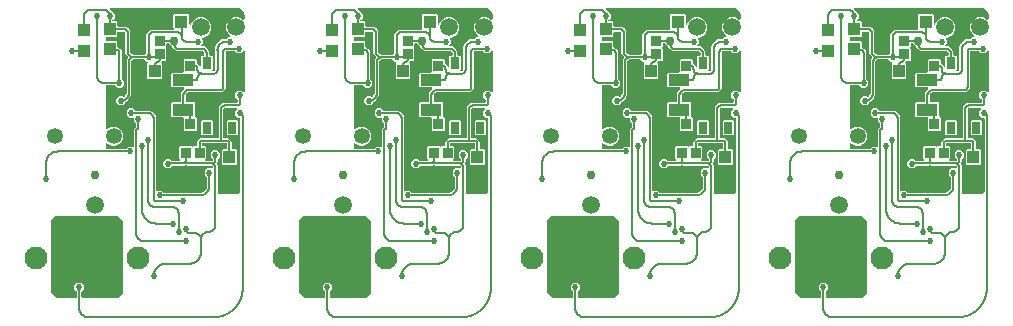
<source format=gbr>
G04 EAGLE Gerber RS-274X export*
G75*
%MOMM*%
%FSLAX34Y34*%
%LPD*%
%INTop Copper*%
%IPPOS*%
%AMOC8*
5,1,8,0,0,1.08239X$1,22.5*%
G01*
%ADD10R,1.000000X1.100000*%
%ADD11R,1.100000X1.000000*%
%ADD12C,1.943100*%
%ADD13R,0.850000X0.900000*%
%ADD14R,1.800000X1.000000*%
%ADD15R,0.700000X1.000000*%
%ADD16R,0.900000X0.850000*%
%ADD17C,1.350000*%
%ADD18C,1.500000*%
%ADD19C,0.525000*%
%ADD20C,0.152400*%
%ADD21C,0.750000*%

G36*
X789031Y110038D02*
X789031Y110038D01*
X789099Y110039D01*
X790447Y110217D01*
X790510Y110236D01*
X790574Y110245D01*
X790651Y110278D01*
X790682Y110288D01*
X790698Y110299D01*
X790728Y110312D01*
X793062Y111660D01*
X793150Y111732D01*
X793241Y111803D01*
X793247Y111811D01*
X793252Y111815D01*
X793264Y111834D01*
X793340Y111938D01*
X794688Y114272D01*
X794711Y114333D01*
X794743Y114390D01*
X794763Y114471D01*
X794775Y114502D01*
X794776Y114521D01*
X794783Y114553D01*
X794961Y115901D01*
X794960Y115932D01*
X794967Y116000D01*
X794967Y123208D01*
X794953Y123298D01*
X794945Y123389D01*
X794933Y123419D01*
X794928Y123451D01*
X794885Y123531D01*
X794849Y123615D01*
X794823Y123647D01*
X794812Y123668D01*
X794789Y123690D01*
X794744Y123746D01*
X793104Y125386D01*
X793104Y128614D01*
X795386Y130896D01*
X798614Y130896D01*
X798668Y130842D01*
X798726Y130800D01*
X798778Y130750D01*
X798825Y130728D01*
X798867Y130698D01*
X798936Y130677D01*
X799001Y130647D01*
X799053Y130641D01*
X799103Y130626D01*
X799174Y130628D01*
X799245Y130620D01*
X799296Y130631D01*
X799348Y130632D01*
X799416Y130657D01*
X799486Y130672D01*
X799531Y130699D01*
X799579Y130717D01*
X799635Y130761D01*
X799697Y130798D01*
X799731Y130838D01*
X799771Y130870D01*
X799810Y130930D01*
X799857Y130985D01*
X799876Y131033D01*
X799904Y131077D01*
X799922Y131147D01*
X799949Y131213D01*
X799957Y131284D01*
X799965Y131316D01*
X799963Y131339D01*
X799967Y131380D01*
X799967Y132000D01*
X799962Y132031D01*
X799961Y132100D01*
X799954Y132153D01*
X799935Y132215D01*
X799926Y132280D01*
X799895Y132350D01*
X799894Y132356D01*
X799891Y132361D01*
X799883Y132388D01*
X799871Y132404D01*
X799858Y132434D01*
X799805Y132526D01*
X799732Y132615D01*
X799661Y132706D01*
X799653Y132712D01*
X799649Y132717D01*
X799631Y132728D01*
X799526Y132805D01*
X799434Y132858D01*
X799373Y132881D01*
X799316Y132914D01*
X799235Y132934D01*
X799204Y132945D01*
X799184Y132946D01*
X799153Y132954D01*
X799100Y132961D01*
X799068Y132960D01*
X799000Y132967D01*
X778705Y132967D01*
X777581Y133616D01*
X777517Y133640D01*
X777458Y133673D01*
X777403Y133684D01*
X777351Y133703D01*
X777283Y133706D01*
X777217Y133718D01*
X777161Y133710D01*
X777105Y133713D01*
X777040Y133693D01*
X776973Y133684D01*
X776900Y133652D01*
X776869Y133643D01*
X776852Y133631D01*
X776819Y133616D01*
X775695Y132967D01*
X765966Y132967D01*
X765876Y132953D01*
X765785Y132945D01*
X765755Y132933D01*
X765723Y132928D01*
X765643Y132885D01*
X765559Y132849D01*
X765526Y132823D01*
X765506Y132812D01*
X765484Y132789D01*
X765428Y132744D01*
X763614Y130930D01*
X760386Y130930D01*
X758104Y133212D01*
X758104Y136440D01*
X760386Y138722D01*
X763614Y138722D01*
X765080Y137256D01*
X765154Y137203D01*
X765223Y137143D01*
X765253Y137131D01*
X765279Y137112D01*
X765366Y137085D01*
X765451Y137051D01*
X765492Y137047D01*
X765514Y137040D01*
X765547Y137041D01*
X765618Y137033D01*
X771782Y137033D01*
X771853Y137044D01*
X771925Y137046D01*
X771974Y137064D01*
X772025Y137072D01*
X772088Y137106D01*
X772156Y137131D01*
X772196Y137163D01*
X772243Y137188D01*
X772292Y137240D01*
X772348Y137284D01*
X772376Y137328D01*
X772412Y137366D01*
X772442Y137431D01*
X772481Y137491D01*
X772494Y137542D01*
X772516Y137589D01*
X772523Y137660D01*
X772541Y137730D01*
X772537Y137782D01*
X772543Y137833D01*
X772527Y137904D01*
X772522Y137975D01*
X772501Y138023D01*
X772490Y138074D01*
X772454Y138135D01*
X772425Y138201D01*
X772381Y138257D01*
X772364Y138285D01*
X772346Y138300D01*
X772321Y138332D01*
X771679Y138974D01*
X771679Y149026D01*
X772424Y149771D01*
X781976Y149771D01*
X782462Y149285D01*
X782478Y149274D01*
X782490Y149258D01*
X782577Y149202D01*
X782661Y149142D01*
X782680Y149136D01*
X782697Y149125D01*
X782798Y149100D01*
X782897Y149069D01*
X782916Y149070D01*
X782936Y149065D01*
X783039Y149073D01*
X783142Y149076D01*
X783161Y149083D01*
X783181Y149084D01*
X783276Y149125D01*
X783373Y149160D01*
X783389Y149173D01*
X783407Y149181D01*
X783538Y149285D01*
X784024Y149771D01*
X786006Y149771D01*
X786026Y149774D01*
X786045Y149772D01*
X786147Y149794D01*
X786249Y149810D01*
X786266Y149820D01*
X786286Y149824D01*
X786375Y149877D01*
X786466Y149926D01*
X786480Y149940D01*
X786497Y149950D01*
X786564Y150029D01*
X786636Y150104D01*
X786644Y150122D01*
X786657Y150137D01*
X786696Y150233D01*
X786739Y150327D01*
X786741Y150347D01*
X786749Y150365D01*
X786767Y150532D01*
X786767Y152934D01*
X787901Y154899D01*
X789866Y156033D01*
X804206Y156033D01*
X804226Y156036D01*
X804245Y156034D01*
X804347Y156056D01*
X804449Y156072D01*
X804466Y156082D01*
X804486Y156086D01*
X804575Y156139D01*
X804666Y156188D01*
X804680Y156202D01*
X804697Y156212D01*
X804764Y156291D01*
X804836Y156366D01*
X804844Y156384D01*
X804857Y156399D01*
X804896Y156495D01*
X804939Y156589D01*
X804941Y156609D01*
X804949Y156627D01*
X804967Y156794D01*
X804967Y182349D01*
X806316Y184684D01*
X808651Y186033D01*
X820000Y186033D01*
X820031Y186038D01*
X820100Y186039D01*
X820153Y186046D01*
X820215Y186065D01*
X820280Y186074D01*
X820357Y186108D01*
X820388Y186117D01*
X820404Y186129D01*
X820434Y186142D01*
X820526Y186195D01*
X820615Y186268D01*
X820706Y186339D01*
X820712Y186347D01*
X820717Y186351D01*
X820728Y186369D01*
X820793Y186458D01*
X820794Y186458D01*
X820794Y186459D01*
X820805Y186474D01*
X820858Y186566D01*
X820881Y186627D01*
X820914Y186684D01*
X820934Y186765D01*
X820945Y186796D01*
X820946Y186816D01*
X820954Y186847D01*
X820961Y186900D01*
X820960Y186932D01*
X820967Y187000D01*
X820967Y188708D01*
X820953Y188798D01*
X820945Y188889D01*
X820933Y188919D01*
X820928Y188951D01*
X820885Y189031D01*
X820849Y189115D01*
X820823Y189147D01*
X820812Y189168D01*
X820789Y189190D01*
X820744Y189246D01*
X819104Y190886D01*
X819104Y194114D01*
X821386Y196396D01*
X824614Y196396D01*
X825662Y195348D01*
X825720Y195306D01*
X825772Y195256D01*
X825819Y195234D01*
X825861Y195204D01*
X825930Y195183D01*
X825995Y195153D01*
X826047Y195147D01*
X826097Y195132D01*
X826168Y195134D01*
X826239Y195126D01*
X826290Y195137D01*
X826342Y195138D01*
X826410Y195163D01*
X826480Y195178D01*
X826524Y195205D01*
X826573Y195223D01*
X826629Y195267D01*
X826691Y195304D01*
X826725Y195344D01*
X826765Y195376D01*
X826804Y195437D01*
X826851Y195491D01*
X826870Y195539D01*
X826898Y195583D01*
X826916Y195653D01*
X826943Y195719D01*
X826951Y195791D01*
X826959Y195822D01*
X826957Y195845D01*
X826961Y195886D01*
X826961Y229614D01*
X826950Y229685D01*
X826948Y229756D01*
X826930Y229805D01*
X826922Y229857D01*
X826888Y229920D01*
X826863Y229987D01*
X826831Y230028D01*
X826806Y230074D01*
X826755Y230123D01*
X826710Y230180D01*
X826666Y230208D01*
X826628Y230244D01*
X826563Y230274D01*
X826503Y230313D01*
X826452Y230325D01*
X826405Y230347D01*
X826334Y230355D01*
X826264Y230373D01*
X826212Y230369D01*
X826161Y230374D01*
X826090Y230359D01*
X826019Y230353D01*
X825971Y230333D01*
X825920Y230322D01*
X825859Y230285D01*
X825793Y230257D01*
X825737Y230212D01*
X825709Y230196D01*
X825694Y230178D01*
X825662Y230152D01*
X823614Y228104D01*
X820386Y228104D01*
X818746Y229744D01*
X818672Y229797D01*
X818603Y229857D01*
X818573Y229869D01*
X818547Y229888D01*
X818460Y229915D01*
X818375Y229949D01*
X818334Y229953D01*
X818311Y229960D01*
X818279Y229959D01*
X818208Y229967D01*
X811794Y229967D01*
X811774Y229964D01*
X811755Y229966D01*
X811653Y229944D01*
X811551Y229928D01*
X811534Y229918D01*
X811514Y229914D01*
X811425Y229861D01*
X811334Y229812D01*
X811320Y229798D01*
X811303Y229788D01*
X811236Y229709D01*
X811164Y229634D01*
X811156Y229616D01*
X811143Y229601D01*
X811104Y229505D01*
X811061Y229411D01*
X811059Y229391D01*
X811051Y229373D01*
X811033Y229206D01*
X811033Y198651D01*
X809684Y196316D01*
X807349Y194967D01*
X779400Y194967D01*
X779369Y194962D01*
X779301Y194961D01*
X778885Y194906D01*
X778822Y194887D01*
X778757Y194878D01*
X778681Y194845D01*
X778650Y194835D01*
X778634Y194824D01*
X778604Y194811D01*
X777884Y194395D01*
X777847Y194365D01*
X777808Y194344D01*
X777763Y194298D01*
X777705Y194251D01*
X777699Y194243D01*
X777693Y194239D01*
X777682Y194220D01*
X777653Y194181D01*
X777638Y194166D01*
X777633Y194154D01*
X777605Y194116D01*
X777189Y193396D01*
X777166Y193335D01*
X777134Y193278D01*
X777114Y193197D01*
X777102Y193166D01*
X777102Y193147D01*
X777094Y193115D01*
X777039Y192699D01*
X777040Y192668D01*
X777033Y192600D01*
X777033Y187532D01*
X777036Y187512D01*
X777034Y187493D01*
X777056Y187391D01*
X777072Y187289D01*
X777082Y187272D01*
X777086Y187252D01*
X777139Y187163D01*
X777188Y187072D01*
X777202Y187058D01*
X777212Y187041D01*
X777291Y186974D01*
X777366Y186902D01*
X777384Y186894D01*
X777399Y186881D01*
X777495Y186842D01*
X777589Y186799D01*
X777609Y186797D01*
X777627Y186789D01*
X777794Y186771D01*
X784526Y186771D01*
X785271Y186026D01*
X785271Y174892D01*
X785285Y174802D01*
X785293Y174711D01*
X785305Y174681D01*
X785310Y174649D01*
X785353Y174568D01*
X785389Y174484D01*
X785415Y174452D01*
X785426Y174432D01*
X785449Y174409D01*
X785494Y174353D01*
X786321Y173526D01*
X786321Y163474D01*
X785576Y162729D01*
X776024Y162729D01*
X775279Y163474D01*
X775279Y173468D01*
X775276Y173488D01*
X775278Y173507D01*
X775256Y173609D01*
X775240Y173711D01*
X775230Y173728D01*
X775226Y173748D01*
X775173Y173837D01*
X775124Y173928D01*
X775110Y173942D01*
X775100Y173959D01*
X775021Y174026D01*
X774946Y174098D01*
X774928Y174106D01*
X774913Y174119D01*
X774817Y174158D01*
X774723Y174201D01*
X774703Y174203D01*
X774685Y174211D01*
X774518Y174229D01*
X765474Y174229D01*
X764729Y174974D01*
X764729Y186026D01*
X765474Y186771D01*
X772206Y186771D01*
X772226Y186774D01*
X772245Y186772D01*
X772347Y186794D01*
X772449Y186810D01*
X772466Y186820D01*
X772486Y186824D01*
X772575Y186877D01*
X772666Y186926D01*
X772680Y186940D01*
X772697Y186950D01*
X772764Y187029D01*
X772836Y187104D01*
X772844Y187122D01*
X772857Y187137D01*
X772896Y187233D01*
X772939Y187327D01*
X772941Y187347D01*
X772949Y187365D01*
X772967Y187532D01*
X772967Y194324D01*
X774691Y197309D01*
X775556Y197809D01*
X775594Y197839D01*
X775636Y197862D01*
X775688Y197916D01*
X775747Y197965D01*
X775772Y198005D01*
X775805Y198040D01*
X775837Y198109D01*
X775878Y198173D01*
X775889Y198220D01*
X775909Y198263D01*
X775917Y198338D01*
X775935Y198412D01*
X775931Y198460D01*
X775936Y198507D01*
X775920Y198582D01*
X775913Y198657D01*
X775894Y198701D01*
X775884Y198748D01*
X775845Y198813D01*
X775814Y198882D01*
X775782Y198918D01*
X775758Y198959D01*
X775700Y199008D01*
X775649Y199064D01*
X775607Y199088D01*
X775571Y199119D01*
X775500Y199147D01*
X775434Y199184D01*
X775387Y199193D01*
X775343Y199211D01*
X775214Y199225D01*
X775192Y199229D01*
X775186Y199228D01*
X775176Y199229D01*
X765474Y199229D01*
X764729Y199974D01*
X764729Y211026D01*
X765474Y211771D01*
X774518Y211771D01*
X774538Y211774D01*
X774557Y211772D01*
X774659Y211794D01*
X774761Y211810D01*
X774778Y211820D01*
X774798Y211824D01*
X774887Y211877D01*
X774978Y211926D01*
X774992Y211940D01*
X775009Y211950D01*
X775076Y212029D01*
X775148Y212104D01*
X775156Y212122D01*
X775169Y212137D01*
X775208Y212233D01*
X775251Y212327D01*
X775253Y212347D01*
X775261Y212365D01*
X775279Y212532D01*
X775279Y222526D01*
X776024Y223271D01*
X785576Y223271D01*
X786321Y222526D01*
X786321Y220045D01*
X786332Y219978D01*
X786333Y219911D01*
X786351Y219858D01*
X786360Y219802D01*
X786392Y219742D01*
X786415Y219679D01*
X786449Y219634D01*
X786476Y219585D01*
X786524Y219538D01*
X786566Y219485D01*
X786630Y219438D01*
X786654Y219415D01*
X786673Y219407D01*
X786701Y219386D01*
X788086Y218586D01*
X788809Y217334D01*
X788839Y217297D01*
X788862Y217255D01*
X788916Y217203D01*
X788965Y217144D01*
X789005Y217119D01*
X789040Y217086D01*
X789109Y217054D01*
X789173Y217013D01*
X789220Y217002D01*
X789263Y216982D01*
X789338Y216974D01*
X789412Y216956D01*
X789460Y216960D01*
X789507Y216955D01*
X789582Y216971D01*
X789657Y216978D01*
X789701Y216997D01*
X789748Y217007D01*
X789813Y217046D01*
X789882Y217076D01*
X789918Y217109D01*
X789959Y217133D01*
X790008Y217191D01*
X790064Y217242D01*
X790088Y217284D01*
X790119Y217320D01*
X790147Y217391D01*
X790184Y217457D01*
X790193Y217504D01*
X790211Y217548D01*
X790225Y217677D01*
X790229Y217699D01*
X790228Y217705D01*
X790229Y217715D01*
X790229Y225526D01*
X790974Y226271D01*
X792206Y226271D01*
X792226Y226274D01*
X792245Y226272D01*
X792347Y226294D01*
X792449Y226310D01*
X792466Y226320D01*
X792486Y226324D01*
X792575Y226377D01*
X792666Y226426D01*
X792680Y226440D01*
X792697Y226450D01*
X792764Y226529D01*
X792836Y226604D01*
X792844Y226622D01*
X792857Y226637D01*
X792896Y226733D01*
X792939Y226827D01*
X792941Y226847D01*
X792949Y226865D01*
X792967Y227032D01*
X792967Y228000D01*
X792964Y228017D01*
X792966Y228033D01*
X792962Y228054D01*
X792961Y228099D01*
X792920Y228411D01*
X792901Y228474D01*
X792892Y228539D01*
X792858Y228615D01*
X792849Y228647D01*
X792837Y228663D01*
X792824Y228693D01*
X792512Y229233D01*
X792439Y229323D01*
X792369Y229413D01*
X792360Y229419D01*
X792356Y229424D01*
X792337Y229436D01*
X792233Y229512D01*
X791693Y229824D01*
X791631Y229847D01*
X791574Y229880D01*
X791494Y229899D01*
X791463Y229911D01*
X791443Y229912D01*
X791412Y229920D01*
X791099Y229961D01*
X791068Y229960D01*
X791000Y229967D01*
X769517Y229967D01*
X766950Y231450D01*
X765767Y233499D01*
X765751Y233517D01*
X765748Y233525D01*
X765713Y233569D01*
X765689Y233609D01*
X765663Y233631D01*
X765643Y233656D01*
X765613Y233687D01*
X765611Y233689D01*
X765610Y233690D01*
X762655Y236644D01*
X762581Y236697D01*
X762512Y236757D01*
X762482Y236769D01*
X762456Y236788D01*
X762369Y236815D01*
X762284Y236849D01*
X762243Y236853D01*
X762220Y236860D01*
X762188Y236859D01*
X762117Y236867D01*
X761532Y236867D01*
X761512Y236864D01*
X761493Y236866D01*
X761391Y236844D01*
X761289Y236828D01*
X761272Y236818D01*
X761252Y236814D01*
X761163Y236761D01*
X761072Y236712D01*
X761058Y236698D01*
X761041Y236688D01*
X760974Y236609D01*
X760902Y236534D01*
X760894Y236516D01*
X760881Y236501D01*
X760842Y236405D01*
X760799Y236311D01*
X760797Y236291D01*
X760789Y236273D01*
X760771Y236106D01*
X760771Y234024D01*
X760285Y233538D01*
X760274Y233522D01*
X760258Y233510D01*
X760202Y233423D01*
X760142Y233339D01*
X760136Y233320D01*
X760125Y233303D01*
X760100Y233202D01*
X760069Y233103D01*
X760070Y233084D01*
X760065Y233064D01*
X760073Y232961D01*
X760076Y232858D01*
X760083Y232839D01*
X760084Y232819D01*
X760125Y232724D01*
X760160Y232627D01*
X760173Y232611D01*
X760181Y232593D01*
X760285Y232462D01*
X760771Y231976D01*
X760771Y222424D01*
X760026Y221679D01*
X757334Y221679D01*
X757267Y221668D01*
X757199Y221667D01*
X757146Y221649D01*
X757091Y221640D01*
X757031Y221608D01*
X756967Y221585D01*
X756923Y221551D01*
X756873Y221524D01*
X756827Y221475D01*
X756774Y221434D01*
X756727Y221370D01*
X756704Y221346D01*
X756695Y221327D01*
X756674Y221299D01*
X756536Y221059D01*
X756520Y221018D01*
X756497Y220981D01*
X756477Y220904D01*
X756449Y220829D01*
X756447Y220785D01*
X756437Y220743D01*
X756443Y220663D01*
X756440Y220583D01*
X756452Y220541D01*
X756456Y220497D01*
X756487Y220424D01*
X756510Y220347D01*
X756535Y220311D01*
X756552Y220271D01*
X756643Y220157D01*
X756651Y220146D01*
X756654Y220144D01*
X756657Y220140D01*
X757271Y219526D01*
X757271Y207474D01*
X756526Y206729D01*
X745474Y206729D01*
X744729Y207474D01*
X744729Y219526D01*
X745008Y219805D01*
X745050Y219863D01*
X745099Y219915D01*
X745121Y219962D01*
X745151Y220004D01*
X745172Y220073D01*
X745203Y220138D01*
X745208Y220190D01*
X745224Y220240D01*
X745222Y220311D01*
X745230Y220382D01*
X745219Y220433D01*
X745217Y220485D01*
X745193Y220553D01*
X745177Y220623D01*
X745151Y220668D01*
X745133Y220716D01*
X745088Y220772D01*
X745051Y220834D01*
X745012Y220868D01*
X744979Y220908D01*
X744919Y220947D01*
X744864Y220994D01*
X744816Y221013D01*
X744772Y221041D01*
X744703Y221059D01*
X744636Y221086D01*
X744565Y221094D01*
X744534Y221102D01*
X744510Y221100D01*
X744469Y221104D01*
X744036Y221104D01*
X742396Y222744D01*
X742322Y222797D01*
X742253Y222857D01*
X742223Y222869D01*
X742197Y222888D01*
X742110Y222915D01*
X742025Y222949D01*
X741984Y222953D01*
X741962Y222960D01*
X741929Y222959D01*
X741858Y222967D01*
X733000Y222967D01*
X732969Y222962D01*
X732901Y222961D01*
X732588Y222920D01*
X732526Y222901D01*
X732461Y222892D01*
X732385Y222858D01*
X732353Y222849D01*
X732337Y222837D01*
X732307Y222824D01*
X731767Y222512D01*
X731677Y222439D01*
X731587Y222369D01*
X731581Y222360D01*
X731576Y222356D01*
X731564Y222337D01*
X731488Y222233D01*
X731176Y221693D01*
X731153Y221631D01*
X731120Y221574D01*
X731101Y221494D01*
X731089Y221463D01*
X731088Y221443D01*
X731080Y221412D01*
X731039Y221099D01*
X731040Y221068D01*
X731033Y221000D01*
X731033Y192580D01*
X728612Y188388D01*
X726276Y187039D01*
X726224Y186996D01*
X726166Y186961D01*
X726129Y186919D01*
X726086Y186883D01*
X726050Y186826D01*
X726006Y186774D01*
X725985Y186722D01*
X725955Y186675D01*
X725939Y186609D01*
X725914Y186546D01*
X725905Y186468D01*
X725898Y186436D01*
X725900Y186415D01*
X725897Y186387D01*
X723614Y184104D01*
X720386Y184104D01*
X718104Y186386D01*
X718104Y189614D01*
X720386Y191896D01*
X723614Y191896D01*
X724173Y191336D01*
X724209Y191310D01*
X724238Y191278D01*
X724308Y191239D01*
X724373Y191193D01*
X724415Y191180D01*
X724453Y191158D01*
X724532Y191144D01*
X724608Y191120D01*
X724652Y191121D01*
X724695Y191113D01*
X724774Y191124D01*
X724854Y191127D01*
X724895Y191142D01*
X724939Y191148D01*
X725072Y191206D01*
X725085Y191211D01*
X725088Y191213D01*
X725092Y191215D01*
X725355Y191367D01*
X725443Y191439D01*
X725534Y191510D01*
X725540Y191518D01*
X725545Y191522D01*
X725557Y191541D01*
X725633Y191645D01*
X726722Y193531D01*
X726745Y193592D01*
X726777Y193649D01*
X726797Y193730D01*
X726809Y193761D01*
X726810Y193780D01*
X726817Y193812D01*
X726961Y194901D01*
X726960Y194932D01*
X726967Y195000D01*
X726967Y222616D01*
X727835Y224119D01*
X727859Y224182D01*
X727892Y224242D01*
X727902Y224297D01*
X727922Y224349D01*
X727924Y224417D01*
X727937Y224483D01*
X727929Y224539D01*
X727931Y224595D01*
X727912Y224660D01*
X727902Y224727D01*
X727871Y224799D01*
X727861Y224831D01*
X727849Y224848D01*
X727835Y224881D01*
X725967Y228116D01*
X725967Y245706D01*
X725964Y245726D01*
X725966Y245745D01*
X725944Y245847D01*
X725928Y245949D01*
X725918Y245966D01*
X725914Y245986D01*
X725861Y246075D01*
X725812Y246166D01*
X725798Y246180D01*
X725788Y246197D01*
X725709Y246264D01*
X725634Y246336D01*
X725616Y246344D01*
X725601Y246357D01*
X725505Y246396D01*
X725411Y246439D01*
X725391Y246441D01*
X725373Y246449D01*
X725206Y246467D01*
X720032Y246467D01*
X720012Y246464D01*
X719993Y246466D01*
X719891Y246444D01*
X719789Y246428D01*
X719772Y246418D01*
X719752Y246414D01*
X719663Y246361D01*
X719572Y246312D01*
X719558Y246298D01*
X719541Y246288D01*
X719474Y246209D01*
X719402Y246134D01*
X719394Y246116D01*
X719381Y246101D01*
X719342Y246005D01*
X719299Y245911D01*
X719297Y245891D01*
X719289Y245873D01*
X719271Y245706D01*
X719271Y242474D01*
X718526Y241729D01*
X710000Y241729D01*
X709980Y241726D01*
X709961Y241728D01*
X709859Y241706D01*
X709757Y241690D01*
X709740Y241680D01*
X709720Y241676D01*
X709631Y241623D01*
X709540Y241574D01*
X709526Y241560D01*
X709509Y241550D01*
X709442Y241471D01*
X709371Y241396D01*
X709362Y241378D01*
X709349Y241363D01*
X709310Y241267D01*
X709267Y241173D01*
X709265Y241153D01*
X709257Y241135D01*
X709239Y240968D01*
X709239Y239032D01*
X709242Y239012D01*
X709240Y238993D01*
X709262Y238891D01*
X709279Y238789D01*
X709288Y238772D01*
X709292Y238752D01*
X709345Y238663D01*
X709394Y238572D01*
X709408Y238558D01*
X709418Y238541D01*
X709497Y238474D01*
X709572Y238402D01*
X709590Y238394D01*
X709605Y238381D01*
X709701Y238342D01*
X709795Y238299D01*
X709815Y238297D01*
X709833Y238289D01*
X710000Y238271D01*
X718526Y238271D01*
X719271Y237526D01*
X719271Y233794D01*
X719274Y233774D01*
X719272Y233755D01*
X719294Y233653D01*
X719310Y233551D01*
X719320Y233534D01*
X719324Y233514D01*
X719377Y233425D01*
X719426Y233334D01*
X719440Y233320D01*
X719450Y233303D01*
X719529Y233236D01*
X719604Y233164D01*
X719622Y233156D01*
X719637Y233143D01*
X719733Y233104D01*
X719827Y233061D01*
X719847Y233059D01*
X719865Y233051D01*
X720032Y233033D01*
X720081Y233033D01*
X721952Y231952D01*
X723033Y230081D01*
X723033Y206792D01*
X723047Y206702D01*
X723055Y206611D01*
X723067Y206581D01*
X723072Y206549D01*
X723115Y206469D01*
X723151Y206385D01*
X723177Y206353D01*
X723188Y206332D01*
X723211Y206310D01*
X723256Y206254D01*
X724896Y204614D01*
X724896Y201386D01*
X722614Y199104D01*
X719386Y199104D01*
X717746Y200744D01*
X717672Y200797D01*
X717603Y200857D01*
X717573Y200869D01*
X717547Y200888D01*
X717460Y200915D01*
X717375Y200949D01*
X717334Y200953D01*
X717311Y200960D01*
X717279Y200959D01*
X717208Y200967D01*
X710000Y200967D01*
X709980Y200964D01*
X709961Y200966D01*
X709859Y200944D01*
X709757Y200928D01*
X709740Y200918D01*
X709720Y200914D01*
X709631Y200861D01*
X709540Y200812D01*
X709526Y200798D01*
X709509Y200788D01*
X709442Y200709D01*
X709371Y200634D01*
X709362Y200616D01*
X709349Y200601D01*
X709310Y200505D01*
X709267Y200411D01*
X709265Y200391D01*
X709257Y200373D01*
X709239Y200206D01*
X709239Y164420D01*
X709250Y164349D01*
X709252Y164277D01*
X709270Y164228D01*
X709279Y164177D01*
X709312Y164114D01*
X709337Y164046D01*
X709369Y164006D01*
X709394Y163959D01*
X709446Y163910D01*
X709490Y163854D01*
X709534Y163826D01*
X709572Y163790D01*
X709637Y163760D01*
X709697Y163721D01*
X709748Y163708D01*
X709795Y163686D01*
X709866Y163679D01*
X709936Y163661D01*
X709988Y163665D01*
X710039Y163659D01*
X710110Y163675D01*
X710181Y163680D01*
X710229Y163701D01*
X710280Y163712D01*
X710341Y163748D01*
X710407Y163777D01*
X710463Y163821D01*
X710491Y163838D01*
X710506Y163856D01*
X710538Y163881D01*
X711457Y164800D01*
X714405Y166021D01*
X717595Y166021D01*
X720543Y164800D01*
X722800Y162543D01*
X724021Y159595D01*
X724021Y156405D01*
X722800Y153457D01*
X720543Y151200D01*
X717595Y149979D01*
X714405Y149979D01*
X711457Y151200D01*
X710538Y152119D01*
X710480Y152161D01*
X710428Y152210D01*
X710381Y152232D01*
X710339Y152262D01*
X710270Y152283D01*
X710205Y152314D01*
X710153Y152319D01*
X710103Y152335D01*
X710032Y152333D01*
X709961Y152341D01*
X709910Y152330D01*
X709858Y152328D01*
X709790Y152304D01*
X709720Y152288D01*
X709676Y152262D01*
X709627Y152244D01*
X709571Y152199D01*
X709509Y152162D01*
X709475Y152123D01*
X709435Y152090D01*
X709396Y152030D01*
X709349Y151975D01*
X709330Y151927D01*
X709302Y151883D01*
X709284Y151814D01*
X709257Y151747D01*
X709249Y151676D01*
X709241Y151645D01*
X709243Y151621D01*
X709239Y151580D01*
X709239Y147794D01*
X709242Y147774D01*
X709240Y147755D01*
X709262Y147653D01*
X709279Y147551D01*
X709288Y147534D01*
X709292Y147514D01*
X709345Y147425D01*
X709394Y147334D01*
X709408Y147320D01*
X709418Y147303D01*
X709497Y147236D01*
X709572Y147164D01*
X709590Y147156D01*
X709605Y147143D01*
X709701Y147104D01*
X709795Y147061D01*
X709815Y147059D01*
X709833Y147051D01*
X710000Y147033D01*
X726208Y147033D01*
X726298Y147047D01*
X726389Y147055D01*
X726419Y147067D01*
X726451Y147072D01*
X726531Y147115D01*
X726615Y147151D01*
X726647Y147177D01*
X726668Y147188D01*
X726690Y147211D01*
X726746Y147256D01*
X728386Y148896D01*
X731614Y148896D01*
X731668Y148842D01*
X731726Y148800D01*
X731778Y148750D01*
X731825Y148728D01*
X731867Y148698D01*
X731936Y148677D01*
X732001Y148647D01*
X732053Y148641D01*
X732103Y148626D01*
X732174Y148628D01*
X732245Y148620D01*
X732296Y148631D01*
X732348Y148632D01*
X732416Y148657D01*
X732486Y148672D01*
X732531Y148699D01*
X732579Y148717D01*
X732635Y148761D01*
X732697Y148798D01*
X732731Y148838D01*
X732771Y148870D01*
X732810Y148930D01*
X732857Y148985D01*
X732876Y149033D01*
X732904Y149077D01*
X732922Y149147D01*
X732949Y149213D01*
X732957Y149284D01*
X732965Y149316D01*
X732963Y149339D01*
X732967Y149380D01*
X732967Y163846D01*
X733058Y163969D01*
X733780Y165220D01*
X734587Y165686D01*
X734620Y165713D01*
X734644Y165726D01*
X734657Y165740D01*
X734697Y165763D01*
X734734Y165806D01*
X734777Y165842D01*
X734813Y165899D01*
X734857Y165950D01*
X734878Y166002D01*
X734908Y166050D01*
X734924Y166116D01*
X734949Y166178D01*
X734958Y166257D01*
X734965Y166289D01*
X734963Y166310D01*
X734967Y166345D01*
X734967Y168708D01*
X734953Y168798D01*
X734945Y168889D01*
X734933Y168919D01*
X734928Y168951D01*
X734885Y169031D01*
X734849Y169115D01*
X734823Y169147D01*
X734812Y169168D01*
X734789Y169190D01*
X734744Y169246D01*
X733104Y170886D01*
X733104Y172860D01*
X733101Y172879D01*
X733103Y172899D01*
X733081Y173000D01*
X733065Y173102D01*
X733055Y173120D01*
X733051Y173139D01*
X732998Y173228D01*
X732949Y173320D01*
X732935Y173333D01*
X732925Y173350D01*
X732846Y173418D01*
X732771Y173489D01*
X732753Y173497D01*
X732738Y173510D01*
X732642Y173549D01*
X732548Y173593D01*
X732528Y173595D01*
X732510Y173602D01*
X732343Y173621D01*
X729386Y173621D01*
X727104Y175903D01*
X727104Y179130D01*
X729386Y181412D01*
X732614Y181412D01*
X734254Y179772D01*
X734328Y179719D01*
X734397Y179660D01*
X734427Y179647D01*
X734453Y179629D01*
X734540Y179602D01*
X734625Y179568D01*
X734666Y179563D01*
X734689Y179556D01*
X734721Y179557D01*
X734792Y179549D01*
X747238Y179549D01*
X750278Y177794D01*
X752033Y174755D01*
X752033Y112380D01*
X752044Y112309D01*
X752046Y112237D01*
X752064Y112188D01*
X752072Y112137D01*
X752106Y112074D01*
X752131Y112006D01*
X752163Y111966D01*
X752188Y111920D01*
X752239Y111870D01*
X752284Y111814D01*
X752328Y111786D01*
X752366Y111750D01*
X752431Y111720D01*
X752491Y111681D01*
X752542Y111669D01*
X752589Y111647D01*
X752660Y111639D01*
X752730Y111621D01*
X752782Y111625D01*
X752833Y111620D01*
X752904Y111635D01*
X752975Y111641D01*
X753023Y111661D01*
X753074Y111672D01*
X753135Y111709D01*
X753201Y111737D01*
X753257Y111782D01*
X753285Y111798D01*
X753300Y111816D01*
X753332Y111842D01*
X753386Y111896D01*
X756614Y111896D01*
X758254Y110256D01*
X758328Y110203D01*
X758397Y110143D01*
X758427Y110131D01*
X758453Y110112D01*
X758540Y110085D01*
X758625Y110051D01*
X758666Y110047D01*
X758689Y110040D01*
X758721Y110041D01*
X758792Y110033D01*
X789000Y110033D01*
X789031Y110038D01*
G37*
G36*
X579031Y110038D02*
X579031Y110038D01*
X579099Y110039D01*
X580447Y110217D01*
X580510Y110236D01*
X580574Y110245D01*
X580651Y110278D01*
X580682Y110288D01*
X580698Y110299D01*
X580728Y110312D01*
X583062Y111660D01*
X583150Y111732D01*
X583241Y111803D01*
X583247Y111811D01*
X583252Y111815D01*
X583264Y111834D01*
X583340Y111938D01*
X584688Y114272D01*
X584711Y114333D01*
X584743Y114390D01*
X584763Y114471D01*
X584775Y114502D01*
X584776Y114521D01*
X584783Y114553D01*
X584961Y115901D01*
X584960Y115932D01*
X584967Y116000D01*
X584967Y123208D01*
X584953Y123298D01*
X584945Y123389D01*
X584933Y123419D01*
X584928Y123451D01*
X584885Y123531D01*
X584849Y123615D01*
X584823Y123647D01*
X584812Y123668D01*
X584789Y123690D01*
X584744Y123746D01*
X583104Y125386D01*
X583104Y128614D01*
X585386Y130896D01*
X588614Y130896D01*
X588668Y130842D01*
X588726Y130800D01*
X588778Y130750D01*
X588825Y130728D01*
X588867Y130698D01*
X588936Y130677D01*
X589001Y130647D01*
X589053Y130641D01*
X589103Y130626D01*
X589174Y130628D01*
X589245Y130620D01*
X589296Y130631D01*
X589348Y130632D01*
X589416Y130657D01*
X589486Y130672D01*
X589531Y130699D01*
X589579Y130717D01*
X589635Y130761D01*
X589697Y130798D01*
X589731Y130838D01*
X589771Y130870D01*
X589810Y130930D01*
X589857Y130985D01*
X589876Y131033D01*
X589904Y131077D01*
X589922Y131147D01*
X589949Y131213D01*
X589957Y131284D01*
X589965Y131316D01*
X589963Y131339D01*
X589967Y131380D01*
X589967Y132000D01*
X589962Y132031D01*
X589961Y132100D01*
X589954Y132153D01*
X589935Y132215D01*
X589926Y132280D01*
X589895Y132350D01*
X589894Y132356D01*
X589891Y132361D01*
X589883Y132388D01*
X589871Y132404D01*
X589858Y132434D01*
X589805Y132526D01*
X589732Y132615D01*
X589661Y132706D01*
X589653Y132712D01*
X589649Y132717D01*
X589631Y132728D01*
X589526Y132805D01*
X589434Y132858D01*
X589373Y132881D01*
X589315Y132914D01*
X589278Y132923D01*
X589258Y132932D01*
X589230Y132935D01*
X589204Y132945D01*
X589184Y132946D01*
X589153Y132954D01*
X589099Y132961D01*
X589068Y132960D01*
X589000Y132967D01*
X568705Y132967D01*
X567581Y133616D01*
X567517Y133640D01*
X567458Y133673D01*
X567403Y133684D01*
X567351Y133703D01*
X567283Y133706D01*
X567217Y133718D01*
X567161Y133710D01*
X567105Y133713D01*
X567040Y133693D01*
X566973Y133684D01*
X566900Y133652D01*
X566869Y133643D01*
X566852Y133631D01*
X566819Y133616D01*
X565695Y132967D01*
X555966Y132967D01*
X555876Y132953D01*
X555785Y132945D01*
X555755Y132933D01*
X555723Y132928D01*
X555643Y132885D01*
X555559Y132849D01*
X555526Y132823D01*
X555506Y132812D01*
X555484Y132789D01*
X555428Y132744D01*
X553614Y130930D01*
X550386Y130930D01*
X548104Y133212D01*
X548104Y136440D01*
X550386Y138722D01*
X553614Y138722D01*
X555080Y137256D01*
X555154Y137203D01*
X555223Y137143D01*
X555253Y137131D01*
X555279Y137112D01*
X555366Y137085D01*
X555451Y137051D01*
X555492Y137047D01*
X555514Y137040D01*
X555547Y137041D01*
X555618Y137033D01*
X561782Y137033D01*
X561853Y137044D01*
X561925Y137046D01*
X561974Y137064D01*
X562025Y137072D01*
X562088Y137106D01*
X562156Y137131D01*
X562196Y137163D01*
X562243Y137188D01*
X562292Y137240D01*
X562348Y137284D01*
X562376Y137328D01*
X562412Y137366D01*
X562442Y137431D01*
X562481Y137491D01*
X562494Y137542D01*
X562516Y137589D01*
X562523Y137660D01*
X562541Y137730D01*
X562537Y137782D01*
X562543Y137833D01*
X562527Y137904D01*
X562522Y137975D01*
X562501Y138023D01*
X562490Y138074D01*
X562454Y138135D01*
X562425Y138201D01*
X562381Y138257D01*
X562364Y138285D01*
X562346Y138300D01*
X562321Y138332D01*
X561679Y138974D01*
X561679Y149026D01*
X562424Y149771D01*
X571976Y149771D01*
X572462Y149285D01*
X572478Y149274D01*
X572490Y149258D01*
X572578Y149202D01*
X572661Y149142D01*
X572680Y149136D01*
X572697Y149125D01*
X572798Y149100D01*
X572897Y149069D01*
X572916Y149070D01*
X572936Y149065D01*
X573039Y149073D01*
X573142Y149076D01*
X573161Y149083D01*
X573181Y149084D01*
X573276Y149125D01*
X573373Y149160D01*
X573389Y149173D01*
X573407Y149181D01*
X573538Y149285D01*
X574024Y149771D01*
X576006Y149771D01*
X576026Y149774D01*
X576045Y149772D01*
X576147Y149794D01*
X576249Y149810D01*
X576266Y149820D01*
X576286Y149824D01*
X576375Y149877D01*
X576466Y149926D01*
X576480Y149940D01*
X576497Y149950D01*
X576564Y150029D01*
X576636Y150104D01*
X576644Y150122D01*
X576657Y150137D01*
X576696Y150233D01*
X576739Y150327D01*
X576741Y150347D01*
X576749Y150365D01*
X576767Y150532D01*
X576767Y152934D01*
X577901Y154899D01*
X579866Y156033D01*
X594206Y156033D01*
X594226Y156036D01*
X594245Y156034D01*
X594347Y156056D01*
X594449Y156072D01*
X594466Y156082D01*
X594486Y156086D01*
X594575Y156139D01*
X594666Y156188D01*
X594680Y156202D01*
X594697Y156212D01*
X594764Y156291D01*
X594836Y156366D01*
X594844Y156384D01*
X594857Y156399D01*
X594896Y156495D01*
X594939Y156589D01*
X594941Y156609D01*
X594949Y156627D01*
X594967Y156794D01*
X594967Y182349D01*
X596316Y184684D01*
X598651Y186033D01*
X610000Y186033D01*
X610031Y186038D01*
X610100Y186039D01*
X610153Y186046D01*
X610215Y186065D01*
X610280Y186074D01*
X610357Y186108D01*
X610388Y186117D01*
X610404Y186129D01*
X610434Y186142D01*
X610526Y186195D01*
X610615Y186268D01*
X610706Y186339D01*
X610712Y186347D01*
X610717Y186351D01*
X610728Y186369D01*
X610793Y186458D01*
X610794Y186458D01*
X610794Y186459D01*
X610805Y186474D01*
X610858Y186566D01*
X610881Y186627D01*
X610914Y186684D01*
X610934Y186765D01*
X610945Y186796D01*
X610946Y186816D01*
X610954Y186847D01*
X610961Y186900D01*
X610960Y186932D01*
X610967Y187000D01*
X610967Y188708D01*
X610953Y188798D01*
X610945Y188889D01*
X610933Y188919D01*
X610928Y188951D01*
X610885Y189031D01*
X610849Y189115D01*
X610823Y189147D01*
X610812Y189168D01*
X610789Y189190D01*
X610744Y189246D01*
X609104Y190886D01*
X609104Y194114D01*
X611386Y196396D01*
X614614Y196396D01*
X615662Y195348D01*
X615720Y195306D01*
X615772Y195256D01*
X615819Y195234D01*
X615861Y195204D01*
X615930Y195183D01*
X615995Y195153D01*
X616047Y195147D01*
X616097Y195132D01*
X616168Y195134D01*
X616239Y195126D01*
X616290Y195137D01*
X616342Y195138D01*
X616410Y195163D01*
X616480Y195178D01*
X616524Y195205D01*
X616573Y195223D01*
X616629Y195267D01*
X616691Y195304D01*
X616725Y195344D01*
X616765Y195376D01*
X616804Y195437D01*
X616851Y195491D01*
X616870Y195539D01*
X616898Y195583D01*
X616916Y195653D01*
X616943Y195719D01*
X616951Y195791D01*
X616959Y195822D01*
X616957Y195845D01*
X616961Y195886D01*
X616961Y229614D01*
X616950Y229685D01*
X616948Y229756D01*
X616930Y229805D01*
X616922Y229857D01*
X616888Y229920D01*
X616863Y229987D01*
X616831Y230028D01*
X616806Y230074D01*
X616755Y230123D01*
X616710Y230180D01*
X616666Y230208D01*
X616628Y230244D01*
X616563Y230274D01*
X616503Y230313D01*
X616452Y230325D01*
X616405Y230347D01*
X616334Y230355D01*
X616264Y230373D01*
X616212Y230369D01*
X616161Y230374D01*
X616090Y230359D01*
X616019Y230353D01*
X615971Y230333D01*
X615920Y230322D01*
X615859Y230285D01*
X615793Y230257D01*
X615737Y230212D01*
X615709Y230196D01*
X615694Y230178D01*
X615662Y230152D01*
X613614Y228104D01*
X610386Y228104D01*
X608746Y229744D01*
X608672Y229797D01*
X608603Y229857D01*
X608573Y229869D01*
X608547Y229888D01*
X608460Y229915D01*
X608375Y229949D01*
X608334Y229953D01*
X608311Y229960D01*
X608279Y229959D01*
X608208Y229967D01*
X601794Y229967D01*
X601774Y229964D01*
X601755Y229966D01*
X601653Y229944D01*
X601551Y229928D01*
X601534Y229918D01*
X601514Y229914D01*
X601425Y229861D01*
X601334Y229812D01*
X601320Y229798D01*
X601303Y229788D01*
X601236Y229709D01*
X601164Y229634D01*
X601156Y229616D01*
X601143Y229601D01*
X601104Y229505D01*
X601061Y229411D01*
X601059Y229391D01*
X601051Y229373D01*
X601033Y229206D01*
X601033Y198651D01*
X599684Y196316D01*
X597349Y194967D01*
X569400Y194967D01*
X569369Y194962D01*
X569301Y194961D01*
X568885Y194906D01*
X568822Y194887D01*
X568757Y194878D01*
X568681Y194845D01*
X568650Y194835D01*
X568634Y194824D01*
X568604Y194811D01*
X567884Y194395D01*
X567847Y194365D01*
X567808Y194344D01*
X567763Y194298D01*
X567705Y194251D01*
X567699Y194243D01*
X567693Y194239D01*
X567682Y194220D01*
X567653Y194181D01*
X567638Y194166D01*
X567633Y194154D01*
X567605Y194116D01*
X567189Y193396D01*
X567166Y193335D01*
X567134Y193278D01*
X567114Y193197D01*
X567102Y193166D01*
X567102Y193147D01*
X567094Y193115D01*
X567039Y192699D01*
X567040Y192668D01*
X567033Y192600D01*
X567033Y187532D01*
X567036Y187512D01*
X567034Y187493D01*
X567056Y187391D01*
X567072Y187289D01*
X567082Y187272D01*
X567086Y187252D01*
X567139Y187163D01*
X567188Y187072D01*
X567202Y187058D01*
X567212Y187041D01*
X567291Y186974D01*
X567366Y186902D01*
X567384Y186894D01*
X567399Y186881D01*
X567495Y186842D01*
X567589Y186799D01*
X567609Y186797D01*
X567627Y186789D01*
X567794Y186771D01*
X574526Y186771D01*
X575271Y186026D01*
X575271Y174892D01*
X575285Y174802D01*
X575293Y174711D01*
X575305Y174681D01*
X575310Y174649D01*
X575353Y174568D01*
X575389Y174484D01*
X575415Y174452D01*
X575426Y174432D01*
X575449Y174409D01*
X575494Y174353D01*
X576321Y173526D01*
X576321Y163474D01*
X575576Y162729D01*
X566024Y162729D01*
X565279Y163474D01*
X565279Y173468D01*
X565276Y173488D01*
X565278Y173507D01*
X565256Y173609D01*
X565240Y173711D01*
X565230Y173728D01*
X565226Y173748D01*
X565173Y173837D01*
X565124Y173928D01*
X565110Y173942D01*
X565100Y173959D01*
X565021Y174026D01*
X564946Y174098D01*
X564928Y174106D01*
X564913Y174119D01*
X564817Y174158D01*
X564723Y174201D01*
X564703Y174203D01*
X564685Y174211D01*
X564518Y174229D01*
X555474Y174229D01*
X554729Y174974D01*
X554729Y186026D01*
X555474Y186771D01*
X562206Y186771D01*
X562226Y186774D01*
X562245Y186772D01*
X562347Y186794D01*
X562449Y186810D01*
X562466Y186820D01*
X562486Y186824D01*
X562575Y186877D01*
X562666Y186926D01*
X562680Y186940D01*
X562697Y186950D01*
X562764Y187029D01*
X562836Y187104D01*
X562844Y187122D01*
X562857Y187137D01*
X562896Y187233D01*
X562939Y187327D01*
X562941Y187347D01*
X562949Y187365D01*
X562967Y187532D01*
X562967Y194324D01*
X564691Y197309D01*
X565556Y197809D01*
X565594Y197839D01*
X565636Y197862D01*
X565688Y197917D01*
X565747Y197965D01*
X565772Y198005D01*
X565805Y198040D01*
X565837Y198109D01*
X565877Y198173D01*
X565889Y198220D01*
X565909Y198263D01*
X565917Y198338D01*
X565935Y198412D01*
X565931Y198460D01*
X565936Y198507D01*
X565920Y198582D01*
X565913Y198657D01*
X565894Y198701D01*
X565884Y198748D01*
X565845Y198813D01*
X565814Y198882D01*
X565782Y198918D01*
X565758Y198959D01*
X565700Y199008D01*
X565649Y199064D01*
X565607Y199088D01*
X565571Y199119D01*
X565500Y199147D01*
X565434Y199184D01*
X565387Y199193D01*
X565342Y199211D01*
X565214Y199225D01*
X565192Y199229D01*
X565186Y199228D01*
X565176Y199229D01*
X555474Y199229D01*
X554729Y199974D01*
X554729Y211026D01*
X555474Y211771D01*
X564518Y211771D01*
X564538Y211774D01*
X564557Y211772D01*
X564659Y211794D01*
X564761Y211810D01*
X564778Y211820D01*
X564798Y211824D01*
X564887Y211877D01*
X564978Y211926D01*
X564992Y211940D01*
X565009Y211950D01*
X565076Y212029D01*
X565148Y212104D01*
X565156Y212122D01*
X565169Y212137D01*
X565208Y212233D01*
X565251Y212327D01*
X565253Y212347D01*
X565261Y212365D01*
X565279Y212532D01*
X565279Y222526D01*
X566024Y223271D01*
X575576Y223271D01*
X576321Y222526D01*
X576321Y220045D01*
X576332Y219978D01*
X576333Y219911D01*
X576351Y219858D01*
X576360Y219802D01*
X576392Y219742D01*
X576415Y219679D01*
X576449Y219634D01*
X576476Y219585D01*
X576524Y219538D01*
X576566Y219485D01*
X576630Y219438D01*
X576654Y219415D01*
X576673Y219407D01*
X576701Y219386D01*
X578086Y218586D01*
X578809Y217335D01*
X578839Y217297D01*
X578862Y217255D01*
X578917Y217203D01*
X578965Y217144D01*
X579005Y217119D01*
X579040Y217086D01*
X579109Y217054D01*
X579173Y217013D01*
X579220Y217002D01*
X579263Y216982D01*
X579338Y216974D01*
X579412Y216956D01*
X579460Y216960D01*
X579507Y216955D01*
X579582Y216971D01*
X579657Y216978D01*
X579701Y216997D01*
X579748Y217007D01*
X579813Y217046D01*
X579882Y217076D01*
X579918Y217109D01*
X579959Y217133D01*
X580008Y217191D01*
X580064Y217242D01*
X580088Y217284D01*
X580119Y217320D01*
X580147Y217391D01*
X580184Y217457D01*
X580193Y217504D01*
X580211Y217548D01*
X580225Y217677D01*
X580229Y217699D01*
X580228Y217705D01*
X580229Y217715D01*
X580229Y225526D01*
X580974Y226271D01*
X582206Y226271D01*
X582226Y226274D01*
X582245Y226272D01*
X582347Y226294D01*
X582449Y226310D01*
X582466Y226320D01*
X582486Y226324D01*
X582575Y226377D01*
X582666Y226426D01*
X582680Y226440D01*
X582697Y226450D01*
X582764Y226529D01*
X582836Y226604D01*
X582844Y226622D01*
X582857Y226637D01*
X582896Y226733D01*
X582939Y226827D01*
X582941Y226847D01*
X582949Y226865D01*
X582967Y227032D01*
X582967Y228000D01*
X582964Y228017D01*
X582966Y228033D01*
X582962Y228054D01*
X582961Y228099D01*
X582920Y228412D01*
X582901Y228474D01*
X582892Y228539D01*
X582858Y228615D01*
X582849Y228647D01*
X582837Y228663D01*
X582824Y228693D01*
X582512Y229233D01*
X582439Y229323D01*
X582369Y229413D01*
X582360Y229419D01*
X582356Y229424D01*
X582337Y229436D01*
X582233Y229512D01*
X581693Y229824D01*
X581631Y229847D01*
X581574Y229880D01*
X581494Y229899D01*
X581463Y229911D01*
X581443Y229912D01*
X581412Y229920D01*
X581099Y229961D01*
X581068Y229960D01*
X581000Y229967D01*
X559517Y229967D01*
X556950Y231450D01*
X555767Y233499D01*
X555751Y233517D01*
X555748Y233525D01*
X555713Y233569D01*
X555689Y233609D01*
X555663Y233631D01*
X555643Y233656D01*
X555613Y233687D01*
X555611Y233689D01*
X555610Y233690D01*
X552655Y236644D01*
X552581Y236697D01*
X552512Y236757D01*
X552482Y236769D01*
X552456Y236788D01*
X552369Y236815D01*
X552284Y236849D01*
X552243Y236853D01*
X552220Y236860D01*
X552188Y236859D01*
X552117Y236867D01*
X551532Y236867D01*
X551512Y236864D01*
X551493Y236866D01*
X551391Y236844D01*
X551289Y236828D01*
X551272Y236818D01*
X551252Y236814D01*
X551163Y236761D01*
X551072Y236712D01*
X551058Y236698D01*
X551041Y236688D01*
X550974Y236609D01*
X550902Y236534D01*
X550894Y236516D01*
X550881Y236501D01*
X550842Y236405D01*
X550799Y236311D01*
X550797Y236291D01*
X550789Y236273D01*
X550771Y236106D01*
X550771Y234024D01*
X550285Y233538D01*
X550274Y233522D01*
X550258Y233510D01*
X550202Y233423D01*
X550142Y233339D01*
X550136Y233320D01*
X550125Y233303D01*
X550100Y233202D01*
X550069Y233103D01*
X550070Y233084D01*
X550065Y233064D01*
X550073Y232961D01*
X550076Y232858D01*
X550083Y232839D01*
X550084Y232819D01*
X550125Y232724D01*
X550160Y232627D01*
X550173Y232611D01*
X550181Y232593D01*
X550285Y232462D01*
X550771Y231976D01*
X550771Y222424D01*
X550026Y221679D01*
X547334Y221679D01*
X547267Y221668D01*
X547199Y221667D01*
X547146Y221649D01*
X547091Y221640D01*
X547031Y221608D01*
X546967Y221585D01*
X546923Y221551D01*
X546873Y221524D01*
X546827Y221475D01*
X546774Y221434D01*
X546727Y221370D01*
X546704Y221346D01*
X546695Y221327D01*
X546674Y221299D01*
X546536Y221059D01*
X546520Y221018D01*
X546497Y220981D01*
X546477Y220904D01*
X546449Y220829D01*
X546447Y220785D01*
X546437Y220743D01*
X546443Y220663D01*
X546440Y220583D01*
X546452Y220541D01*
X546456Y220497D01*
X546487Y220424D01*
X546510Y220347D01*
X546535Y220311D01*
X546552Y220271D01*
X546643Y220157D01*
X546651Y220146D01*
X546654Y220144D01*
X546657Y220140D01*
X547271Y219526D01*
X547271Y207474D01*
X546526Y206729D01*
X535474Y206729D01*
X534729Y207474D01*
X534729Y219526D01*
X535008Y219805D01*
X535050Y219863D01*
X535099Y219915D01*
X535121Y219962D01*
X535151Y220004D01*
X535172Y220073D01*
X535203Y220138D01*
X535208Y220190D01*
X535224Y220240D01*
X535222Y220311D01*
X535230Y220382D01*
X535219Y220433D01*
X535217Y220485D01*
X535193Y220553D01*
X535177Y220623D01*
X535151Y220668D01*
X535133Y220716D01*
X535088Y220772D01*
X535051Y220834D01*
X535012Y220868D01*
X534979Y220908D01*
X534919Y220947D01*
X534864Y220994D01*
X534816Y221013D01*
X534772Y221041D01*
X534703Y221059D01*
X534636Y221086D01*
X534565Y221094D01*
X534534Y221102D01*
X534510Y221100D01*
X534469Y221104D01*
X534036Y221104D01*
X532396Y222744D01*
X532322Y222797D01*
X532253Y222857D01*
X532223Y222869D01*
X532197Y222888D01*
X532110Y222915D01*
X532025Y222949D01*
X531984Y222953D01*
X531962Y222960D01*
X531929Y222959D01*
X531858Y222967D01*
X523000Y222967D01*
X522969Y222962D01*
X522901Y222961D01*
X522588Y222920D01*
X522526Y222901D01*
X522461Y222892D01*
X522385Y222858D01*
X522353Y222849D01*
X522337Y222837D01*
X522307Y222824D01*
X521767Y222512D01*
X521677Y222439D01*
X521587Y222369D01*
X521581Y222360D01*
X521576Y222356D01*
X521564Y222337D01*
X521488Y222233D01*
X521176Y221693D01*
X521153Y221631D01*
X521120Y221574D01*
X521101Y221494D01*
X521089Y221463D01*
X521088Y221443D01*
X521080Y221412D01*
X521039Y221099D01*
X521040Y221068D01*
X521033Y221000D01*
X521033Y192580D01*
X518612Y188388D01*
X516276Y187039D01*
X516224Y186996D01*
X516166Y186961D01*
X516129Y186919D01*
X516086Y186883D01*
X516050Y186826D01*
X516006Y186774D01*
X515985Y186722D01*
X515955Y186675D01*
X515939Y186609D01*
X515914Y186546D01*
X515905Y186468D01*
X515898Y186436D01*
X515900Y186415D01*
X515897Y186387D01*
X513614Y184104D01*
X510386Y184104D01*
X508104Y186386D01*
X508104Y189614D01*
X510386Y191896D01*
X513614Y191896D01*
X514173Y191336D01*
X514209Y191310D01*
X514238Y191278D01*
X514308Y191239D01*
X514373Y191193D01*
X514415Y191180D01*
X514453Y191158D01*
X514532Y191144D01*
X514608Y191120D01*
X514652Y191121D01*
X514695Y191113D01*
X514774Y191124D01*
X514854Y191127D01*
X514895Y191142D01*
X514939Y191148D01*
X515072Y191206D01*
X515085Y191211D01*
X515088Y191213D01*
X515092Y191215D01*
X515355Y191367D01*
X515443Y191439D01*
X515534Y191510D01*
X515540Y191518D01*
X515545Y191522D01*
X515557Y191541D01*
X515633Y191645D01*
X516722Y193531D01*
X516745Y193592D01*
X516777Y193649D01*
X516797Y193730D01*
X516809Y193761D01*
X516810Y193780D01*
X516817Y193812D01*
X516961Y194901D01*
X516960Y194932D01*
X516967Y195000D01*
X516967Y222616D01*
X517835Y224119D01*
X517859Y224182D01*
X517892Y224242D01*
X517902Y224297D01*
X517922Y224349D01*
X517924Y224417D01*
X517937Y224483D01*
X517929Y224539D01*
X517931Y224595D01*
X517912Y224660D01*
X517902Y224727D01*
X517871Y224799D01*
X517861Y224831D01*
X517849Y224848D01*
X517835Y224881D01*
X515967Y228116D01*
X515967Y245706D01*
X515964Y245726D01*
X515966Y245745D01*
X515944Y245847D01*
X515928Y245949D01*
X515918Y245966D01*
X515914Y245986D01*
X515861Y246075D01*
X515812Y246166D01*
X515798Y246180D01*
X515788Y246197D01*
X515709Y246264D01*
X515634Y246336D01*
X515616Y246344D01*
X515601Y246357D01*
X515505Y246396D01*
X515411Y246439D01*
X515391Y246441D01*
X515373Y246449D01*
X515206Y246467D01*
X510032Y246467D01*
X510012Y246464D01*
X509993Y246466D01*
X509891Y246444D01*
X509789Y246428D01*
X509772Y246418D01*
X509752Y246414D01*
X509663Y246361D01*
X509572Y246312D01*
X509558Y246298D01*
X509541Y246288D01*
X509474Y246209D01*
X509402Y246134D01*
X509394Y246116D01*
X509381Y246101D01*
X509342Y246005D01*
X509299Y245911D01*
X509297Y245891D01*
X509289Y245873D01*
X509271Y245706D01*
X509271Y242474D01*
X508526Y241729D01*
X500000Y241729D01*
X499980Y241726D01*
X499961Y241728D01*
X499859Y241706D01*
X499757Y241690D01*
X499740Y241680D01*
X499720Y241676D01*
X499631Y241623D01*
X499540Y241574D01*
X499526Y241560D01*
X499509Y241550D01*
X499442Y241471D01*
X499371Y241396D01*
X499362Y241378D01*
X499349Y241363D01*
X499310Y241267D01*
X499267Y241173D01*
X499265Y241153D01*
X499257Y241135D01*
X499239Y240968D01*
X499239Y239032D01*
X499242Y239012D01*
X499240Y238993D01*
X499262Y238891D01*
X499279Y238789D01*
X499288Y238772D01*
X499292Y238752D01*
X499345Y238663D01*
X499394Y238572D01*
X499408Y238558D01*
X499418Y238541D01*
X499497Y238474D01*
X499572Y238402D01*
X499590Y238394D01*
X499605Y238381D01*
X499701Y238342D01*
X499795Y238299D01*
X499815Y238297D01*
X499833Y238289D01*
X500000Y238271D01*
X508526Y238271D01*
X509271Y237526D01*
X509271Y233794D01*
X509274Y233774D01*
X509272Y233755D01*
X509294Y233653D01*
X509310Y233551D01*
X509320Y233534D01*
X509324Y233514D01*
X509377Y233425D01*
X509426Y233334D01*
X509440Y233320D01*
X509450Y233303D01*
X509529Y233236D01*
X509604Y233164D01*
X509622Y233156D01*
X509637Y233143D01*
X509733Y233104D01*
X509827Y233061D01*
X509847Y233059D01*
X509865Y233051D01*
X510032Y233033D01*
X510081Y233033D01*
X511952Y231952D01*
X513033Y230081D01*
X513033Y206792D01*
X513047Y206702D01*
X513055Y206611D01*
X513067Y206581D01*
X513072Y206549D01*
X513115Y206469D01*
X513151Y206385D01*
X513177Y206352D01*
X513188Y206332D01*
X513211Y206310D01*
X513256Y206254D01*
X514896Y204614D01*
X514896Y201386D01*
X512614Y199104D01*
X509386Y199104D01*
X507746Y200744D01*
X507672Y200797D01*
X507603Y200857D01*
X507573Y200869D01*
X507547Y200888D01*
X507460Y200915D01*
X507375Y200949D01*
X507334Y200953D01*
X507311Y200960D01*
X507279Y200959D01*
X507208Y200967D01*
X500000Y200967D01*
X499980Y200964D01*
X499961Y200966D01*
X499859Y200944D01*
X499757Y200928D01*
X499740Y200918D01*
X499720Y200914D01*
X499631Y200861D01*
X499540Y200812D01*
X499526Y200798D01*
X499509Y200788D01*
X499442Y200709D01*
X499371Y200634D01*
X499362Y200616D01*
X499349Y200601D01*
X499310Y200505D01*
X499267Y200411D01*
X499265Y200391D01*
X499257Y200373D01*
X499239Y200206D01*
X499239Y164420D01*
X499250Y164349D01*
X499252Y164277D01*
X499270Y164228D01*
X499279Y164177D01*
X499312Y164114D01*
X499337Y164046D01*
X499369Y164006D01*
X499394Y163959D01*
X499446Y163910D01*
X499490Y163854D01*
X499534Y163826D01*
X499572Y163790D01*
X499637Y163760D01*
X499697Y163721D01*
X499748Y163708D01*
X499795Y163686D01*
X499866Y163679D01*
X499936Y163661D01*
X499988Y163665D01*
X500039Y163659D01*
X500110Y163675D01*
X500181Y163680D01*
X500229Y163701D01*
X500280Y163712D01*
X500341Y163748D01*
X500407Y163777D01*
X500463Y163821D01*
X500491Y163838D01*
X500506Y163856D01*
X500538Y163881D01*
X501457Y164800D01*
X504405Y166021D01*
X507595Y166021D01*
X510543Y164800D01*
X512800Y162543D01*
X514021Y159595D01*
X514021Y156405D01*
X512800Y153457D01*
X510543Y151200D01*
X507595Y149979D01*
X504405Y149979D01*
X501457Y151200D01*
X500538Y152119D01*
X500480Y152161D01*
X500428Y152210D01*
X500381Y152232D01*
X500339Y152262D01*
X500270Y152283D01*
X500205Y152314D01*
X500153Y152319D01*
X500103Y152335D01*
X500032Y152333D01*
X499961Y152341D01*
X499910Y152330D01*
X499858Y152328D01*
X499790Y152304D01*
X499720Y152288D01*
X499676Y152262D01*
X499627Y152244D01*
X499571Y152199D01*
X499509Y152162D01*
X499475Y152123D01*
X499435Y152090D01*
X499396Y152030D01*
X499349Y151975D01*
X499330Y151927D01*
X499302Y151883D01*
X499284Y151814D01*
X499257Y151747D01*
X499249Y151676D01*
X499241Y151645D01*
X499243Y151621D01*
X499239Y151580D01*
X499239Y147794D01*
X499242Y147774D01*
X499240Y147755D01*
X499262Y147653D01*
X499279Y147551D01*
X499288Y147534D01*
X499292Y147514D01*
X499345Y147425D01*
X499394Y147334D01*
X499408Y147320D01*
X499418Y147303D01*
X499497Y147236D01*
X499572Y147164D01*
X499590Y147156D01*
X499605Y147143D01*
X499701Y147104D01*
X499795Y147061D01*
X499815Y147059D01*
X499833Y147051D01*
X500000Y147033D01*
X516208Y147033D01*
X516298Y147047D01*
X516389Y147055D01*
X516419Y147067D01*
X516451Y147072D01*
X516531Y147115D01*
X516615Y147151D01*
X516647Y147177D01*
X516668Y147188D01*
X516690Y147211D01*
X516746Y147256D01*
X518386Y148896D01*
X521614Y148896D01*
X521668Y148842D01*
X521726Y148800D01*
X521778Y148750D01*
X521825Y148728D01*
X521867Y148698D01*
X521936Y148677D01*
X522001Y148647D01*
X522053Y148641D01*
X522103Y148626D01*
X522174Y148628D01*
X522245Y148620D01*
X522296Y148631D01*
X522348Y148632D01*
X522416Y148657D01*
X522486Y148672D01*
X522531Y148699D01*
X522579Y148717D01*
X522635Y148761D01*
X522697Y148798D01*
X522731Y148838D01*
X522771Y148870D01*
X522810Y148930D01*
X522857Y148985D01*
X522876Y149033D01*
X522904Y149077D01*
X522922Y149147D01*
X522949Y149213D01*
X522957Y149284D01*
X522965Y149316D01*
X522963Y149339D01*
X522967Y149380D01*
X522967Y163846D01*
X523058Y163969D01*
X523780Y165220D01*
X524587Y165686D01*
X524620Y165713D01*
X524644Y165726D01*
X524657Y165740D01*
X524697Y165763D01*
X524734Y165806D01*
X524777Y165842D01*
X524813Y165899D01*
X524857Y165950D01*
X524878Y166002D01*
X524908Y166050D01*
X524924Y166116D01*
X524949Y166178D01*
X524958Y166257D01*
X524965Y166289D01*
X524963Y166310D01*
X524967Y166345D01*
X524967Y168708D01*
X524953Y168798D01*
X524945Y168889D01*
X524933Y168919D01*
X524928Y168951D01*
X524885Y169031D01*
X524849Y169115D01*
X524823Y169147D01*
X524812Y169168D01*
X524789Y169190D01*
X524744Y169246D01*
X523104Y170886D01*
X523104Y172860D01*
X523101Y172879D01*
X523103Y172899D01*
X523081Y173000D01*
X523065Y173102D01*
X523055Y173120D01*
X523051Y173139D01*
X522998Y173228D01*
X522949Y173320D01*
X522935Y173333D01*
X522925Y173350D01*
X522846Y173418D01*
X522771Y173489D01*
X522753Y173497D01*
X522738Y173510D01*
X522642Y173549D01*
X522548Y173593D01*
X522528Y173595D01*
X522510Y173602D01*
X522343Y173621D01*
X519386Y173621D01*
X517104Y175903D01*
X517104Y179130D01*
X519386Y181412D01*
X522614Y181412D01*
X524254Y179772D01*
X524328Y179719D01*
X524397Y179660D01*
X524427Y179647D01*
X524453Y179629D01*
X524540Y179602D01*
X524625Y179568D01*
X524666Y179563D01*
X524689Y179556D01*
X524721Y179557D01*
X524792Y179549D01*
X537238Y179549D01*
X540278Y177794D01*
X542033Y174755D01*
X542033Y112380D01*
X542044Y112309D01*
X542046Y112237D01*
X542064Y112188D01*
X542072Y112137D01*
X542106Y112074D01*
X542131Y112006D01*
X542163Y111966D01*
X542188Y111920D01*
X542239Y111870D01*
X542284Y111814D01*
X542328Y111786D01*
X542366Y111750D01*
X542431Y111720D01*
X542491Y111681D01*
X542542Y111669D01*
X542589Y111647D01*
X542660Y111639D01*
X542730Y111621D01*
X542782Y111625D01*
X542833Y111620D01*
X542904Y111635D01*
X542975Y111641D01*
X543023Y111661D01*
X543074Y111672D01*
X543135Y111709D01*
X543201Y111737D01*
X543257Y111782D01*
X543285Y111798D01*
X543300Y111816D01*
X543332Y111842D01*
X543386Y111896D01*
X546614Y111896D01*
X548254Y110256D01*
X548328Y110203D01*
X548397Y110143D01*
X548427Y110131D01*
X548453Y110112D01*
X548540Y110085D01*
X548625Y110051D01*
X548666Y110047D01*
X548689Y110040D01*
X548721Y110041D01*
X548792Y110033D01*
X579000Y110033D01*
X579031Y110038D01*
G37*
G36*
X159031Y110038D02*
X159031Y110038D01*
X159099Y110039D01*
X160447Y110217D01*
X160510Y110236D01*
X160574Y110245D01*
X160651Y110278D01*
X160682Y110288D01*
X160698Y110299D01*
X160728Y110312D01*
X163062Y111660D01*
X163150Y111732D01*
X163241Y111803D01*
X163247Y111811D01*
X163252Y111815D01*
X163264Y111834D01*
X163340Y111938D01*
X164688Y114272D01*
X164711Y114333D01*
X164743Y114390D01*
X164763Y114471D01*
X164775Y114502D01*
X164776Y114521D01*
X164783Y114553D01*
X164961Y115901D01*
X164960Y115932D01*
X164967Y116000D01*
X164967Y123208D01*
X164953Y123298D01*
X164945Y123389D01*
X164933Y123419D01*
X164928Y123451D01*
X164885Y123531D01*
X164849Y123615D01*
X164823Y123647D01*
X164812Y123668D01*
X164789Y123690D01*
X164744Y123746D01*
X163104Y125386D01*
X163104Y128614D01*
X165386Y130896D01*
X168614Y130896D01*
X168668Y130842D01*
X168726Y130800D01*
X168778Y130750D01*
X168825Y130728D01*
X168867Y130698D01*
X168936Y130677D01*
X169001Y130647D01*
X169053Y130641D01*
X169103Y130626D01*
X169174Y130628D01*
X169245Y130620D01*
X169296Y130631D01*
X169348Y130632D01*
X169416Y130657D01*
X169486Y130672D01*
X169531Y130699D01*
X169579Y130717D01*
X169635Y130761D01*
X169697Y130798D01*
X169731Y130838D01*
X169771Y130870D01*
X169810Y130930D01*
X169857Y130985D01*
X169876Y131033D01*
X169904Y131077D01*
X169922Y131147D01*
X169949Y131213D01*
X169957Y131284D01*
X169965Y131316D01*
X169963Y131339D01*
X169967Y131380D01*
X169967Y132000D01*
X169962Y132031D01*
X169961Y132099D01*
X169954Y132153D01*
X169935Y132215D01*
X169926Y132280D01*
X169895Y132350D01*
X169894Y132356D01*
X169891Y132361D01*
X169883Y132388D01*
X169871Y132404D01*
X169858Y132434D01*
X169805Y132526D01*
X169732Y132615D01*
X169661Y132706D01*
X169653Y132711D01*
X169649Y132717D01*
X169631Y132728D01*
X169526Y132805D01*
X169434Y132858D01*
X169373Y132881D01*
X169316Y132914D01*
X169235Y132934D01*
X169204Y132945D01*
X169184Y132946D01*
X169153Y132954D01*
X169100Y132961D01*
X169068Y132960D01*
X169000Y132967D01*
X148705Y132967D01*
X147581Y133616D01*
X147517Y133640D01*
X147458Y133673D01*
X147403Y133684D01*
X147351Y133703D01*
X147283Y133706D01*
X147217Y133718D01*
X147161Y133710D01*
X147105Y133713D01*
X147040Y133693D01*
X146973Y133684D01*
X146900Y133652D01*
X146869Y133643D01*
X146852Y133631D01*
X146819Y133616D01*
X145695Y132967D01*
X135966Y132967D01*
X135876Y132953D01*
X135785Y132945D01*
X135755Y132933D01*
X135723Y132928D01*
X135643Y132885D01*
X135559Y132849D01*
X135526Y132823D01*
X135506Y132812D01*
X135484Y132789D01*
X135428Y132744D01*
X133614Y130930D01*
X130386Y130930D01*
X128104Y133212D01*
X128104Y136440D01*
X130386Y138722D01*
X133614Y138722D01*
X135080Y137256D01*
X135154Y137203D01*
X135223Y137143D01*
X135253Y137131D01*
X135279Y137112D01*
X135366Y137085D01*
X135451Y137051D01*
X135492Y137047D01*
X135514Y137040D01*
X135547Y137041D01*
X135618Y137033D01*
X141782Y137033D01*
X141853Y137044D01*
X141925Y137046D01*
X141974Y137064D01*
X142025Y137072D01*
X142088Y137106D01*
X142156Y137131D01*
X142196Y137163D01*
X142243Y137188D01*
X142292Y137240D01*
X142348Y137284D01*
X142376Y137328D01*
X142412Y137366D01*
X142442Y137431D01*
X142481Y137491D01*
X142494Y137542D01*
X142516Y137589D01*
X142523Y137660D01*
X142541Y137730D01*
X142537Y137782D01*
X142543Y137833D01*
X142527Y137904D01*
X142522Y137975D01*
X142501Y138023D01*
X142490Y138074D01*
X142454Y138135D01*
X142425Y138201D01*
X142381Y138257D01*
X142364Y138285D01*
X142346Y138300D01*
X142321Y138332D01*
X141679Y138974D01*
X141679Y149026D01*
X142424Y149771D01*
X151976Y149771D01*
X152462Y149285D01*
X152478Y149274D01*
X152490Y149258D01*
X152578Y149202D01*
X152661Y149142D01*
X152680Y149136D01*
X152697Y149125D01*
X152798Y149100D01*
X152897Y149069D01*
X152916Y149070D01*
X152936Y149065D01*
X153039Y149073D01*
X153142Y149076D01*
X153161Y149083D01*
X153181Y149084D01*
X153276Y149125D01*
X153373Y149160D01*
X153389Y149173D01*
X153407Y149181D01*
X153538Y149285D01*
X154024Y149771D01*
X156006Y149771D01*
X156026Y149774D01*
X156045Y149772D01*
X156147Y149794D01*
X156249Y149810D01*
X156266Y149820D01*
X156286Y149824D01*
X156375Y149877D01*
X156466Y149926D01*
X156480Y149940D01*
X156497Y149950D01*
X156564Y150029D01*
X156636Y150104D01*
X156644Y150122D01*
X156657Y150137D01*
X156696Y150233D01*
X156739Y150327D01*
X156741Y150347D01*
X156749Y150365D01*
X156767Y150532D01*
X156767Y152934D01*
X157901Y154899D01*
X159866Y156033D01*
X174206Y156033D01*
X174226Y156036D01*
X174245Y156034D01*
X174347Y156056D01*
X174449Y156072D01*
X174466Y156082D01*
X174486Y156086D01*
X174575Y156139D01*
X174666Y156188D01*
X174680Y156202D01*
X174697Y156212D01*
X174764Y156291D01*
X174836Y156366D01*
X174844Y156384D01*
X174857Y156399D01*
X174896Y156495D01*
X174939Y156589D01*
X174941Y156609D01*
X174949Y156627D01*
X174967Y156794D01*
X174967Y182349D01*
X176316Y184684D01*
X178651Y186033D01*
X190000Y186033D01*
X190031Y186038D01*
X190100Y186039D01*
X190153Y186046D01*
X190215Y186065D01*
X190280Y186074D01*
X190357Y186108D01*
X190388Y186117D01*
X190404Y186129D01*
X190434Y186142D01*
X190526Y186195D01*
X190615Y186268D01*
X190706Y186339D01*
X190712Y186347D01*
X190717Y186351D01*
X190728Y186369D01*
X190793Y186458D01*
X190794Y186458D01*
X190794Y186459D01*
X190805Y186474D01*
X190858Y186566D01*
X190881Y186627D01*
X190914Y186684D01*
X190934Y186765D01*
X190945Y186796D01*
X190946Y186816D01*
X190954Y186847D01*
X190961Y186900D01*
X190960Y186932D01*
X190967Y187000D01*
X190967Y188708D01*
X190953Y188798D01*
X190945Y188889D01*
X190933Y188919D01*
X190928Y188951D01*
X190885Y189031D01*
X190849Y189115D01*
X190823Y189147D01*
X190812Y189168D01*
X190789Y189190D01*
X190744Y189246D01*
X189104Y190886D01*
X189104Y194114D01*
X191386Y196396D01*
X194614Y196396D01*
X195662Y195348D01*
X195720Y195306D01*
X195772Y195256D01*
X195819Y195234D01*
X195861Y195204D01*
X195930Y195183D01*
X195995Y195153D01*
X196047Y195147D01*
X196097Y195132D01*
X196168Y195134D01*
X196239Y195126D01*
X196290Y195137D01*
X196342Y195138D01*
X196410Y195163D01*
X196480Y195178D01*
X196524Y195205D01*
X196573Y195223D01*
X196629Y195267D01*
X196691Y195304D01*
X196725Y195344D01*
X196765Y195376D01*
X196804Y195437D01*
X196851Y195491D01*
X196870Y195539D01*
X196898Y195583D01*
X196916Y195653D01*
X196943Y195719D01*
X196951Y195791D01*
X196959Y195822D01*
X196957Y195845D01*
X196961Y195886D01*
X196961Y229614D01*
X196950Y229685D01*
X196948Y229756D01*
X196930Y229805D01*
X196922Y229857D01*
X196888Y229920D01*
X196863Y229987D01*
X196831Y230028D01*
X196806Y230074D01*
X196755Y230123D01*
X196710Y230180D01*
X196666Y230208D01*
X196628Y230244D01*
X196563Y230274D01*
X196503Y230313D01*
X196452Y230325D01*
X196405Y230347D01*
X196334Y230355D01*
X196264Y230373D01*
X196212Y230369D01*
X196161Y230374D01*
X196090Y230359D01*
X196019Y230353D01*
X195971Y230333D01*
X195920Y230322D01*
X195859Y230285D01*
X195793Y230257D01*
X195737Y230212D01*
X195709Y230196D01*
X195694Y230178D01*
X195662Y230152D01*
X193614Y228104D01*
X190386Y228104D01*
X188746Y229744D01*
X188672Y229797D01*
X188603Y229857D01*
X188573Y229869D01*
X188547Y229888D01*
X188460Y229915D01*
X188375Y229949D01*
X188334Y229953D01*
X188311Y229960D01*
X188279Y229959D01*
X188208Y229967D01*
X181794Y229967D01*
X181774Y229964D01*
X181755Y229966D01*
X181653Y229944D01*
X181551Y229928D01*
X181534Y229918D01*
X181514Y229914D01*
X181425Y229861D01*
X181334Y229812D01*
X181320Y229798D01*
X181303Y229788D01*
X181236Y229709D01*
X181164Y229634D01*
X181156Y229616D01*
X181143Y229601D01*
X181104Y229505D01*
X181061Y229411D01*
X181059Y229391D01*
X181051Y229373D01*
X181033Y229206D01*
X181033Y198651D01*
X179684Y196316D01*
X177349Y194967D01*
X149400Y194967D01*
X149369Y194962D01*
X149301Y194961D01*
X148885Y194906D01*
X148822Y194887D01*
X148757Y194878D01*
X148681Y194845D01*
X148650Y194835D01*
X148634Y194824D01*
X148604Y194811D01*
X147884Y194395D01*
X147847Y194365D01*
X147808Y194344D01*
X147763Y194298D01*
X147705Y194251D01*
X147699Y194243D01*
X147693Y194239D01*
X147682Y194220D01*
X147653Y194181D01*
X147638Y194166D01*
X147633Y194154D01*
X147605Y194116D01*
X147189Y193396D01*
X147166Y193335D01*
X147134Y193278D01*
X147114Y193197D01*
X147102Y193166D01*
X147102Y193147D01*
X147094Y193115D01*
X147039Y192699D01*
X147040Y192668D01*
X147033Y192600D01*
X147033Y187532D01*
X147036Y187512D01*
X147034Y187493D01*
X147056Y187391D01*
X147072Y187289D01*
X147082Y187272D01*
X147086Y187252D01*
X147139Y187163D01*
X147188Y187072D01*
X147202Y187058D01*
X147212Y187041D01*
X147291Y186974D01*
X147366Y186902D01*
X147384Y186894D01*
X147399Y186881D01*
X147495Y186842D01*
X147589Y186799D01*
X147609Y186797D01*
X147627Y186789D01*
X147794Y186771D01*
X154526Y186771D01*
X155271Y186026D01*
X155271Y174892D01*
X155285Y174802D01*
X155293Y174711D01*
X155305Y174681D01*
X155310Y174649D01*
X155353Y174568D01*
X155389Y174484D01*
X155415Y174452D01*
X155426Y174432D01*
X155449Y174409D01*
X155494Y174353D01*
X156321Y173526D01*
X156321Y163474D01*
X155576Y162729D01*
X146024Y162729D01*
X145279Y163474D01*
X145279Y173468D01*
X145276Y173488D01*
X145278Y173507D01*
X145256Y173609D01*
X145240Y173711D01*
X145230Y173728D01*
X145226Y173748D01*
X145173Y173837D01*
X145124Y173928D01*
X145110Y173942D01*
X145100Y173959D01*
X145021Y174026D01*
X144946Y174098D01*
X144928Y174106D01*
X144913Y174119D01*
X144817Y174158D01*
X144723Y174201D01*
X144703Y174203D01*
X144685Y174211D01*
X144518Y174229D01*
X135474Y174229D01*
X134729Y174974D01*
X134729Y186026D01*
X135474Y186771D01*
X142206Y186771D01*
X142226Y186774D01*
X142245Y186772D01*
X142347Y186794D01*
X142449Y186810D01*
X142466Y186820D01*
X142486Y186824D01*
X142575Y186877D01*
X142666Y186926D01*
X142680Y186940D01*
X142697Y186950D01*
X142764Y187029D01*
X142836Y187104D01*
X142844Y187122D01*
X142857Y187137D01*
X142896Y187233D01*
X142939Y187327D01*
X142941Y187347D01*
X142949Y187365D01*
X142967Y187532D01*
X142967Y194324D01*
X144691Y197309D01*
X145556Y197809D01*
X145594Y197839D01*
X145636Y197862D01*
X145688Y197916D01*
X145747Y197965D01*
X145772Y198005D01*
X145805Y198040D01*
X145837Y198109D01*
X145878Y198173D01*
X145889Y198220D01*
X145909Y198263D01*
X145917Y198338D01*
X145935Y198412D01*
X145931Y198460D01*
X145936Y198507D01*
X145920Y198582D01*
X145913Y198657D01*
X145894Y198701D01*
X145884Y198748D01*
X145845Y198813D01*
X145814Y198882D01*
X145782Y198918D01*
X145758Y198959D01*
X145700Y199008D01*
X145649Y199064D01*
X145607Y199088D01*
X145571Y199119D01*
X145500Y199147D01*
X145434Y199184D01*
X145387Y199193D01*
X145343Y199211D01*
X145214Y199225D01*
X145192Y199229D01*
X145186Y199228D01*
X145176Y199229D01*
X135474Y199229D01*
X134729Y199974D01*
X134729Y211026D01*
X135474Y211771D01*
X144518Y211771D01*
X144538Y211774D01*
X144557Y211772D01*
X144659Y211794D01*
X144761Y211810D01*
X144778Y211820D01*
X144798Y211824D01*
X144887Y211877D01*
X144978Y211926D01*
X144992Y211940D01*
X145009Y211950D01*
X145076Y212029D01*
X145148Y212104D01*
X145156Y212122D01*
X145169Y212137D01*
X145208Y212233D01*
X145251Y212327D01*
X145253Y212347D01*
X145261Y212365D01*
X145279Y212532D01*
X145279Y222526D01*
X146024Y223271D01*
X155576Y223271D01*
X156321Y222526D01*
X156321Y220045D01*
X156332Y219978D01*
X156333Y219911D01*
X156351Y219858D01*
X156360Y219802D01*
X156392Y219742D01*
X156415Y219679D01*
X156449Y219634D01*
X156476Y219585D01*
X156525Y219538D01*
X156566Y219485D01*
X156630Y219438D01*
X156654Y219415D01*
X156673Y219407D01*
X156701Y219386D01*
X158086Y218586D01*
X158809Y217334D01*
X158839Y217297D01*
X158862Y217255D01*
X158916Y217203D01*
X158965Y217144D01*
X159005Y217119D01*
X159040Y217086D01*
X159109Y217054D01*
X159173Y217013D01*
X159220Y217002D01*
X159263Y216982D01*
X159338Y216974D01*
X159412Y216956D01*
X159460Y216960D01*
X159507Y216955D01*
X159582Y216971D01*
X159657Y216978D01*
X159701Y216997D01*
X159748Y217007D01*
X159813Y217046D01*
X159882Y217076D01*
X159918Y217109D01*
X159959Y217133D01*
X160008Y217191D01*
X160064Y217242D01*
X160088Y217284D01*
X160119Y217320D01*
X160147Y217391D01*
X160184Y217457D01*
X160193Y217504D01*
X160211Y217548D01*
X160225Y217677D01*
X160229Y217699D01*
X160228Y217705D01*
X160229Y217715D01*
X160229Y225526D01*
X160974Y226271D01*
X162206Y226271D01*
X162226Y226274D01*
X162245Y226272D01*
X162347Y226294D01*
X162449Y226310D01*
X162466Y226320D01*
X162486Y226324D01*
X162575Y226377D01*
X162666Y226426D01*
X162680Y226440D01*
X162697Y226450D01*
X162764Y226529D01*
X162836Y226604D01*
X162844Y226622D01*
X162857Y226637D01*
X162896Y226733D01*
X162939Y226827D01*
X162941Y226847D01*
X162949Y226865D01*
X162967Y227032D01*
X162967Y228000D01*
X162964Y228017D01*
X162966Y228033D01*
X162962Y228054D01*
X162961Y228099D01*
X162920Y228412D01*
X162901Y228474D01*
X162892Y228539D01*
X162858Y228615D01*
X162849Y228647D01*
X162837Y228663D01*
X162824Y228693D01*
X162512Y229233D01*
X162439Y229323D01*
X162369Y229413D01*
X162360Y229419D01*
X162356Y229424D01*
X162337Y229436D01*
X162233Y229512D01*
X161693Y229824D01*
X161631Y229847D01*
X161574Y229880D01*
X161494Y229899D01*
X161463Y229911D01*
X161443Y229912D01*
X161412Y229920D01*
X161099Y229961D01*
X161068Y229960D01*
X161000Y229967D01*
X139517Y229967D01*
X136950Y231450D01*
X135767Y233499D01*
X135751Y233517D01*
X135748Y233525D01*
X135713Y233569D01*
X135689Y233609D01*
X135663Y233631D01*
X135643Y233656D01*
X135613Y233687D01*
X135611Y233689D01*
X135610Y233690D01*
X132655Y236644D01*
X132581Y236697D01*
X132512Y236757D01*
X132482Y236769D01*
X132456Y236788D01*
X132369Y236815D01*
X132284Y236849D01*
X132243Y236853D01*
X132220Y236860D01*
X132188Y236859D01*
X132117Y236867D01*
X131532Y236867D01*
X131512Y236864D01*
X131493Y236866D01*
X131391Y236844D01*
X131289Y236828D01*
X131272Y236818D01*
X131252Y236814D01*
X131163Y236761D01*
X131072Y236712D01*
X131058Y236698D01*
X131041Y236688D01*
X130974Y236609D01*
X130902Y236534D01*
X130894Y236516D01*
X130881Y236501D01*
X130842Y236405D01*
X130799Y236311D01*
X130797Y236291D01*
X130789Y236273D01*
X130771Y236106D01*
X130771Y234024D01*
X130285Y233538D01*
X130274Y233522D01*
X130258Y233510D01*
X130202Y233423D01*
X130142Y233339D01*
X130136Y233320D01*
X130125Y233303D01*
X130100Y233202D01*
X130069Y233103D01*
X130070Y233084D01*
X130065Y233064D01*
X130073Y232961D01*
X130076Y232858D01*
X130083Y232839D01*
X130084Y232819D01*
X130125Y232724D01*
X130160Y232627D01*
X130173Y232611D01*
X130181Y232593D01*
X130285Y232462D01*
X130771Y231976D01*
X130771Y222424D01*
X130026Y221679D01*
X127334Y221679D01*
X127267Y221668D01*
X127199Y221667D01*
X127146Y221649D01*
X127091Y221640D01*
X127031Y221608D01*
X126967Y221585D01*
X126923Y221551D01*
X126873Y221524D01*
X126827Y221475D01*
X126774Y221434D01*
X126727Y221370D01*
X126704Y221346D01*
X126695Y221327D01*
X126674Y221299D01*
X126536Y221059D01*
X126520Y221018D01*
X126497Y220981D01*
X126477Y220904D01*
X126449Y220829D01*
X126447Y220785D01*
X126437Y220743D01*
X126443Y220663D01*
X126440Y220583D01*
X126452Y220541D01*
X126456Y220497D01*
X126487Y220424D01*
X126510Y220347D01*
X126535Y220311D01*
X126552Y220271D01*
X126643Y220157D01*
X126651Y220146D01*
X126654Y220144D01*
X126657Y220140D01*
X127271Y219526D01*
X127271Y207474D01*
X126526Y206729D01*
X115474Y206729D01*
X114729Y207474D01*
X114729Y219526D01*
X115008Y219805D01*
X115050Y219863D01*
X115099Y219915D01*
X115121Y219962D01*
X115151Y220004D01*
X115172Y220073D01*
X115203Y220138D01*
X115208Y220190D01*
X115224Y220240D01*
X115222Y220311D01*
X115230Y220382D01*
X115219Y220433D01*
X115217Y220485D01*
X115193Y220553D01*
X115177Y220623D01*
X115151Y220668D01*
X115133Y220716D01*
X115088Y220772D01*
X115051Y220834D01*
X115012Y220868D01*
X114979Y220908D01*
X114919Y220947D01*
X114864Y220994D01*
X114816Y221013D01*
X114772Y221041D01*
X114703Y221059D01*
X114636Y221086D01*
X114565Y221094D01*
X114534Y221102D01*
X114510Y221100D01*
X114469Y221104D01*
X114036Y221104D01*
X112396Y222744D01*
X112322Y222797D01*
X112253Y222857D01*
X112223Y222869D01*
X112197Y222888D01*
X112110Y222915D01*
X112025Y222949D01*
X111984Y222953D01*
X111962Y222960D01*
X111929Y222959D01*
X111858Y222967D01*
X103000Y222967D01*
X102969Y222962D01*
X102901Y222961D01*
X102588Y222920D01*
X102526Y222901D01*
X102461Y222892D01*
X102385Y222858D01*
X102353Y222849D01*
X102337Y222837D01*
X102307Y222824D01*
X101767Y222512D01*
X101677Y222439D01*
X101587Y222369D01*
X101581Y222360D01*
X101576Y222356D01*
X101564Y222337D01*
X101488Y222233D01*
X101176Y221693D01*
X101153Y221631D01*
X101120Y221574D01*
X101101Y221494D01*
X101089Y221463D01*
X101088Y221443D01*
X101080Y221412D01*
X101039Y221099D01*
X101040Y221068D01*
X101033Y221000D01*
X101033Y192580D01*
X98612Y188388D01*
X96276Y187039D01*
X96224Y186996D01*
X96166Y186961D01*
X96129Y186919D01*
X96086Y186883D01*
X96050Y186826D01*
X96006Y186774D01*
X95985Y186722D01*
X95955Y186675D01*
X95939Y186609D01*
X95914Y186546D01*
X95905Y186468D01*
X95898Y186436D01*
X95900Y186415D01*
X95897Y186387D01*
X93614Y184104D01*
X90386Y184104D01*
X88104Y186386D01*
X88104Y189614D01*
X90386Y191896D01*
X93614Y191896D01*
X94173Y191336D01*
X94209Y191310D01*
X94238Y191278D01*
X94308Y191239D01*
X94373Y191193D01*
X94415Y191180D01*
X94453Y191158D01*
X94532Y191144D01*
X94608Y191120D01*
X94652Y191121D01*
X94695Y191113D01*
X94774Y191124D01*
X94854Y191127D01*
X94895Y191142D01*
X94939Y191148D01*
X95072Y191206D01*
X95085Y191211D01*
X95088Y191213D01*
X95092Y191215D01*
X95355Y191367D01*
X95443Y191439D01*
X95534Y191510D01*
X95540Y191518D01*
X95545Y191522D01*
X95557Y191541D01*
X95633Y191645D01*
X96722Y193531D01*
X96745Y193592D01*
X96777Y193649D01*
X96797Y193730D01*
X96809Y193761D01*
X96810Y193780D01*
X96817Y193812D01*
X96961Y194901D01*
X96960Y194932D01*
X96967Y195000D01*
X96967Y222616D01*
X97835Y224119D01*
X97859Y224182D01*
X97892Y224242D01*
X97902Y224297D01*
X97922Y224349D01*
X97924Y224417D01*
X97937Y224483D01*
X97929Y224539D01*
X97931Y224595D01*
X97912Y224660D01*
X97902Y224727D01*
X97871Y224799D01*
X97861Y224831D01*
X97849Y224848D01*
X97835Y224881D01*
X95967Y228116D01*
X95967Y245706D01*
X95964Y245726D01*
X95966Y245745D01*
X95944Y245847D01*
X95928Y245949D01*
X95918Y245966D01*
X95914Y245986D01*
X95861Y246075D01*
X95812Y246166D01*
X95798Y246180D01*
X95788Y246197D01*
X95709Y246264D01*
X95634Y246336D01*
X95616Y246344D01*
X95601Y246357D01*
X95505Y246396D01*
X95411Y246439D01*
X95391Y246441D01*
X95373Y246449D01*
X95206Y246467D01*
X90032Y246467D01*
X90012Y246464D01*
X89993Y246466D01*
X89891Y246444D01*
X89789Y246428D01*
X89772Y246418D01*
X89752Y246414D01*
X89663Y246361D01*
X89572Y246312D01*
X89558Y246298D01*
X89541Y246288D01*
X89474Y246209D01*
X89402Y246134D01*
X89394Y246116D01*
X89381Y246101D01*
X89342Y246005D01*
X89299Y245911D01*
X89297Y245891D01*
X89289Y245873D01*
X89271Y245706D01*
X89271Y242474D01*
X88526Y241729D01*
X80000Y241729D01*
X79980Y241726D01*
X79961Y241728D01*
X79859Y241706D01*
X79757Y241690D01*
X79740Y241680D01*
X79720Y241676D01*
X79631Y241623D01*
X79540Y241574D01*
X79526Y241560D01*
X79509Y241550D01*
X79442Y241471D01*
X79371Y241396D01*
X79362Y241378D01*
X79349Y241363D01*
X79310Y241267D01*
X79267Y241173D01*
X79265Y241153D01*
X79257Y241135D01*
X79239Y240968D01*
X79239Y239032D01*
X79242Y239012D01*
X79240Y238993D01*
X79262Y238891D01*
X79279Y238789D01*
X79288Y238772D01*
X79292Y238752D01*
X79345Y238663D01*
X79394Y238572D01*
X79408Y238558D01*
X79418Y238541D01*
X79497Y238474D01*
X79572Y238402D01*
X79590Y238394D01*
X79605Y238381D01*
X79701Y238342D01*
X79795Y238299D01*
X79815Y238297D01*
X79833Y238289D01*
X80000Y238271D01*
X88526Y238271D01*
X89271Y237526D01*
X89271Y233794D01*
X89274Y233774D01*
X89272Y233755D01*
X89294Y233653D01*
X89310Y233551D01*
X89320Y233534D01*
X89324Y233514D01*
X89377Y233425D01*
X89426Y233334D01*
X89440Y233320D01*
X89450Y233303D01*
X89529Y233236D01*
X89604Y233164D01*
X89622Y233156D01*
X89637Y233143D01*
X89733Y233104D01*
X89827Y233061D01*
X89847Y233059D01*
X89865Y233051D01*
X90032Y233033D01*
X90081Y233033D01*
X91952Y231952D01*
X93033Y230081D01*
X93033Y206792D01*
X93047Y206702D01*
X93055Y206611D01*
X93067Y206581D01*
X93072Y206549D01*
X93115Y206469D01*
X93151Y206385D01*
X93177Y206353D01*
X93188Y206332D01*
X93211Y206310D01*
X93256Y206254D01*
X94896Y204614D01*
X94896Y201386D01*
X92614Y199104D01*
X89386Y199104D01*
X87746Y200744D01*
X87672Y200797D01*
X87603Y200857D01*
X87573Y200869D01*
X87547Y200888D01*
X87460Y200915D01*
X87375Y200949D01*
X87334Y200953D01*
X87311Y200960D01*
X87279Y200959D01*
X87208Y200967D01*
X80000Y200967D01*
X79980Y200964D01*
X79961Y200966D01*
X79859Y200944D01*
X79757Y200928D01*
X79740Y200918D01*
X79720Y200914D01*
X79631Y200861D01*
X79540Y200812D01*
X79526Y200798D01*
X79509Y200788D01*
X79442Y200709D01*
X79371Y200634D01*
X79362Y200616D01*
X79349Y200601D01*
X79310Y200505D01*
X79267Y200411D01*
X79265Y200391D01*
X79257Y200373D01*
X79239Y200206D01*
X79239Y164420D01*
X79250Y164349D01*
X79252Y164277D01*
X79270Y164228D01*
X79279Y164177D01*
X79312Y164114D01*
X79337Y164046D01*
X79369Y164006D01*
X79394Y163959D01*
X79446Y163910D01*
X79490Y163854D01*
X79534Y163826D01*
X79572Y163790D01*
X79637Y163760D01*
X79697Y163721D01*
X79748Y163708D01*
X79795Y163686D01*
X79866Y163679D01*
X79936Y163661D01*
X79988Y163665D01*
X80039Y163659D01*
X80110Y163675D01*
X80181Y163680D01*
X80229Y163701D01*
X80280Y163712D01*
X80341Y163748D01*
X80407Y163777D01*
X80463Y163821D01*
X80491Y163838D01*
X80506Y163856D01*
X80538Y163881D01*
X81457Y164800D01*
X84405Y166021D01*
X87595Y166021D01*
X90543Y164800D01*
X92800Y162543D01*
X94021Y159595D01*
X94021Y156405D01*
X92800Y153457D01*
X90543Y151200D01*
X87595Y149979D01*
X84405Y149979D01*
X81457Y151200D01*
X80538Y152119D01*
X80480Y152161D01*
X80428Y152210D01*
X80381Y152232D01*
X80339Y152262D01*
X80270Y152283D01*
X80205Y152314D01*
X80153Y152319D01*
X80103Y152335D01*
X80032Y152333D01*
X79961Y152341D01*
X79910Y152330D01*
X79858Y152328D01*
X79790Y152304D01*
X79720Y152288D01*
X79676Y152262D01*
X79627Y152244D01*
X79571Y152199D01*
X79509Y152162D01*
X79475Y152123D01*
X79435Y152090D01*
X79396Y152030D01*
X79349Y151975D01*
X79330Y151927D01*
X79302Y151883D01*
X79284Y151814D01*
X79257Y151747D01*
X79249Y151676D01*
X79241Y151645D01*
X79243Y151621D01*
X79239Y151580D01*
X79239Y147794D01*
X79242Y147774D01*
X79240Y147755D01*
X79262Y147653D01*
X79279Y147551D01*
X79288Y147534D01*
X79292Y147514D01*
X79345Y147425D01*
X79394Y147334D01*
X79408Y147320D01*
X79418Y147303D01*
X79497Y147236D01*
X79572Y147164D01*
X79590Y147156D01*
X79605Y147143D01*
X79701Y147104D01*
X79795Y147061D01*
X79815Y147059D01*
X79833Y147051D01*
X80000Y147033D01*
X96208Y147033D01*
X96298Y147047D01*
X96389Y147055D01*
X96419Y147067D01*
X96451Y147072D01*
X96531Y147115D01*
X96615Y147151D01*
X96647Y147177D01*
X96668Y147188D01*
X96690Y147211D01*
X96746Y147256D01*
X98386Y148896D01*
X101614Y148896D01*
X101668Y148842D01*
X101726Y148800D01*
X101778Y148750D01*
X101825Y148728D01*
X101867Y148698D01*
X101936Y148677D01*
X102001Y148647D01*
X102053Y148641D01*
X102103Y148626D01*
X102174Y148628D01*
X102245Y148620D01*
X102296Y148631D01*
X102348Y148632D01*
X102416Y148657D01*
X102486Y148672D01*
X102531Y148699D01*
X102579Y148717D01*
X102635Y148761D01*
X102697Y148798D01*
X102731Y148838D01*
X102771Y148870D01*
X102810Y148930D01*
X102857Y148985D01*
X102876Y149033D01*
X102904Y149077D01*
X102922Y149147D01*
X102949Y149213D01*
X102957Y149284D01*
X102965Y149316D01*
X102963Y149339D01*
X102967Y149380D01*
X102967Y163846D01*
X103058Y163969D01*
X103780Y165220D01*
X104587Y165686D01*
X104620Y165713D01*
X104644Y165726D01*
X104657Y165740D01*
X104697Y165763D01*
X104734Y165806D01*
X104777Y165842D01*
X104813Y165899D01*
X104857Y165950D01*
X104878Y166002D01*
X104908Y166050D01*
X104924Y166116D01*
X104949Y166178D01*
X104958Y166257D01*
X104965Y166289D01*
X104963Y166310D01*
X104967Y166345D01*
X104967Y168708D01*
X104953Y168798D01*
X104945Y168889D01*
X104933Y168919D01*
X104928Y168951D01*
X104885Y169031D01*
X104849Y169115D01*
X104823Y169147D01*
X104812Y169168D01*
X104789Y169190D01*
X104744Y169246D01*
X103104Y170886D01*
X103104Y172860D01*
X103101Y172879D01*
X103103Y172899D01*
X103081Y173000D01*
X103065Y173102D01*
X103055Y173120D01*
X103051Y173139D01*
X102998Y173228D01*
X102949Y173320D01*
X102935Y173333D01*
X102925Y173350D01*
X102846Y173418D01*
X102771Y173489D01*
X102753Y173497D01*
X102738Y173510D01*
X102642Y173549D01*
X102548Y173593D01*
X102528Y173595D01*
X102510Y173602D01*
X102343Y173621D01*
X99386Y173621D01*
X97104Y175903D01*
X97104Y179130D01*
X99386Y181412D01*
X102614Y181412D01*
X104254Y179772D01*
X104328Y179719D01*
X104397Y179660D01*
X104427Y179647D01*
X104453Y179629D01*
X104540Y179602D01*
X104625Y179568D01*
X104666Y179563D01*
X104689Y179556D01*
X104721Y179557D01*
X104792Y179549D01*
X117238Y179549D01*
X120278Y177794D01*
X122033Y174755D01*
X122033Y112380D01*
X122044Y112309D01*
X122046Y112237D01*
X122064Y112188D01*
X122072Y112137D01*
X122106Y112074D01*
X122131Y112006D01*
X122163Y111966D01*
X122188Y111920D01*
X122239Y111870D01*
X122284Y111814D01*
X122328Y111786D01*
X122366Y111750D01*
X122431Y111720D01*
X122491Y111681D01*
X122542Y111669D01*
X122589Y111647D01*
X122660Y111639D01*
X122730Y111621D01*
X122782Y111625D01*
X122833Y111620D01*
X122904Y111635D01*
X122975Y111641D01*
X123023Y111661D01*
X123074Y111672D01*
X123135Y111709D01*
X123201Y111737D01*
X123257Y111782D01*
X123285Y111798D01*
X123300Y111816D01*
X123332Y111842D01*
X123386Y111896D01*
X126614Y111896D01*
X128254Y110256D01*
X128328Y110203D01*
X128397Y110143D01*
X128427Y110131D01*
X128453Y110112D01*
X128540Y110085D01*
X128625Y110051D01*
X128666Y110047D01*
X128689Y110040D01*
X128721Y110041D01*
X128792Y110033D01*
X159000Y110033D01*
X159031Y110038D01*
G37*
G36*
X369031Y110038D02*
X369031Y110038D01*
X369099Y110039D01*
X370447Y110217D01*
X370510Y110236D01*
X370574Y110245D01*
X370651Y110278D01*
X370682Y110288D01*
X370698Y110299D01*
X370728Y110312D01*
X373062Y111660D01*
X373150Y111732D01*
X373241Y111803D01*
X373247Y111811D01*
X373252Y111815D01*
X373264Y111834D01*
X373340Y111938D01*
X374688Y114272D01*
X374711Y114333D01*
X374743Y114390D01*
X374763Y114471D01*
X374775Y114502D01*
X374776Y114521D01*
X374783Y114553D01*
X374961Y115901D01*
X374960Y115932D01*
X374967Y116000D01*
X374967Y123208D01*
X374953Y123298D01*
X374945Y123389D01*
X374933Y123419D01*
X374928Y123451D01*
X374885Y123531D01*
X374849Y123615D01*
X374823Y123647D01*
X374812Y123668D01*
X374789Y123690D01*
X374744Y123746D01*
X373104Y125386D01*
X373104Y128614D01*
X375386Y130896D01*
X378614Y130896D01*
X378668Y130842D01*
X378726Y130800D01*
X378778Y130750D01*
X378825Y130728D01*
X378867Y130698D01*
X378936Y130677D01*
X379001Y130647D01*
X379053Y130641D01*
X379103Y130626D01*
X379174Y130628D01*
X379245Y130620D01*
X379296Y130631D01*
X379348Y130632D01*
X379416Y130657D01*
X379486Y130672D01*
X379531Y130699D01*
X379579Y130717D01*
X379635Y130761D01*
X379697Y130798D01*
X379731Y130838D01*
X379771Y130870D01*
X379810Y130930D01*
X379857Y130985D01*
X379876Y131033D01*
X379904Y131077D01*
X379922Y131147D01*
X379949Y131213D01*
X379957Y131284D01*
X379965Y131316D01*
X379963Y131339D01*
X379967Y131380D01*
X379967Y132000D01*
X379962Y132031D01*
X379961Y132100D01*
X379954Y132153D01*
X379935Y132215D01*
X379926Y132280D01*
X379895Y132350D01*
X379894Y132356D01*
X379891Y132361D01*
X379883Y132388D01*
X379871Y132404D01*
X379858Y132434D01*
X379805Y132526D01*
X379732Y132615D01*
X379661Y132706D01*
X379653Y132712D01*
X379649Y132717D01*
X379631Y132728D01*
X379526Y132805D01*
X379434Y132858D01*
X379373Y132881D01*
X379316Y132914D01*
X379235Y132934D01*
X379204Y132945D01*
X379184Y132946D01*
X379153Y132954D01*
X379100Y132961D01*
X379068Y132960D01*
X379000Y132967D01*
X358705Y132967D01*
X357581Y133616D01*
X357517Y133640D01*
X357458Y133673D01*
X357403Y133684D01*
X357351Y133703D01*
X357283Y133706D01*
X357217Y133718D01*
X357161Y133710D01*
X357105Y133713D01*
X357040Y133693D01*
X356973Y133684D01*
X356900Y133652D01*
X356869Y133643D01*
X356852Y133631D01*
X356819Y133616D01*
X355695Y132967D01*
X345966Y132967D01*
X345876Y132953D01*
X345785Y132945D01*
X345755Y132933D01*
X345723Y132928D01*
X345643Y132885D01*
X345559Y132849D01*
X345526Y132823D01*
X345506Y132812D01*
X345484Y132789D01*
X345428Y132744D01*
X343614Y130930D01*
X340386Y130930D01*
X338104Y133212D01*
X338104Y136440D01*
X340386Y138722D01*
X343614Y138722D01*
X345080Y137256D01*
X345154Y137203D01*
X345223Y137143D01*
X345253Y137131D01*
X345279Y137112D01*
X345366Y137085D01*
X345451Y137051D01*
X345492Y137047D01*
X345514Y137040D01*
X345547Y137041D01*
X345618Y137033D01*
X351782Y137033D01*
X351853Y137044D01*
X351925Y137046D01*
X351974Y137064D01*
X352025Y137072D01*
X352088Y137106D01*
X352156Y137131D01*
X352196Y137163D01*
X352243Y137188D01*
X352292Y137240D01*
X352348Y137284D01*
X352376Y137328D01*
X352412Y137366D01*
X352442Y137431D01*
X352481Y137491D01*
X352494Y137542D01*
X352516Y137589D01*
X352523Y137660D01*
X352541Y137730D01*
X352537Y137782D01*
X352543Y137833D01*
X352527Y137904D01*
X352522Y137975D01*
X352501Y138023D01*
X352490Y138074D01*
X352454Y138135D01*
X352425Y138201D01*
X352381Y138257D01*
X352364Y138285D01*
X352346Y138300D01*
X352321Y138332D01*
X351679Y138974D01*
X351679Y149026D01*
X352424Y149771D01*
X361976Y149771D01*
X362462Y149285D01*
X362478Y149274D01*
X362490Y149258D01*
X362578Y149202D01*
X362661Y149142D01*
X362680Y149136D01*
X362697Y149125D01*
X362798Y149100D01*
X362897Y149069D01*
X362916Y149070D01*
X362936Y149065D01*
X363039Y149073D01*
X363142Y149076D01*
X363161Y149083D01*
X363181Y149084D01*
X363276Y149125D01*
X363373Y149160D01*
X363389Y149173D01*
X363407Y149181D01*
X363538Y149285D01*
X364024Y149771D01*
X366006Y149771D01*
X366026Y149774D01*
X366045Y149772D01*
X366147Y149794D01*
X366249Y149810D01*
X366266Y149820D01*
X366286Y149824D01*
X366375Y149877D01*
X366466Y149926D01*
X366480Y149940D01*
X366497Y149950D01*
X366564Y150029D01*
X366636Y150104D01*
X366644Y150122D01*
X366657Y150137D01*
X366696Y150233D01*
X366739Y150327D01*
X366741Y150347D01*
X366749Y150365D01*
X366767Y150532D01*
X366767Y152934D01*
X367901Y154899D01*
X369866Y156033D01*
X384206Y156033D01*
X384226Y156036D01*
X384245Y156034D01*
X384347Y156056D01*
X384449Y156072D01*
X384466Y156082D01*
X384486Y156086D01*
X384575Y156139D01*
X384666Y156188D01*
X384680Y156202D01*
X384697Y156212D01*
X384764Y156291D01*
X384836Y156366D01*
X384844Y156384D01*
X384857Y156399D01*
X384896Y156495D01*
X384939Y156589D01*
X384941Y156609D01*
X384949Y156627D01*
X384967Y156794D01*
X384967Y182349D01*
X386316Y184684D01*
X388651Y186033D01*
X400000Y186033D01*
X400031Y186038D01*
X400100Y186039D01*
X400153Y186046D01*
X400215Y186065D01*
X400280Y186074D01*
X400357Y186108D01*
X400388Y186117D01*
X400404Y186129D01*
X400434Y186142D01*
X400526Y186195D01*
X400615Y186268D01*
X400706Y186339D01*
X400712Y186347D01*
X400717Y186351D01*
X400728Y186369D01*
X400793Y186458D01*
X400794Y186458D01*
X400794Y186459D01*
X400805Y186474D01*
X400858Y186566D01*
X400881Y186627D01*
X400914Y186684D01*
X400934Y186765D01*
X400945Y186796D01*
X400946Y186816D01*
X400954Y186847D01*
X400961Y186900D01*
X400960Y186932D01*
X400967Y187000D01*
X400967Y188708D01*
X400953Y188798D01*
X400945Y188889D01*
X400933Y188919D01*
X400928Y188951D01*
X400885Y189031D01*
X400849Y189115D01*
X400823Y189147D01*
X400812Y189168D01*
X400789Y189190D01*
X400744Y189246D01*
X399104Y190886D01*
X399104Y194114D01*
X401386Y196396D01*
X404614Y196396D01*
X405662Y195348D01*
X405720Y195306D01*
X405772Y195256D01*
X405819Y195234D01*
X405861Y195204D01*
X405930Y195183D01*
X405995Y195153D01*
X406047Y195147D01*
X406097Y195132D01*
X406168Y195134D01*
X406239Y195126D01*
X406290Y195137D01*
X406342Y195138D01*
X406410Y195163D01*
X406480Y195178D01*
X406524Y195205D01*
X406573Y195223D01*
X406629Y195267D01*
X406691Y195304D01*
X406725Y195344D01*
X406765Y195376D01*
X406804Y195437D01*
X406851Y195491D01*
X406870Y195539D01*
X406898Y195583D01*
X406916Y195653D01*
X406943Y195719D01*
X406951Y195791D01*
X406959Y195822D01*
X406957Y195845D01*
X406961Y195886D01*
X406961Y229614D01*
X406950Y229685D01*
X406948Y229756D01*
X406930Y229805D01*
X406922Y229857D01*
X406888Y229920D01*
X406863Y229987D01*
X406831Y230028D01*
X406806Y230074D01*
X406755Y230123D01*
X406710Y230180D01*
X406666Y230208D01*
X406628Y230244D01*
X406563Y230274D01*
X406503Y230313D01*
X406452Y230325D01*
X406405Y230347D01*
X406334Y230355D01*
X406264Y230373D01*
X406212Y230369D01*
X406161Y230374D01*
X406090Y230359D01*
X406019Y230353D01*
X405971Y230333D01*
X405920Y230322D01*
X405859Y230285D01*
X405793Y230257D01*
X405737Y230212D01*
X405709Y230196D01*
X405694Y230178D01*
X405662Y230152D01*
X403614Y228104D01*
X400386Y228104D01*
X398746Y229744D01*
X398672Y229797D01*
X398603Y229857D01*
X398573Y229869D01*
X398547Y229888D01*
X398460Y229915D01*
X398375Y229949D01*
X398334Y229953D01*
X398311Y229960D01*
X398279Y229959D01*
X398208Y229967D01*
X391794Y229967D01*
X391774Y229964D01*
X391755Y229966D01*
X391653Y229944D01*
X391551Y229928D01*
X391534Y229918D01*
X391514Y229914D01*
X391425Y229861D01*
X391334Y229812D01*
X391320Y229798D01*
X391303Y229788D01*
X391236Y229709D01*
X391164Y229634D01*
X391156Y229616D01*
X391143Y229601D01*
X391104Y229505D01*
X391061Y229411D01*
X391059Y229391D01*
X391051Y229373D01*
X391033Y229206D01*
X391033Y198651D01*
X389684Y196316D01*
X387349Y194967D01*
X359400Y194967D01*
X359369Y194962D01*
X359301Y194961D01*
X358885Y194906D01*
X358822Y194887D01*
X358757Y194878D01*
X358681Y194845D01*
X358650Y194835D01*
X358634Y194824D01*
X358604Y194811D01*
X357884Y194395D01*
X357847Y194365D01*
X357808Y194344D01*
X357763Y194298D01*
X357705Y194251D01*
X357699Y194243D01*
X357693Y194239D01*
X357682Y194220D01*
X357653Y194181D01*
X357638Y194166D01*
X357633Y194154D01*
X357605Y194116D01*
X357189Y193396D01*
X357166Y193335D01*
X357134Y193278D01*
X357114Y193197D01*
X357102Y193166D01*
X357102Y193147D01*
X357094Y193115D01*
X357039Y192699D01*
X357040Y192668D01*
X357033Y192600D01*
X357033Y187532D01*
X357036Y187512D01*
X357034Y187493D01*
X357056Y187391D01*
X357072Y187289D01*
X357082Y187272D01*
X357086Y187252D01*
X357139Y187163D01*
X357188Y187072D01*
X357202Y187058D01*
X357212Y187041D01*
X357291Y186974D01*
X357366Y186902D01*
X357384Y186894D01*
X357399Y186881D01*
X357495Y186842D01*
X357589Y186799D01*
X357609Y186797D01*
X357627Y186789D01*
X357794Y186771D01*
X364526Y186771D01*
X365271Y186026D01*
X365271Y174892D01*
X365285Y174802D01*
X365293Y174711D01*
X365305Y174681D01*
X365310Y174649D01*
X365353Y174568D01*
X365389Y174484D01*
X365415Y174452D01*
X365426Y174432D01*
X365449Y174409D01*
X365494Y174353D01*
X366321Y173526D01*
X366321Y163474D01*
X365576Y162729D01*
X356024Y162729D01*
X355279Y163474D01*
X355279Y173468D01*
X355276Y173488D01*
X355278Y173507D01*
X355256Y173609D01*
X355240Y173711D01*
X355230Y173728D01*
X355226Y173748D01*
X355173Y173837D01*
X355124Y173928D01*
X355110Y173942D01*
X355100Y173959D01*
X355021Y174026D01*
X354946Y174098D01*
X354928Y174106D01*
X354913Y174119D01*
X354817Y174158D01*
X354723Y174201D01*
X354703Y174203D01*
X354685Y174211D01*
X354518Y174229D01*
X345474Y174229D01*
X344729Y174974D01*
X344729Y186026D01*
X345474Y186771D01*
X352206Y186771D01*
X352226Y186774D01*
X352245Y186772D01*
X352347Y186794D01*
X352449Y186810D01*
X352466Y186820D01*
X352486Y186824D01*
X352575Y186877D01*
X352666Y186926D01*
X352680Y186940D01*
X352697Y186950D01*
X352764Y187029D01*
X352836Y187104D01*
X352844Y187122D01*
X352857Y187137D01*
X352896Y187233D01*
X352939Y187327D01*
X352941Y187347D01*
X352949Y187365D01*
X352967Y187532D01*
X352967Y194324D01*
X354691Y197309D01*
X355556Y197809D01*
X355594Y197839D01*
X355636Y197862D01*
X355688Y197917D01*
X355747Y197965D01*
X355772Y198005D01*
X355805Y198040D01*
X355837Y198109D01*
X355877Y198173D01*
X355889Y198220D01*
X355909Y198263D01*
X355917Y198338D01*
X355935Y198412D01*
X355931Y198460D01*
X355936Y198507D01*
X355920Y198582D01*
X355913Y198657D01*
X355894Y198701D01*
X355884Y198748D01*
X355845Y198813D01*
X355814Y198882D01*
X355782Y198918D01*
X355758Y198959D01*
X355700Y199008D01*
X355649Y199064D01*
X355607Y199088D01*
X355571Y199119D01*
X355500Y199147D01*
X355434Y199184D01*
X355387Y199193D01*
X355342Y199211D01*
X355214Y199225D01*
X355192Y199229D01*
X355186Y199228D01*
X355176Y199229D01*
X345474Y199229D01*
X344729Y199974D01*
X344729Y211026D01*
X345474Y211771D01*
X354518Y211771D01*
X354538Y211774D01*
X354557Y211772D01*
X354659Y211794D01*
X354761Y211810D01*
X354778Y211820D01*
X354798Y211824D01*
X354887Y211877D01*
X354978Y211926D01*
X354992Y211940D01*
X355009Y211950D01*
X355076Y212029D01*
X355148Y212104D01*
X355156Y212122D01*
X355169Y212137D01*
X355208Y212233D01*
X355251Y212327D01*
X355253Y212347D01*
X355261Y212365D01*
X355279Y212532D01*
X355279Y222526D01*
X356024Y223271D01*
X365576Y223271D01*
X366321Y222526D01*
X366321Y220045D01*
X366332Y219978D01*
X366333Y219911D01*
X366351Y219858D01*
X366360Y219802D01*
X366392Y219742D01*
X366415Y219679D01*
X366449Y219634D01*
X366476Y219585D01*
X366524Y219538D01*
X366566Y219485D01*
X366630Y219438D01*
X366654Y219415D01*
X366673Y219407D01*
X366701Y219386D01*
X368086Y218586D01*
X368809Y217334D01*
X368839Y217297D01*
X368862Y217255D01*
X368916Y217203D01*
X368965Y217144D01*
X369005Y217119D01*
X369040Y217086D01*
X369109Y217054D01*
X369173Y217013D01*
X369220Y217002D01*
X369263Y216982D01*
X369338Y216974D01*
X369412Y216956D01*
X369460Y216960D01*
X369507Y216955D01*
X369582Y216971D01*
X369657Y216978D01*
X369701Y216997D01*
X369748Y217007D01*
X369813Y217046D01*
X369882Y217076D01*
X369918Y217109D01*
X369959Y217133D01*
X370008Y217191D01*
X370064Y217242D01*
X370088Y217284D01*
X370119Y217320D01*
X370147Y217391D01*
X370184Y217457D01*
X370193Y217504D01*
X370211Y217548D01*
X370225Y217677D01*
X370229Y217699D01*
X370228Y217705D01*
X370229Y217715D01*
X370229Y225526D01*
X370974Y226271D01*
X372206Y226271D01*
X372226Y226274D01*
X372245Y226272D01*
X372347Y226294D01*
X372449Y226310D01*
X372466Y226320D01*
X372486Y226324D01*
X372575Y226377D01*
X372666Y226426D01*
X372680Y226440D01*
X372697Y226450D01*
X372764Y226529D01*
X372836Y226604D01*
X372844Y226622D01*
X372857Y226637D01*
X372896Y226733D01*
X372939Y226827D01*
X372941Y226847D01*
X372949Y226865D01*
X372967Y227032D01*
X372967Y228000D01*
X372964Y228017D01*
X372966Y228033D01*
X372962Y228054D01*
X372961Y228099D01*
X372920Y228411D01*
X372901Y228474D01*
X372892Y228539D01*
X372858Y228615D01*
X372849Y228647D01*
X372837Y228663D01*
X372824Y228693D01*
X372512Y229233D01*
X372439Y229323D01*
X372369Y229413D01*
X372360Y229419D01*
X372356Y229424D01*
X372337Y229436D01*
X372233Y229512D01*
X371693Y229824D01*
X371631Y229847D01*
X371574Y229880D01*
X371494Y229899D01*
X371463Y229911D01*
X371443Y229912D01*
X371412Y229920D01*
X371099Y229961D01*
X371068Y229960D01*
X371000Y229967D01*
X349517Y229967D01*
X346950Y231450D01*
X345767Y233499D01*
X345751Y233517D01*
X345748Y233525D01*
X345713Y233569D01*
X345689Y233609D01*
X345663Y233631D01*
X345643Y233656D01*
X345613Y233687D01*
X345611Y233689D01*
X345610Y233690D01*
X342655Y236644D01*
X342581Y236697D01*
X342512Y236757D01*
X342482Y236769D01*
X342456Y236788D01*
X342369Y236815D01*
X342284Y236849D01*
X342243Y236853D01*
X342220Y236860D01*
X342188Y236859D01*
X342117Y236867D01*
X341532Y236867D01*
X341512Y236864D01*
X341493Y236866D01*
X341391Y236844D01*
X341289Y236828D01*
X341272Y236818D01*
X341252Y236814D01*
X341163Y236761D01*
X341072Y236712D01*
X341058Y236698D01*
X341041Y236688D01*
X340974Y236609D01*
X340902Y236534D01*
X340894Y236516D01*
X340881Y236501D01*
X340842Y236405D01*
X340799Y236311D01*
X340797Y236291D01*
X340789Y236273D01*
X340771Y236106D01*
X340771Y234024D01*
X340285Y233538D01*
X340274Y233522D01*
X340258Y233510D01*
X340202Y233423D01*
X340142Y233339D01*
X340136Y233320D01*
X340125Y233303D01*
X340100Y233202D01*
X340069Y233103D01*
X340070Y233084D01*
X340065Y233064D01*
X340073Y232961D01*
X340076Y232858D01*
X340083Y232839D01*
X340084Y232819D01*
X340125Y232724D01*
X340160Y232627D01*
X340173Y232611D01*
X340181Y232593D01*
X340285Y232462D01*
X340771Y231976D01*
X340771Y222424D01*
X340026Y221679D01*
X337334Y221679D01*
X337267Y221668D01*
X337199Y221667D01*
X337146Y221649D01*
X337091Y221640D01*
X337031Y221608D01*
X336967Y221585D01*
X336923Y221551D01*
X336873Y221524D01*
X336827Y221475D01*
X336774Y221434D01*
X336727Y221370D01*
X336704Y221346D01*
X336695Y221327D01*
X336674Y221299D01*
X336536Y221059D01*
X336520Y221018D01*
X336497Y220981D01*
X336477Y220904D01*
X336449Y220829D01*
X336447Y220785D01*
X336437Y220743D01*
X336443Y220663D01*
X336440Y220583D01*
X336452Y220541D01*
X336456Y220497D01*
X336487Y220424D01*
X336510Y220347D01*
X336535Y220311D01*
X336552Y220271D01*
X336643Y220157D01*
X336651Y220146D01*
X336654Y220144D01*
X336657Y220140D01*
X337271Y219526D01*
X337271Y207474D01*
X336526Y206729D01*
X325474Y206729D01*
X324729Y207474D01*
X324729Y219526D01*
X325008Y219805D01*
X325050Y219863D01*
X325099Y219915D01*
X325121Y219962D01*
X325151Y220004D01*
X325172Y220073D01*
X325203Y220138D01*
X325208Y220190D01*
X325224Y220240D01*
X325222Y220311D01*
X325230Y220382D01*
X325219Y220433D01*
X325217Y220485D01*
X325193Y220553D01*
X325177Y220623D01*
X325151Y220668D01*
X325133Y220716D01*
X325088Y220772D01*
X325051Y220834D01*
X325012Y220868D01*
X324979Y220908D01*
X324919Y220947D01*
X324864Y220994D01*
X324816Y221013D01*
X324772Y221041D01*
X324703Y221059D01*
X324636Y221086D01*
X324565Y221094D01*
X324534Y221102D01*
X324510Y221100D01*
X324469Y221104D01*
X324036Y221104D01*
X322396Y222744D01*
X322322Y222797D01*
X322253Y222857D01*
X322223Y222869D01*
X322197Y222888D01*
X322110Y222915D01*
X322025Y222949D01*
X321984Y222953D01*
X321962Y222960D01*
X321929Y222959D01*
X321858Y222967D01*
X313000Y222967D01*
X312969Y222962D01*
X312901Y222961D01*
X312588Y222920D01*
X312526Y222901D01*
X312461Y222892D01*
X312385Y222858D01*
X312353Y222849D01*
X312337Y222837D01*
X312307Y222824D01*
X311767Y222512D01*
X311677Y222439D01*
X311587Y222369D01*
X311581Y222360D01*
X311576Y222356D01*
X311564Y222337D01*
X311488Y222233D01*
X311176Y221693D01*
X311153Y221631D01*
X311120Y221574D01*
X311101Y221494D01*
X311089Y221463D01*
X311088Y221443D01*
X311080Y221412D01*
X311039Y221099D01*
X311040Y221068D01*
X311033Y221000D01*
X311033Y192580D01*
X308612Y188388D01*
X306276Y187039D01*
X306224Y186996D01*
X306166Y186961D01*
X306129Y186919D01*
X306086Y186883D01*
X306050Y186826D01*
X306006Y186774D01*
X305985Y186722D01*
X305955Y186675D01*
X305939Y186609D01*
X305914Y186546D01*
X305905Y186468D01*
X305898Y186436D01*
X305900Y186415D01*
X305897Y186387D01*
X303614Y184104D01*
X300386Y184104D01*
X298104Y186386D01*
X298104Y189614D01*
X300386Y191896D01*
X303614Y191896D01*
X304173Y191336D01*
X304209Y191310D01*
X304238Y191278D01*
X304308Y191239D01*
X304373Y191193D01*
X304415Y191180D01*
X304453Y191158D01*
X304532Y191144D01*
X304608Y191120D01*
X304652Y191121D01*
X304695Y191113D01*
X304774Y191124D01*
X304854Y191127D01*
X304895Y191142D01*
X304939Y191148D01*
X305072Y191206D01*
X305085Y191211D01*
X305088Y191213D01*
X305092Y191215D01*
X305355Y191367D01*
X305443Y191439D01*
X305534Y191510D01*
X305540Y191518D01*
X305545Y191522D01*
X305557Y191541D01*
X305633Y191645D01*
X306722Y193531D01*
X306745Y193592D01*
X306777Y193649D01*
X306797Y193730D01*
X306809Y193761D01*
X306810Y193780D01*
X306817Y193812D01*
X306961Y194901D01*
X306960Y194932D01*
X306967Y195000D01*
X306967Y222616D01*
X307835Y224119D01*
X307859Y224182D01*
X307892Y224242D01*
X307902Y224297D01*
X307922Y224349D01*
X307924Y224417D01*
X307937Y224483D01*
X307929Y224539D01*
X307931Y224595D01*
X307912Y224660D01*
X307902Y224727D01*
X307871Y224799D01*
X307861Y224831D01*
X307849Y224848D01*
X307835Y224881D01*
X305967Y228116D01*
X305967Y245706D01*
X305964Y245726D01*
X305966Y245745D01*
X305944Y245847D01*
X305928Y245949D01*
X305918Y245966D01*
X305914Y245986D01*
X305861Y246075D01*
X305812Y246166D01*
X305798Y246180D01*
X305788Y246197D01*
X305709Y246264D01*
X305634Y246336D01*
X305616Y246344D01*
X305601Y246357D01*
X305505Y246396D01*
X305411Y246439D01*
X305391Y246441D01*
X305373Y246449D01*
X305206Y246467D01*
X300032Y246467D01*
X300012Y246464D01*
X299993Y246466D01*
X299891Y246444D01*
X299789Y246428D01*
X299772Y246418D01*
X299752Y246414D01*
X299663Y246361D01*
X299572Y246312D01*
X299558Y246298D01*
X299541Y246288D01*
X299474Y246209D01*
X299402Y246134D01*
X299394Y246116D01*
X299381Y246101D01*
X299342Y246005D01*
X299299Y245911D01*
X299297Y245891D01*
X299289Y245873D01*
X299271Y245706D01*
X299271Y242474D01*
X298526Y241729D01*
X290000Y241729D01*
X289980Y241726D01*
X289961Y241728D01*
X289859Y241706D01*
X289757Y241690D01*
X289740Y241680D01*
X289720Y241676D01*
X289631Y241623D01*
X289540Y241574D01*
X289526Y241560D01*
X289509Y241550D01*
X289442Y241471D01*
X289371Y241396D01*
X289362Y241378D01*
X289349Y241363D01*
X289310Y241267D01*
X289267Y241173D01*
X289265Y241153D01*
X289257Y241135D01*
X289239Y240968D01*
X289239Y239032D01*
X289242Y239012D01*
X289240Y238993D01*
X289262Y238891D01*
X289279Y238789D01*
X289288Y238772D01*
X289292Y238752D01*
X289345Y238663D01*
X289394Y238572D01*
X289408Y238558D01*
X289418Y238541D01*
X289497Y238474D01*
X289572Y238402D01*
X289590Y238394D01*
X289605Y238381D01*
X289701Y238342D01*
X289795Y238299D01*
X289815Y238297D01*
X289833Y238289D01*
X290000Y238271D01*
X298526Y238271D01*
X299271Y237526D01*
X299271Y233794D01*
X299274Y233774D01*
X299272Y233755D01*
X299294Y233653D01*
X299310Y233551D01*
X299320Y233534D01*
X299324Y233514D01*
X299377Y233425D01*
X299426Y233334D01*
X299440Y233320D01*
X299450Y233303D01*
X299529Y233236D01*
X299604Y233164D01*
X299622Y233156D01*
X299637Y233143D01*
X299733Y233104D01*
X299827Y233061D01*
X299847Y233059D01*
X299865Y233051D01*
X300032Y233033D01*
X300081Y233033D01*
X301952Y231952D01*
X303033Y230081D01*
X303033Y206792D01*
X303047Y206702D01*
X303055Y206611D01*
X303067Y206581D01*
X303072Y206549D01*
X303115Y206469D01*
X303151Y206385D01*
X303177Y206353D01*
X303188Y206332D01*
X303211Y206310D01*
X303256Y206254D01*
X304896Y204614D01*
X304896Y201386D01*
X302614Y199104D01*
X299386Y199104D01*
X297746Y200744D01*
X297672Y200797D01*
X297603Y200857D01*
X297573Y200869D01*
X297547Y200888D01*
X297460Y200915D01*
X297375Y200949D01*
X297334Y200953D01*
X297311Y200960D01*
X297279Y200959D01*
X297208Y200967D01*
X290000Y200967D01*
X289980Y200964D01*
X289961Y200966D01*
X289859Y200944D01*
X289757Y200928D01*
X289740Y200918D01*
X289720Y200914D01*
X289631Y200861D01*
X289540Y200812D01*
X289526Y200798D01*
X289509Y200788D01*
X289442Y200709D01*
X289371Y200634D01*
X289362Y200616D01*
X289349Y200601D01*
X289310Y200505D01*
X289267Y200411D01*
X289265Y200391D01*
X289257Y200373D01*
X289239Y200206D01*
X289239Y164420D01*
X289250Y164349D01*
X289252Y164277D01*
X289270Y164228D01*
X289279Y164177D01*
X289312Y164114D01*
X289337Y164046D01*
X289369Y164006D01*
X289394Y163959D01*
X289446Y163910D01*
X289490Y163854D01*
X289534Y163826D01*
X289572Y163790D01*
X289637Y163760D01*
X289697Y163721D01*
X289748Y163708D01*
X289795Y163686D01*
X289866Y163679D01*
X289936Y163661D01*
X289988Y163665D01*
X290039Y163659D01*
X290110Y163675D01*
X290181Y163680D01*
X290229Y163701D01*
X290280Y163712D01*
X290341Y163748D01*
X290407Y163777D01*
X290463Y163821D01*
X290491Y163838D01*
X290506Y163856D01*
X290538Y163881D01*
X291457Y164800D01*
X294405Y166021D01*
X297595Y166021D01*
X300543Y164800D01*
X302800Y162543D01*
X304021Y159595D01*
X304021Y156405D01*
X302800Y153457D01*
X300543Y151200D01*
X297595Y149979D01*
X294405Y149979D01*
X291457Y151200D01*
X290538Y152119D01*
X290480Y152161D01*
X290428Y152210D01*
X290381Y152232D01*
X290339Y152262D01*
X290270Y152283D01*
X290205Y152314D01*
X290153Y152319D01*
X290103Y152335D01*
X290032Y152333D01*
X289961Y152341D01*
X289910Y152330D01*
X289858Y152328D01*
X289790Y152304D01*
X289720Y152288D01*
X289676Y152262D01*
X289627Y152244D01*
X289571Y152199D01*
X289509Y152162D01*
X289475Y152123D01*
X289435Y152090D01*
X289396Y152030D01*
X289349Y151975D01*
X289330Y151927D01*
X289302Y151883D01*
X289284Y151814D01*
X289257Y151747D01*
X289249Y151676D01*
X289241Y151645D01*
X289243Y151621D01*
X289239Y151580D01*
X289239Y147794D01*
X289242Y147774D01*
X289240Y147755D01*
X289262Y147653D01*
X289279Y147551D01*
X289288Y147534D01*
X289292Y147514D01*
X289345Y147425D01*
X289394Y147334D01*
X289408Y147320D01*
X289418Y147303D01*
X289497Y147236D01*
X289572Y147164D01*
X289590Y147156D01*
X289605Y147143D01*
X289701Y147104D01*
X289795Y147061D01*
X289815Y147059D01*
X289833Y147051D01*
X290000Y147033D01*
X306208Y147033D01*
X306298Y147047D01*
X306389Y147055D01*
X306419Y147067D01*
X306451Y147072D01*
X306531Y147115D01*
X306615Y147151D01*
X306647Y147177D01*
X306668Y147188D01*
X306690Y147211D01*
X306746Y147256D01*
X308386Y148896D01*
X311614Y148896D01*
X311668Y148842D01*
X311726Y148800D01*
X311778Y148750D01*
X311825Y148728D01*
X311867Y148698D01*
X311936Y148677D01*
X312001Y148647D01*
X312053Y148641D01*
X312103Y148626D01*
X312174Y148628D01*
X312245Y148620D01*
X312296Y148631D01*
X312348Y148632D01*
X312416Y148657D01*
X312486Y148672D01*
X312531Y148699D01*
X312579Y148717D01*
X312635Y148761D01*
X312697Y148798D01*
X312731Y148838D01*
X312771Y148870D01*
X312810Y148930D01*
X312857Y148985D01*
X312876Y149033D01*
X312904Y149077D01*
X312922Y149147D01*
X312949Y149213D01*
X312957Y149284D01*
X312965Y149316D01*
X312963Y149339D01*
X312967Y149380D01*
X312967Y163846D01*
X313057Y163969D01*
X313780Y165220D01*
X314587Y165686D01*
X314620Y165713D01*
X314644Y165726D01*
X314657Y165740D01*
X314697Y165763D01*
X314734Y165806D01*
X314777Y165842D01*
X314813Y165899D01*
X314857Y165950D01*
X314878Y166002D01*
X314908Y166050D01*
X314924Y166116D01*
X314949Y166178D01*
X314958Y166257D01*
X314965Y166289D01*
X314963Y166310D01*
X314967Y166345D01*
X314967Y168708D01*
X314953Y168798D01*
X314945Y168889D01*
X314933Y168919D01*
X314928Y168951D01*
X314885Y169031D01*
X314849Y169115D01*
X314823Y169147D01*
X314812Y169168D01*
X314789Y169190D01*
X314744Y169246D01*
X313104Y170886D01*
X313104Y172860D01*
X313101Y172879D01*
X313103Y172899D01*
X313081Y173000D01*
X313065Y173102D01*
X313055Y173120D01*
X313051Y173139D01*
X312998Y173228D01*
X312949Y173320D01*
X312935Y173333D01*
X312925Y173350D01*
X312846Y173418D01*
X312771Y173489D01*
X312753Y173497D01*
X312738Y173510D01*
X312642Y173549D01*
X312548Y173593D01*
X312528Y173595D01*
X312510Y173602D01*
X312343Y173621D01*
X309386Y173621D01*
X307104Y175903D01*
X307104Y179130D01*
X309386Y181412D01*
X312614Y181412D01*
X314254Y179772D01*
X314328Y179719D01*
X314397Y179660D01*
X314427Y179647D01*
X314453Y179629D01*
X314540Y179602D01*
X314625Y179568D01*
X314666Y179563D01*
X314689Y179556D01*
X314721Y179557D01*
X314792Y179549D01*
X327238Y179549D01*
X330278Y177794D01*
X332033Y174755D01*
X332033Y112380D01*
X332044Y112309D01*
X332046Y112237D01*
X332064Y112188D01*
X332072Y112137D01*
X332106Y112074D01*
X332131Y112006D01*
X332163Y111966D01*
X332188Y111920D01*
X332239Y111870D01*
X332284Y111814D01*
X332328Y111786D01*
X332366Y111750D01*
X332431Y111720D01*
X332491Y111681D01*
X332542Y111669D01*
X332589Y111647D01*
X332660Y111639D01*
X332730Y111621D01*
X332782Y111625D01*
X332833Y111620D01*
X332904Y111635D01*
X332975Y111641D01*
X333023Y111661D01*
X333074Y111672D01*
X333135Y111709D01*
X333201Y111737D01*
X333257Y111782D01*
X333285Y111798D01*
X333300Y111816D01*
X333332Y111842D01*
X333386Y111896D01*
X336614Y111896D01*
X338254Y110256D01*
X338328Y110203D01*
X338397Y110143D01*
X338427Y110131D01*
X338453Y110112D01*
X338540Y110085D01*
X338625Y110051D01*
X338666Y110047D01*
X338689Y110040D01*
X338721Y110041D01*
X338792Y110033D01*
X369000Y110033D01*
X369031Y110038D01*
G37*
G36*
X53616Y20746D02*
X53616Y20746D01*
X53735Y20753D01*
X53773Y20766D01*
X53814Y20771D01*
X53924Y20814D01*
X54037Y20851D01*
X54072Y20873D01*
X54109Y20888D01*
X54205Y20958D01*
X54306Y21021D01*
X54334Y21051D01*
X54367Y21074D01*
X54443Y21166D01*
X54524Y21253D01*
X54544Y21288D01*
X54569Y21319D01*
X54620Y21427D01*
X54678Y21531D01*
X54688Y21571D01*
X54705Y21607D01*
X54727Y21724D01*
X54757Y21839D01*
X54761Y21900D01*
X54765Y21920D01*
X54763Y21940D01*
X54767Y22000D01*
X54767Y25998D01*
X54755Y26096D01*
X54752Y26195D01*
X54735Y26253D01*
X54727Y26313D01*
X54691Y26405D01*
X54663Y26500D01*
X54633Y26552D01*
X54610Y26609D01*
X54552Y26689D01*
X54502Y26774D01*
X54436Y26850D01*
X54424Y26866D01*
X54414Y26874D01*
X54396Y26895D01*
X52904Y28386D01*
X52904Y31614D01*
X55186Y33896D01*
X58414Y33896D01*
X60696Y31614D01*
X60696Y28386D01*
X59204Y26895D01*
X59144Y26817D01*
X59076Y26745D01*
X59047Y26692D01*
X59010Y26644D01*
X58970Y26553D01*
X58922Y26466D01*
X58907Y26408D01*
X58883Y26352D01*
X58868Y26254D01*
X58843Y26158D01*
X58837Y26058D01*
X58833Y26038D01*
X58835Y26026D01*
X58833Y25998D01*
X58833Y22000D01*
X58848Y21882D01*
X58855Y21763D01*
X58868Y21725D01*
X58873Y21684D01*
X58916Y21574D01*
X58953Y21461D01*
X58975Y21426D01*
X58990Y21389D01*
X59059Y21293D01*
X59123Y21192D01*
X59153Y21164D01*
X59176Y21131D01*
X59268Y21056D01*
X59355Y20974D01*
X59390Y20954D01*
X59421Y20929D01*
X59529Y20878D01*
X59633Y20820D01*
X59673Y20810D01*
X59709Y20793D01*
X59826Y20771D01*
X59941Y20741D01*
X60001Y20737D01*
X60021Y20733D01*
X60042Y20735D01*
X60102Y20731D01*
X89000Y20731D01*
X89098Y20743D01*
X89197Y20746D01*
X89255Y20763D01*
X89316Y20771D01*
X89408Y20807D01*
X89503Y20835D01*
X89555Y20865D01*
X89611Y20888D01*
X89691Y20946D01*
X89777Y20996D01*
X89852Y21062D01*
X89869Y21074D01*
X89876Y21084D01*
X89898Y21103D01*
X93898Y25103D01*
X93958Y25181D01*
X94026Y25253D01*
X94055Y25306D01*
X94092Y25354D01*
X94132Y25445D01*
X94180Y25531D01*
X94195Y25590D01*
X94219Y25646D01*
X94234Y25744D01*
X94259Y25839D01*
X94265Y25939D01*
X94269Y25960D01*
X94267Y25972D01*
X94269Y26000D01*
X94269Y85000D01*
X94257Y85098D01*
X94254Y85197D01*
X94237Y85255D01*
X94229Y85316D01*
X94193Y85408D01*
X94165Y85503D01*
X94135Y85555D01*
X94112Y85611D01*
X94054Y85691D01*
X94004Y85777D01*
X93938Y85852D01*
X93926Y85869D01*
X93916Y85876D01*
X93898Y85898D01*
X89898Y89898D01*
X89819Y89958D01*
X89747Y90026D01*
X89694Y90055D01*
X89646Y90092D01*
X89555Y90132D01*
X89469Y90180D01*
X89410Y90195D01*
X89354Y90219D01*
X89256Y90234D01*
X89161Y90259D01*
X89061Y90265D01*
X89040Y90269D01*
X89028Y90267D01*
X89000Y90269D01*
X37000Y90269D01*
X36902Y90257D01*
X36803Y90254D01*
X36745Y90237D01*
X36684Y90229D01*
X36592Y90193D01*
X36497Y90165D01*
X36445Y90135D01*
X36389Y90112D01*
X36309Y90054D01*
X36223Y90004D01*
X36148Y89938D01*
X36131Y89926D01*
X36124Y89916D01*
X36103Y89898D01*
X33103Y86898D01*
X33042Y86819D01*
X32974Y86747D01*
X32945Y86694D01*
X32908Y86646D01*
X32868Y86555D01*
X32820Y86469D01*
X32805Y86410D01*
X32781Y86354D01*
X32766Y86256D01*
X32741Y86161D01*
X32735Y86061D01*
X32731Y86040D01*
X32733Y86028D01*
X32731Y86000D01*
X32731Y27000D01*
X32743Y26902D01*
X32746Y26803D01*
X32763Y26745D01*
X32771Y26684D01*
X32807Y26592D01*
X32835Y26497D01*
X32865Y26445D01*
X32888Y26389D01*
X32946Y26309D01*
X32996Y26223D01*
X33062Y26148D01*
X33074Y26131D01*
X33084Y26124D01*
X33103Y26103D01*
X38103Y21103D01*
X38181Y21042D01*
X38253Y20974D01*
X38306Y20945D01*
X38354Y20908D01*
X38445Y20868D01*
X38531Y20820D01*
X38590Y20805D01*
X38646Y20781D01*
X38744Y20766D01*
X38839Y20741D01*
X38939Y20735D01*
X38960Y20731D01*
X38972Y20733D01*
X39000Y20731D01*
X53498Y20731D01*
X53616Y20746D01*
G37*
G36*
X263616Y20746D02*
X263616Y20746D01*
X263735Y20753D01*
X263773Y20766D01*
X263814Y20771D01*
X263924Y20814D01*
X264037Y20851D01*
X264072Y20873D01*
X264109Y20888D01*
X264205Y20958D01*
X264306Y21021D01*
X264334Y21051D01*
X264367Y21074D01*
X264443Y21166D01*
X264524Y21253D01*
X264544Y21288D01*
X264569Y21319D01*
X264620Y21427D01*
X264678Y21531D01*
X264688Y21571D01*
X264705Y21607D01*
X264727Y21724D01*
X264757Y21839D01*
X264761Y21900D01*
X264765Y21920D01*
X264763Y21940D01*
X264767Y22000D01*
X264767Y25998D01*
X264755Y26096D01*
X264752Y26195D01*
X264735Y26253D01*
X264727Y26313D01*
X264691Y26405D01*
X264663Y26500D01*
X264633Y26552D01*
X264610Y26609D01*
X264552Y26689D01*
X264502Y26774D01*
X264436Y26850D01*
X264424Y26866D01*
X264414Y26874D01*
X264396Y26895D01*
X262904Y28386D01*
X262904Y31614D01*
X265186Y33896D01*
X268414Y33896D01*
X270696Y31614D01*
X270696Y28386D01*
X269204Y26895D01*
X269144Y26817D01*
X269076Y26745D01*
X269047Y26692D01*
X269010Y26644D01*
X268970Y26553D01*
X268922Y26466D01*
X268907Y26408D01*
X268883Y26352D01*
X268868Y26254D01*
X268843Y26158D01*
X268837Y26058D01*
X268833Y26038D01*
X268835Y26026D01*
X268833Y25998D01*
X268833Y22000D01*
X268848Y21882D01*
X268855Y21763D01*
X268868Y21725D01*
X268873Y21684D01*
X268916Y21574D01*
X268953Y21461D01*
X268975Y21426D01*
X268990Y21389D01*
X269059Y21293D01*
X269123Y21192D01*
X269153Y21164D01*
X269176Y21131D01*
X269268Y21056D01*
X269355Y20974D01*
X269390Y20954D01*
X269421Y20929D01*
X269529Y20878D01*
X269633Y20820D01*
X269673Y20810D01*
X269709Y20793D01*
X269826Y20771D01*
X269941Y20741D01*
X270001Y20737D01*
X270021Y20733D01*
X270042Y20735D01*
X270102Y20731D01*
X299000Y20731D01*
X299098Y20743D01*
X299197Y20746D01*
X299255Y20763D01*
X299316Y20771D01*
X299408Y20807D01*
X299503Y20835D01*
X299555Y20865D01*
X299611Y20888D01*
X299691Y20946D01*
X299777Y20996D01*
X299852Y21062D01*
X299869Y21074D01*
X299876Y21084D01*
X299898Y21103D01*
X303898Y25103D01*
X303958Y25181D01*
X304026Y25253D01*
X304055Y25306D01*
X304092Y25354D01*
X304132Y25445D01*
X304180Y25531D01*
X304195Y25590D01*
X304219Y25646D01*
X304234Y25744D01*
X304259Y25839D01*
X304265Y25939D01*
X304269Y25960D01*
X304267Y25972D01*
X304269Y26000D01*
X304269Y85000D01*
X304257Y85098D01*
X304254Y85197D01*
X304237Y85255D01*
X304229Y85316D01*
X304193Y85408D01*
X304165Y85503D01*
X304135Y85555D01*
X304112Y85611D01*
X304054Y85691D01*
X304004Y85777D01*
X303938Y85852D01*
X303926Y85869D01*
X303916Y85876D01*
X303898Y85898D01*
X299898Y89898D01*
X299819Y89958D01*
X299747Y90026D01*
X299694Y90055D01*
X299646Y90092D01*
X299555Y90132D01*
X299469Y90180D01*
X299410Y90195D01*
X299354Y90219D01*
X299256Y90234D01*
X299161Y90259D01*
X299061Y90265D01*
X299040Y90269D01*
X299028Y90267D01*
X299000Y90269D01*
X247000Y90269D01*
X246902Y90257D01*
X246803Y90254D01*
X246745Y90237D01*
X246684Y90229D01*
X246592Y90193D01*
X246497Y90165D01*
X246445Y90135D01*
X246389Y90112D01*
X246309Y90054D01*
X246223Y90004D01*
X246148Y89938D01*
X246131Y89926D01*
X246124Y89916D01*
X246103Y89898D01*
X243103Y86898D01*
X243042Y86819D01*
X242974Y86747D01*
X242945Y86694D01*
X242908Y86646D01*
X242868Y86555D01*
X242820Y86469D01*
X242805Y86410D01*
X242781Y86354D01*
X242766Y86256D01*
X242741Y86161D01*
X242735Y86061D01*
X242731Y86040D01*
X242733Y86028D01*
X242731Y86000D01*
X242731Y27000D01*
X242743Y26902D01*
X242746Y26803D01*
X242763Y26745D01*
X242771Y26684D01*
X242807Y26592D01*
X242835Y26497D01*
X242865Y26445D01*
X242888Y26389D01*
X242946Y26309D01*
X242996Y26223D01*
X243062Y26148D01*
X243074Y26131D01*
X243084Y26124D01*
X243103Y26103D01*
X248103Y21103D01*
X248181Y21042D01*
X248253Y20974D01*
X248306Y20945D01*
X248354Y20908D01*
X248445Y20868D01*
X248531Y20820D01*
X248590Y20805D01*
X248646Y20781D01*
X248744Y20766D01*
X248839Y20741D01*
X248939Y20735D01*
X248960Y20731D01*
X248972Y20733D01*
X249000Y20731D01*
X263498Y20731D01*
X263616Y20746D01*
G37*
G36*
X683616Y20746D02*
X683616Y20746D01*
X683735Y20753D01*
X683773Y20766D01*
X683814Y20771D01*
X683924Y20814D01*
X684037Y20851D01*
X684072Y20873D01*
X684109Y20888D01*
X684205Y20958D01*
X684306Y21021D01*
X684334Y21051D01*
X684367Y21074D01*
X684443Y21166D01*
X684524Y21253D01*
X684544Y21288D01*
X684569Y21319D01*
X684620Y21427D01*
X684678Y21531D01*
X684688Y21571D01*
X684705Y21607D01*
X684727Y21724D01*
X684757Y21839D01*
X684761Y21900D01*
X684765Y21920D01*
X684763Y21940D01*
X684767Y22000D01*
X684767Y25998D01*
X684755Y26096D01*
X684752Y26195D01*
X684735Y26253D01*
X684727Y26313D01*
X684691Y26405D01*
X684663Y26500D01*
X684633Y26552D01*
X684610Y26609D01*
X684552Y26689D01*
X684502Y26774D01*
X684436Y26850D01*
X684424Y26866D01*
X684414Y26874D01*
X684396Y26895D01*
X682904Y28386D01*
X682904Y31614D01*
X685186Y33896D01*
X688414Y33896D01*
X690696Y31614D01*
X690696Y28386D01*
X689204Y26895D01*
X689144Y26817D01*
X689076Y26745D01*
X689047Y26692D01*
X689010Y26644D01*
X688970Y26553D01*
X688922Y26466D01*
X688907Y26408D01*
X688883Y26352D01*
X688868Y26254D01*
X688843Y26158D01*
X688837Y26058D01*
X688833Y26038D01*
X688835Y26026D01*
X688833Y25998D01*
X688833Y22000D01*
X688848Y21882D01*
X688855Y21763D01*
X688868Y21725D01*
X688873Y21684D01*
X688916Y21574D01*
X688953Y21461D01*
X688975Y21426D01*
X688990Y21389D01*
X689059Y21293D01*
X689123Y21192D01*
X689153Y21164D01*
X689176Y21131D01*
X689268Y21056D01*
X689355Y20974D01*
X689390Y20954D01*
X689421Y20929D01*
X689529Y20878D01*
X689633Y20820D01*
X689673Y20810D01*
X689709Y20793D01*
X689826Y20771D01*
X689941Y20741D01*
X690001Y20737D01*
X690021Y20733D01*
X690042Y20735D01*
X690102Y20731D01*
X719000Y20731D01*
X719098Y20743D01*
X719197Y20746D01*
X719255Y20763D01*
X719316Y20771D01*
X719408Y20807D01*
X719503Y20835D01*
X719555Y20865D01*
X719611Y20888D01*
X719691Y20946D01*
X719777Y20996D01*
X719852Y21062D01*
X719869Y21074D01*
X719876Y21084D01*
X719898Y21103D01*
X723898Y25103D01*
X723958Y25181D01*
X724026Y25253D01*
X724055Y25306D01*
X724092Y25354D01*
X724132Y25445D01*
X724180Y25531D01*
X724195Y25590D01*
X724219Y25646D01*
X724234Y25744D01*
X724259Y25839D01*
X724265Y25939D01*
X724269Y25960D01*
X724267Y25972D01*
X724269Y26000D01*
X724269Y85000D01*
X724257Y85098D01*
X724254Y85197D01*
X724237Y85255D01*
X724229Y85316D01*
X724193Y85408D01*
X724165Y85503D01*
X724135Y85555D01*
X724112Y85611D01*
X724054Y85691D01*
X724004Y85777D01*
X723938Y85852D01*
X723926Y85869D01*
X723916Y85876D01*
X723898Y85898D01*
X719898Y89898D01*
X719819Y89958D01*
X719747Y90026D01*
X719694Y90055D01*
X719646Y90092D01*
X719555Y90132D01*
X719469Y90180D01*
X719410Y90195D01*
X719354Y90219D01*
X719256Y90234D01*
X719161Y90259D01*
X719061Y90265D01*
X719040Y90269D01*
X719028Y90267D01*
X719000Y90269D01*
X667000Y90269D01*
X666902Y90257D01*
X666803Y90254D01*
X666745Y90237D01*
X666684Y90229D01*
X666592Y90193D01*
X666497Y90165D01*
X666445Y90135D01*
X666389Y90112D01*
X666309Y90054D01*
X666223Y90004D01*
X666148Y89938D01*
X666131Y89926D01*
X666124Y89916D01*
X666103Y89898D01*
X663103Y86898D01*
X663042Y86819D01*
X662974Y86747D01*
X662945Y86694D01*
X662908Y86646D01*
X662868Y86555D01*
X662820Y86469D01*
X662805Y86410D01*
X662781Y86354D01*
X662766Y86256D01*
X662741Y86161D01*
X662735Y86061D01*
X662731Y86040D01*
X662733Y86028D01*
X662731Y86000D01*
X662731Y27000D01*
X662743Y26902D01*
X662746Y26803D01*
X662763Y26745D01*
X662771Y26684D01*
X662807Y26592D01*
X662835Y26497D01*
X662865Y26445D01*
X662888Y26389D01*
X662946Y26309D01*
X662996Y26223D01*
X663062Y26148D01*
X663074Y26131D01*
X663084Y26124D01*
X663103Y26103D01*
X668103Y21103D01*
X668181Y21042D01*
X668253Y20974D01*
X668306Y20945D01*
X668354Y20908D01*
X668445Y20868D01*
X668531Y20820D01*
X668590Y20805D01*
X668646Y20781D01*
X668744Y20766D01*
X668839Y20741D01*
X668939Y20735D01*
X668960Y20731D01*
X668972Y20733D01*
X669000Y20731D01*
X683498Y20731D01*
X683616Y20746D01*
G37*
G36*
X473616Y20746D02*
X473616Y20746D01*
X473735Y20753D01*
X473773Y20766D01*
X473814Y20771D01*
X473924Y20814D01*
X474037Y20851D01*
X474072Y20873D01*
X474109Y20888D01*
X474205Y20958D01*
X474306Y21021D01*
X474334Y21051D01*
X474367Y21074D01*
X474443Y21166D01*
X474524Y21253D01*
X474544Y21288D01*
X474569Y21319D01*
X474620Y21427D01*
X474678Y21531D01*
X474688Y21571D01*
X474705Y21607D01*
X474727Y21724D01*
X474757Y21839D01*
X474761Y21900D01*
X474765Y21920D01*
X474763Y21940D01*
X474767Y22000D01*
X474767Y25998D01*
X474755Y26096D01*
X474752Y26195D01*
X474735Y26253D01*
X474727Y26313D01*
X474691Y26405D01*
X474663Y26500D01*
X474633Y26552D01*
X474610Y26609D01*
X474552Y26689D01*
X474502Y26774D01*
X474436Y26850D01*
X474424Y26866D01*
X474414Y26874D01*
X474396Y26895D01*
X472904Y28386D01*
X472904Y31614D01*
X475186Y33896D01*
X478414Y33896D01*
X480696Y31614D01*
X480696Y28386D01*
X479204Y26895D01*
X479144Y26817D01*
X479076Y26745D01*
X479047Y26692D01*
X479010Y26644D01*
X478970Y26553D01*
X478922Y26466D01*
X478907Y26408D01*
X478883Y26352D01*
X478868Y26254D01*
X478843Y26158D01*
X478837Y26058D01*
X478833Y26038D01*
X478835Y26026D01*
X478833Y25998D01*
X478833Y22000D01*
X478848Y21882D01*
X478855Y21763D01*
X478868Y21725D01*
X478873Y21684D01*
X478916Y21574D01*
X478953Y21461D01*
X478975Y21426D01*
X478990Y21389D01*
X479059Y21293D01*
X479123Y21192D01*
X479153Y21164D01*
X479176Y21131D01*
X479268Y21056D01*
X479355Y20974D01*
X479390Y20954D01*
X479421Y20929D01*
X479529Y20878D01*
X479633Y20820D01*
X479673Y20810D01*
X479709Y20793D01*
X479826Y20771D01*
X479941Y20741D01*
X480001Y20737D01*
X480021Y20733D01*
X480042Y20735D01*
X480102Y20731D01*
X509000Y20731D01*
X509098Y20743D01*
X509197Y20746D01*
X509255Y20763D01*
X509316Y20771D01*
X509408Y20807D01*
X509503Y20835D01*
X509555Y20865D01*
X509611Y20888D01*
X509691Y20946D01*
X509777Y20996D01*
X509852Y21062D01*
X509869Y21074D01*
X509876Y21084D01*
X509898Y21103D01*
X513898Y25103D01*
X513958Y25181D01*
X514026Y25253D01*
X514055Y25306D01*
X514092Y25354D01*
X514132Y25445D01*
X514180Y25531D01*
X514195Y25590D01*
X514219Y25646D01*
X514234Y25744D01*
X514259Y25839D01*
X514265Y25939D01*
X514269Y25960D01*
X514267Y25972D01*
X514269Y26000D01*
X514269Y85000D01*
X514257Y85098D01*
X514254Y85197D01*
X514237Y85255D01*
X514229Y85316D01*
X514193Y85408D01*
X514165Y85503D01*
X514135Y85555D01*
X514112Y85611D01*
X514054Y85691D01*
X514004Y85777D01*
X513938Y85852D01*
X513926Y85869D01*
X513916Y85876D01*
X513898Y85898D01*
X509898Y89898D01*
X509819Y89958D01*
X509747Y90026D01*
X509694Y90055D01*
X509646Y90092D01*
X509555Y90132D01*
X509469Y90180D01*
X509410Y90195D01*
X509354Y90219D01*
X509256Y90234D01*
X509161Y90259D01*
X509061Y90265D01*
X509040Y90269D01*
X509028Y90267D01*
X509000Y90269D01*
X457000Y90269D01*
X456902Y90257D01*
X456803Y90254D01*
X456745Y90237D01*
X456684Y90229D01*
X456592Y90193D01*
X456497Y90165D01*
X456445Y90135D01*
X456389Y90112D01*
X456309Y90054D01*
X456223Y90004D01*
X456148Y89938D01*
X456131Y89926D01*
X456124Y89916D01*
X456103Y89898D01*
X453103Y86898D01*
X453042Y86819D01*
X452974Y86747D01*
X452945Y86694D01*
X452908Y86646D01*
X452868Y86555D01*
X452820Y86469D01*
X452805Y86410D01*
X452781Y86354D01*
X452766Y86256D01*
X452741Y86161D01*
X452735Y86061D01*
X452731Y86040D01*
X452733Y86028D01*
X452731Y86000D01*
X452731Y27000D01*
X452743Y26902D01*
X452746Y26803D01*
X452763Y26745D01*
X452771Y26684D01*
X452807Y26592D01*
X452835Y26497D01*
X452865Y26445D01*
X452888Y26389D01*
X452946Y26309D01*
X452996Y26223D01*
X453062Y26148D01*
X453074Y26131D01*
X453084Y26124D01*
X453103Y26103D01*
X458103Y21103D01*
X458181Y21042D01*
X458253Y20974D01*
X458306Y20945D01*
X458354Y20908D01*
X458445Y20868D01*
X458531Y20820D01*
X458590Y20805D01*
X458646Y20781D01*
X458744Y20766D01*
X458839Y20741D01*
X458939Y20735D01*
X458960Y20731D01*
X458972Y20733D01*
X459000Y20731D01*
X473498Y20731D01*
X473616Y20746D01*
G37*
G36*
X171031Y213038D02*
X171031Y213038D01*
X171100Y213039D01*
X171153Y213046D01*
X171215Y213065D01*
X171280Y213074D01*
X171357Y213108D01*
X171388Y213117D01*
X171404Y213129D01*
X171434Y213142D01*
X171526Y213195D01*
X171615Y213268D01*
X171706Y213339D01*
X171712Y213347D01*
X171717Y213351D01*
X171728Y213369D01*
X171805Y213474D01*
X171858Y213566D01*
X171881Y213627D01*
X171914Y213684D01*
X171934Y213765D01*
X171945Y213796D01*
X171946Y213816D01*
X171954Y213847D01*
X171961Y213900D01*
X171960Y213932D01*
X171967Y214000D01*
X171967Y230869D01*
X171965Y230885D01*
X171966Y230910D01*
X171842Y233201D01*
X174063Y237389D01*
X178125Y239833D01*
X180608Y239833D01*
X180698Y239847D01*
X180789Y239855D01*
X180819Y239867D01*
X180851Y239872D01*
X180931Y239915D01*
X181015Y239951D01*
X181047Y239977D01*
X181068Y239988D01*
X181090Y240011D01*
X181146Y240056D01*
X182786Y241696D01*
X184063Y241696D01*
X184133Y241707D01*
X184205Y241709D01*
X184254Y241727D01*
X184306Y241735D01*
X184369Y241769D01*
X184436Y241794D01*
X184477Y241826D01*
X184523Y241851D01*
X184572Y241903D01*
X184628Y241947D01*
X184656Y241991D01*
X184692Y242029D01*
X184722Y242094D01*
X184761Y242154D01*
X184774Y242205D01*
X184796Y242252D01*
X184804Y242323D01*
X184821Y242393D01*
X184817Y242445D01*
X184823Y242496D01*
X184808Y242567D01*
X184802Y242638D01*
X184782Y242686D01*
X184771Y242737D01*
X184734Y242798D01*
X184706Y242864D01*
X184661Y242920D01*
X184645Y242948D01*
X184644Y242948D01*
X184627Y242963D01*
X184601Y242995D01*
X182565Y245032D01*
X181229Y248255D01*
X181229Y251745D01*
X182565Y254968D01*
X185032Y257435D01*
X188255Y258771D01*
X191745Y258771D01*
X194968Y257435D01*
X195662Y256742D01*
X195720Y256700D01*
X195772Y256651D01*
X195819Y256629D01*
X195861Y256598D01*
X195930Y256577D01*
X195995Y256547D01*
X196047Y256541D01*
X196097Y256526D01*
X196168Y256528D01*
X196239Y256520D01*
X196290Y256531D01*
X196342Y256532D01*
X196410Y256557D01*
X196480Y256572D01*
X196524Y256599D01*
X196573Y256617D01*
X196629Y256662D01*
X196691Y256698D01*
X196725Y256738D01*
X196765Y256771D01*
X196804Y256831D01*
X196851Y256885D01*
X196870Y256934D01*
X196898Y256978D01*
X196916Y257047D01*
X196943Y257114D01*
X196951Y257185D01*
X196959Y257216D01*
X196957Y257239D01*
X196961Y257280D01*
X196961Y259700D01*
X196957Y259726D01*
X196958Y259775D01*
X196835Y261023D01*
X196828Y261046D01*
X196806Y261170D01*
X196441Y262370D01*
X196431Y262392D01*
X196384Y262508D01*
X195793Y263615D01*
X195778Y263633D01*
X195710Y263739D01*
X194914Y264708D01*
X194896Y264724D01*
X194808Y264814D01*
X193839Y265610D01*
X193818Y265622D01*
X193715Y265693D01*
X192608Y266284D01*
X192586Y266292D01*
X192470Y266341D01*
X191270Y266706D01*
X191246Y266709D01*
X191123Y266735D01*
X189875Y266858D01*
X189848Y266856D01*
X189800Y266861D01*
X86100Y266861D01*
X86074Y266857D01*
X86025Y266858D01*
X84835Y266740D01*
X84812Y266734D01*
X84689Y266711D01*
X83545Y266364D01*
X83523Y266354D01*
X83407Y266307D01*
X83392Y266299D01*
X83366Y266279D01*
X83336Y266266D01*
X83325Y266256D01*
X83324Y266256D01*
X83316Y266248D01*
X83269Y266205D01*
X83197Y266150D01*
X83178Y266123D01*
X83154Y266101D01*
X83110Y266021D01*
X83059Y265946D01*
X83050Y265914D01*
X83035Y265886D01*
X83018Y265796D01*
X82994Y265709D01*
X82995Y265676D01*
X82990Y265644D01*
X83002Y265554D01*
X83007Y265463D01*
X83019Y265433D01*
X83024Y265401D01*
X83091Y265247D01*
X83652Y264276D01*
X83695Y264224D01*
X83729Y264166D01*
X83772Y264129D01*
X83808Y264086D01*
X83865Y264050D01*
X83916Y264006D01*
X83968Y263985D01*
X84016Y263955D01*
X84082Y263939D01*
X84144Y263914D01*
X84223Y263905D01*
X84255Y263898D01*
X84276Y263900D01*
X84311Y263896D01*
X84614Y263896D01*
X86896Y261614D01*
X86896Y258386D01*
X85256Y256746D01*
X85203Y256672D01*
X85143Y256603D01*
X85131Y256573D01*
X85112Y256547D01*
X85085Y256460D01*
X85051Y256375D01*
X85047Y256334D01*
X85040Y256311D01*
X85041Y256279D01*
X85033Y256208D01*
X85033Y256032D01*
X85036Y256012D01*
X85034Y255993D01*
X85056Y255891D01*
X85072Y255789D01*
X85082Y255772D01*
X85086Y255752D01*
X85139Y255663D01*
X85188Y255572D01*
X85202Y255558D01*
X85212Y255541D01*
X85291Y255474D01*
X85366Y255402D01*
X85384Y255394D01*
X85399Y255381D01*
X85495Y255342D01*
X85589Y255299D01*
X85609Y255297D01*
X85627Y255289D01*
X85794Y255271D01*
X88526Y255271D01*
X89271Y254526D01*
X89271Y251294D01*
X89274Y251274D01*
X89272Y251255D01*
X89294Y251153D01*
X89310Y251051D01*
X89320Y251034D01*
X89324Y251014D01*
X89377Y250925D01*
X89426Y250834D01*
X89440Y250820D01*
X89450Y250803D01*
X89529Y250736D01*
X89604Y250664D01*
X89622Y250656D01*
X89637Y250643D01*
X89733Y250604D01*
X89827Y250561D01*
X89847Y250559D01*
X89865Y250551D01*
X90032Y250533D01*
X96715Y250533D01*
X98818Y249318D01*
X100033Y247215D01*
X100033Y230000D01*
X100038Y229969D01*
X100039Y229901D01*
X100114Y229330D01*
X100133Y229267D01*
X100143Y229202D01*
X100176Y229126D01*
X100185Y229094D01*
X100197Y229078D01*
X100210Y229048D01*
X100781Y228059D01*
X100853Y227971D01*
X100924Y227880D01*
X100933Y227874D01*
X100937Y227869D01*
X100955Y227857D01*
X101059Y227781D01*
X102048Y227210D01*
X102110Y227187D01*
X102167Y227154D01*
X102248Y227135D01*
X102279Y227123D01*
X102298Y227122D01*
X102330Y227114D01*
X102901Y227039D01*
X102932Y227040D01*
X103000Y227033D01*
X111858Y227033D01*
X111948Y227047D01*
X112039Y227055D01*
X112069Y227067D01*
X112101Y227072D01*
X112181Y227115D01*
X112265Y227151D01*
X112297Y227177D01*
X112318Y227188D01*
X112340Y227211D01*
X112396Y227256D01*
X113394Y228254D01*
X113442Y228320D01*
X113449Y228327D01*
X113451Y228331D01*
X113507Y228397D01*
X113519Y228427D01*
X113538Y228453D01*
X113565Y228540D01*
X113599Y228625D01*
X113603Y228666D01*
X113610Y228688D01*
X113609Y228721D01*
X113617Y228792D01*
X113617Y244092D01*
X115060Y246590D01*
X117558Y248033D01*
X136332Y248033D01*
X136403Y248044D01*
X136475Y248046D01*
X136524Y248064D01*
X136575Y248072D01*
X136638Y248106D01*
X136706Y248131D01*
X136747Y248163D01*
X136793Y248188D01*
X136842Y248239D01*
X136898Y248284D01*
X136926Y248328D01*
X136962Y248366D01*
X136992Y248431D01*
X137031Y248491D01*
X137044Y248542D01*
X137066Y248589D01*
X137073Y248660D01*
X137091Y248730D01*
X137087Y248782D01*
X137093Y248833D01*
X137077Y248904D01*
X137072Y248975D01*
X137051Y249023D01*
X137040Y249074D01*
X137004Y249135D01*
X136975Y249201D01*
X136931Y249257D01*
X136914Y249285D01*
X136896Y249300D01*
X136871Y249332D01*
X136729Y249474D01*
X136729Y260526D01*
X137474Y261271D01*
X149526Y261271D01*
X150271Y260526D01*
X150271Y253258D01*
X150286Y253161D01*
X150296Y253064D01*
X150306Y253041D01*
X150310Y253015D01*
X150356Y252929D01*
X150396Y252840D01*
X150413Y252820D01*
X150426Y252797D01*
X150496Y252730D01*
X150562Y252659D01*
X150585Y252646D01*
X150604Y252628D01*
X150692Y252587D01*
X150778Y252540D01*
X150803Y252535D01*
X150827Y252524D01*
X150924Y252514D01*
X151020Y252496D01*
X151046Y252500D01*
X151071Y252497D01*
X151167Y252518D01*
X151263Y252532D01*
X151286Y252544D01*
X151312Y252550D01*
X151395Y252599D01*
X151482Y252644D01*
X151501Y252662D01*
X151523Y252676D01*
X151586Y252750D01*
X151654Y252819D01*
X151670Y252848D01*
X151683Y252863D01*
X151695Y252893D01*
X151735Y252966D01*
X152565Y254968D01*
X155032Y257435D01*
X158255Y258771D01*
X161745Y258771D01*
X164968Y257435D01*
X167435Y254968D01*
X168771Y251745D01*
X168771Y248255D01*
X167435Y245032D01*
X164968Y242565D01*
X161745Y241229D01*
X161618Y241229D01*
X161547Y241218D01*
X161475Y241216D01*
X161427Y241198D01*
X161375Y241190D01*
X161312Y241156D01*
X161244Y241131D01*
X161204Y241099D01*
X161158Y241074D01*
X161108Y241022D01*
X161052Y240978D01*
X161024Y240934D01*
X160988Y240896D01*
X160958Y240831D01*
X160919Y240771D01*
X160907Y240720D01*
X160885Y240673D01*
X160877Y240602D01*
X160859Y240532D01*
X160863Y240480D01*
X160858Y240429D01*
X160873Y240358D01*
X160879Y240287D01*
X160899Y240239D01*
X160910Y240188D01*
X160947Y240127D01*
X160975Y240061D01*
X161020Y240005D01*
X161036Y239977D01*
X161054Y239962D01*
X161080Y239930D01*
X161396Y239614D01*
X161396Y236386D01*
X160342Y235332D01*
X160300Y235274D01*
X160250Y235222D01*
X160228Y235175D01*
X160198Y235133D01*
X160177Y235064D01*
X160147Y234999D01*
X160141Y234947D01*
X160126Y234897D01*
X160128Y234826D01*
X160120Y234755D01*
X160131Y234704D01*
X160132Y234652D01*
X160157Y234584D01*
X160172Y234514D01*
X160199Y234469D01*
X160217Y234421D01*
X160261Y234365D01*
X160298Y234303D01*
X160338Y234269D01*
X160370Y234229D01*
X160431Y234190D01*
X160485Y234143D01*
X160533Y234124D01*
X160577Y234096D01*
X160647Y234078D01*
X160713Y234051D01*
X160784Y234043D01*
X160816Y234035D01*
X160839Y234037D01*
X160880Y234033D01*
X162616Y234033D01*
X165416Y232416D01*
X167033Y229616D01*
X167033Y227032D01*
X167036Y227012D01*
X167034Y226993D01*
X167056Y226891D01*
X167072Y226789D01*
X167082Y226772D01*
X167086Y226752D01*
X167139Y226663D01*
X167188Y226572D01*
X167202Y226558D01*
X167212Y226541D01*
X167291Y226474D01*
X167366Y226402D01*
X167384Y226394D01*
X167399Y226381D01*
X167495Y226342D01*
X167589Y226299D01*
X167609Y226297D01*
X167627Y226289D01*
X167794Y226271D01*
X169026Y226271D01*
X169771Y225526D01*
X169771Y214474D01*
X169629Y214332D01*
X169588Y214274D01*
X169538Y214222D01*
X169516Y214175D01*
X169486Y214133D01*
X169465Y214064D01*
X169434Y213999D01*
X169429Y213947D01*
X169413Y213897D01*
X169415Y213826D01*
X169407Y213755D01*
X169418Y213704D01*
X169420Y213652D01*
X169444Y213584D01*
X169460Y213514D01*
X169486Y213469D01*
X169504Y213421D01*
X169549Y213365D01*
X169586Y213303D01*
X169625Y213269D01*
X169658Y213229D01*
X169718Y213190D01*
X169773Y213143D01*
X169821Y213124D01*
X169865Y213096D01*
X169934Y213078D01*
X170001Y213051D01*
X170072Y213043D01*
X170103Y213035D01*
X170127Y213037D01*
X170168Y213033D01*
X171000Y213033D01*
X171031Y213038D01*
G37*
G36*
X591031Y213038D02*
X591031Y213038D01*
X591100Y213039D01*
X591153Y213046D01*
X591215Y213065D01*
X591280Y213074D01*
X591357Y213108D01*
X591388Y213117D01*
X591404Y213129D01*
X591434Y213142D01*
X591526Y213195D01*
X591615Y213268D01*
X591706Y213339D01*
X591712Y213347D01*
X591717Y213351D01*
X591728Y213369D01*
X591805Y213474D01*
X591858Y213566D01*
X591881Y213627D01*
X591914Y213684D01*
X591934Y213765D01*
X591945Y213796D01*
X591946Y213816D01*
X591954Y213847D01*
X591961Y213900D01*
X591960Y213932D01*
X591967Y214000D01*
X591967Y230869D01*
X591965Y230885D01*
X591966Y230910D01*
X591842Y233201D01*
X594063Y237389D01*
X598125Y239833D01*
X600608Y239833D01*
X600698Y239847D01*
X600789Y239855D01*
X600819Y239867D01*
X600851Y239872D01*
X600931Y239915D01*
X601015Y239951D01*
X601048Y239977D01*
X601068Y239988D01*
X601090Y240011D01*
X601146Y240056D01*
X602786Y241696D01*
X604063Y241696D01*
X604133Y241707D01*
X604205Y241709D01*
X604254Y241727D01*
X604306Y241735D01*
X604369Y241769D01*
X604436Y241794D01*
X604477Y241826D01*
X604523Y241851D01*
X604572Y241903D01*
X604628Y241947D01*
X604656Y241991D01*
X604692Y242029D01*
X604722Y242094D01*
X604761Y242154D01*
X604774Y242205D01*
X604796Y242252D01*
X604804Y242323D01*
X604821Y242393D01*
X604817Y242445D01*
X604823Y242496D01*
X604808Y242567D01*
X604802Y242638D01*
X604782Y242686D01*
X604771Y242737D01*
X604734Y242798D01*
X604706Y242864D01*
X604661Y242920D01*
X604645Y242948D01*
X604644Y242948D01*
X604627Y242963D01*
X604601Y242995D01*
X602565Y245032D01*
X601229Y248255D01*
X601229Y251745D01*
X602565Y254968D01*
X605032Y257435D01*
X608255Y258771D01*
X611745Y258771D01*
X614968Y257435D01*
X615662Y256742D01*
X615720Y256700D01*
X615772Y256651D01*
X615819Y256629D01*
X615861Y256598D01*
X615930Y256577D01*
X615995Y256547D01*
X616047Y256541D01*
X616097Y256526D01*
X616168Y256528D01*
X616239Y256520D01*
X616290Y256531D01*
X616342Y256532D01*
X616410Y256557D01*
X616480Y256572D01*
X616524Y256599D01*
X616573Y256617D01*
X616629Y256662D01*
X616691Y256698D01*
X616725Y256738D01*
X616765Y256771D01*
X616804Y256831D01*
X616851Y256885D01*
X616870Y256934D01*
X616898Y256978D01*
X616916Y257047D01*
X616943Y257114D01*
X616951Y257185D01*
X616959Y257216D01*
X616957Y257239D01*
X616961Y257280D01*
X616961Y259700D01*
X616957Y259726D01*
X616958Y259775D01*
X616835Y261023D01*
X616828Y261046D01*
X616806Y261170D01*
X616441Y262370D01*
X616431Y262392D01*
X616384Y262508D01*
X615793Y263615D01*
X615778Y263633D01*
X615710Y263739D01*
X614914Y264708D01*
X614896Y264724D01*
X614808Y264814D01*
X613839Y265610D01*
X613818Y265622D01*
X613715Y265693D01*
X612608Y266284D01*
X612586Y266292D01*
X612470Y266341D01*
X611270Y266706D01*
X611246Y266709D01*
X611123Y266735D01*
X609875Y266858D01*
X609848Y266856D01*
X609800Y266861D01*
X506100Y266861D01*
X506074Y266857D01*
X506025Y266858D01*
X504835Y266740D01*
X504812Y266734D01*
X504689Y266711D01*
X503545Y266364D01*
X503523Y266354D01*
X503407Y266307D01*
X503392Y266299D01*
X503366Y266279D01*
X503336Y266266D01*
X503325Y266256D01*
X503324Y266256D01*
X503316Y266248D01*
X503269Y266205D01*
X503197Y266150D01*
X503178Y266123D01*
X503154Y266101D01*
X503110Y266021D01*
X503059Y265946D01*
X503050Y265914D01*
X503035Y265886D01*
X503018Y265796D01*
X502994Y265709D01*
X502995Y265676D01*
X502990Y265644D01*
X503002Y265554D01*
X503007Y265463D01*
X503019Y265433D01*
X503024Y265401D01*
X503091Y265247D01*
X503652Y264276D01*
X503695Y264224D01*
X503729Y264166D01*
X503772Y264129D01*
X503808Y264086D01*
X503865Y264050D01*
X503916Y264006D01*
X503968Y263985D01*
X504016Y263955D01*
X504082Y263939D01*
X504144Y263914D01*
X504223Y263905D01*
X504255Y263898D01*
X504276Y263900D01*
X504311Y263896D01*
X504614Y263896D01*
X506896Y261614D01*
X506896Y258386D01*
X505256Y256746D01*
X505203Y256672D01*
X505143Y256603D01*
X505131Y256573D01*
X505112Y256547D01*
X505085Y256460D01*
X505051Y256375D01*
X505047Y256334D01*
X505040Y256311D01*
X505041Y256279D01*
X505033Y256208D01*
X505033Y256032D01*
X505036Y256012D01*
X505034Y255993D01*
X505056Y255891D01*
X505072Y255789D01*
X505082Y255772D01*
X505086Y255752D01*
X505139Y255663D01*
X505188Y255572D01*
X505202Y255558D01*
X505212Y255541D01*
X505291Y255474D01*
X505366Y255402D01*
X505384Y255394D01*
X505399Y255381D01*
X505495Y255342D01*
X505589Y255299D01*
X505609Y255297D01*
X505627Y255289D01*
X505794Y255271D01*
X508526Y255271D01*
X509271Y254526D01*
X509271Y251294D01*
X509274Y251274D01*
X509272Y251255D01*
X509294Y251153D01*
X509310Y251051D01*
X509320Y251034D01*
X509324Y251014D01*
X509377Y250925D01*
X509426Y250834D01*
X509440Y250820D01*
X509450Y250803D01*
X509529Y250736D01*
X509604Y250664D01*
X509622Y250656D01*
X509637Y250643D01*
X509733Y250604D01*
X509827Y250561D01*
X509847Y250559D01*
X509865Y250551D01*
X510032Y250533D01*
X516715Y250533D01*
X518818Y249318D01*
X520033Y247215D01*
X520033Y230000D01*
X520038Y229969D01*
X520039Y229901D01*
X520114Y229330D01*
X520133Y229267D01*
X520143Y229202D01*
X520176Y229126D01*
X520185Y229094D01*
X520197Y229078D01*
X520210Y229048D01*
X520781Y228059D01*
X520853Y227971D01*
X520924Y227880D01*
X520933Y227874D01*
X520937Y227869D01*
X520955Y227857D01*
X521059Y227781D01*
X522048Y227210D01*
X522110Y227187D01*
X522167Y227154D01*
X522248Y227135D01*
X522279Y227123D01*
X522298Y227122D01*
X522330Y227114D01*
X522901Y227039D01*
X522932Y227040D01*
X523000Y227033D01*
X531858Y227033D01*
X531948Y227047D01*
X532039Y227055D01*
X532069Y227067D01*
X532101Y227072D01*
X532181Y227115D01*
X532265Y227151D01*
X532297Y227177D01*
X532318Y227188D01*
X532340Y227211D01*
X532396Y227256D01*
X533394Y228254D01*
X533442Y228320D01*
X533449Y228327D01*
X533451Y228331D01*
X533507Y228397D01*
X533519Y228427D01*
X533538Y228453D01*
X533565Y228540D01*
X533599Y228625D01*
X533603Y228666D01*
X533610Y228688D01*
X533609Y228721D01*
X533617Y228792D01*
X533617Y244092D01*
X535060Y246590D01*
X537558Y248033D01*
X556332Y248033D01*
X556403Y248044D01*
X556475Y248046D01*
X556524Y248064D01*
X556575Y248072D01*
X556638Y248106D01*
X556706Y248131D01*
X556747Y248163D01*
X556793Y248188D01*
X556842Y248239D01*
X556898Y248284D01*
X556926Y248328D01*
X556962Y248366D01*
X556992Y248431D01*
X557031Y248491D01*
X557044Y248542D01*
X557066Y248589D01*
X557073Y248660D01*
X557091Y248730D01*
X557087Y248782D01*
X557093Y248833D01*
X557077Y248904D01*
X557072Y248975D01*
X557051Y249023D01*
X557040Y249074D01*
X557004Y249135D01*
X556975Y249201D01*
X556931Y249257D01*
X556914Y249285D01*
X556896Y249300D01*
X556871Y249332D01*
X556729Y249474D01*
X556729Y260526D01*
X557474Y261271D01*
X569526Y261271D01*
X570271Y260526D01*
X570271Y253258D01*
X570286Y253161D01*
X570296Y253065D01*
X570306Y253041D01*
X570310Y253015D01*
X570356Y252929D01*
X570396Y252840D01*
X570413Y252821D01*
X570426Y252797D01*
X570496Y252730D01*
X570562Y252659D01*
X570585Y252646D01*
X570604Y252628D01*
X570692Y252587D01*
X570778Y252540D01*
X570803Y252535D01*
X570827Y252524D01*
X570924Y252514D01*
X571020Y252496D01*
X571046Y252500D01*
X571071Y252497D01*
X571167Y252518D01*
X571263Y252532D01*
X571286Y252544D01*
X571312Y252550D01*
X571395Y252600D01*
X571482Y252644D01*
X571501Y252662D01*
X571523Y252676D01*
X571586Y252750D01*
X571654Y252819D01*
X571670Y252848D01*
X571683Y252863D01*
X571695Y252893D01*
X571735Y252966D01*
X572565Y254968D01*
X575032Y257435D01*
X578255Y258771D01*
X581745Y258771D01*
X584968Y257435D01*
X587435Y254968D01*
X588771Y251745D01*
X588771Y248255D01*
X587435Y245032D01*
X584968Y242565D01*
X581745Y241229D01*
X581618Y241229D01*
X581547Y241218D01*
X581475Y241216D01*
X581427Y241198D01*
X581375Y241190D01*
X581312Y241156D01*
X581244Y241131D01*
X581204Y241099D01*
X581158Y241074D01*
X581108Y241022D01*
X581052Y240978D01*
X581024Y240934D01*
X580988Y240896D01*
X580958Y240831D01*
X580919Y240771D01*
X580907Y240720D01*
X580885Y240673D01*
X580877Y240602D01*
X580859Y240532D01*
X580863Y240480D01*
X580858Y240429D01*
X580873Y240358D01*
X580879Y240287D01*
X580899Y240239D01*
X580910Y240188D01*
X580947Y240127D01*
X580975Y240061D01*
X581020Y240005D01*
X581036Y239977D01*
X581054Y239962D01*
X581080Y239930D01*
X581396Y239614D01*
X581396Y236386D01*
X580342Y235332D01*
X580300Y235274D01*
X580250Y235222D01*
X580228Y235175D01*
X580198Y235133D01*
X580177Y235064D01*
X580147Y234999D01*
X580141Y234947D01*
X580126Y234897D01*
X580128Y234826D01*
X580120Y234755D01*
X580131Y234704D01*
X580132Y234652D01*
X580157Y234584D01*
X580172Y234514D01*
X580199Y234469D01*
X580217Y234421D01*
X580261Y234365D01*
X580298Y234303D01*
X580338Y234269D01*
X580370Y234229D01*
X580431Y234190D01*
X580485Y234143D01*
X580533Y234124D01*
X580577Y234096D01*
X580647Y234078D01*
X580713Y234051D01*
X580784Y234043D01*
X580816Y234035D01*
X580839Y234037D01*
X580880Y234033D01*
X582616Y234033D01*
X585416Y232416D01*
X587033Y229616D01*
X587033Y227032D01*
X587036Y227012D01*
X587034Y226993D01*
X587056Y226891D01*
X587072Y226789D01*
X587082Y226772D01*
X587086Y226752D01*
X587139Y226663D01*
X587188Y226572D01*
X587202Y226558D01*
X587212Y226541D01*
X587291Y226474D01*
X587366Y226402D01*
X587384Y226394D01*
X587399Y226381D01*
X587495Y226342D01*
X587589Y226299D01*
X587609Y226297D01*
X587627Y226289D01*
X587794Y226271D01*
X589026Y226271D01*
X589771Y225526D01*
X589771Y214474D01*
X589629Y214332D01*
X589588Y214274D01*
X589538Y214222D01*
X589516Y214175D01*
X589486Y214133D01*
X589465Y214064D01*
X589434Y213999D01*
X589429Y213947D01*
X589413Y213897D01*
X589415Y213826D01*
X589407Y213755D01*
X589418Y213704D01*
X589420Y213652D01*
X589444Y213584D01*
X589460Y213514D01*
X589486Y213469D01*
X589504Y213421D01*
X589549Y213365D01*
X589586Y213303D01*
X589625Y213269D01*
X589658Y213229D01*
X589718Y213190D01*
X589773Y213143D01*
X589821Y213124D01*
X589865Y213096D01*
X589934Y213078D01*
X590001Y213051D01*
X590072Y213043D01*
X590103Y213035D01*
X590127Y213037D01*
X590168Y213033D01*
X591000Y213033D01*
X591031Y213038D01*
G37*
G36*
X381031Y213038D02*
X381031Y213038D01*
X381100Y213039D01*
X381153Y213046D01*
X381215Y213065D01*
X381280Y213074D01*
X381357Y213108D01*
X381388Y213117D01*
X381404Y213129D01*
X381434Y213142D01*
X381526Y213195D01*
X381615Y213268D01*
X381706Y213339D01*
X381712Y213347D01*
X381717Y213351D01*
X381728Y213369D01*
X381805Y213474D01*
X381858Y213566D01*
X381881Y213627D01*
X381914Y213684D01*
X381934Y213765D01*
X381945Y213796D01*
X381946Y213816D01*
X381954Y213847D01*
X381961Y213900D01*
X381960Y213932D01*
X381967Y214000D01*
X381967Y230869D01*
X381965Y230885D01*
X381966Y230910D01*
X381842Y233201D01*
X384063Y237389D01*
X388125Y239833D01*
X390608Y239833D01*
X390698Y239847D01*
X390789Y239855D01*
X390819Y239867D01*
X390851Y239872D01*
X390931Y239915D01*
X391015Y239951D01*
X391047Y239977D01*
X391068Y239988D01*
X391090Y240011D01*
X391146Y240056D01*
X392786Y241696D01*
X394063Y241696D01*
X394133Y241707D01*
X394205Y241709D01*
X394254Y241727D01*
X394306Y241735D01*
X394369Y241769D01*
X394436Y241794D01*
X394477Y241826D01*
X394523Y241851D01*
X394572Y241903D01*
X394628Y241947D01*
X394656Y241991D01*
X394692Y242029D01*
X394722Y242094D01*
X394761Y242154D01*
X394774Y242205D01*
X394796Y242252D01*
X394804Y242323D01*
X394821Y242393D01*
X394817Y242445D01*
X394823Y242496D01*
X394808Y242567D01*
X394802Y242638D01*
X394782Y242686D01*
X394771Y242737D01*
X394734Y242798D01*
X394706Y242864D01*
X394661Y242920D01*
X394645Y242948D01*
X394644Y242948D01*
X394627Y242963D01*
X394601Y242995D01*
X392565Y245032D01*
X391229Y248255D01*
X391229Y251745D01*
X392565Y254968D01*
X395032Y257435D01*
X398255Y258771D01*
X401745Y258771D01*
X404968Y257435D01*
X405662Y256742D01*
X405720Y256700D01*
X405772Y256651D01*
X405819Y256629D01*
X405861Y256598D01*
X405930Y256577D01*
X405995Y256547D01*
X406047Y256541D01*
X406097Y256526D01*
X406168Y256528D01*
X406239Y256520D01*
X406290Y256531D01*
X406342Y256532D01*
X406410Y256557D01*
X406480Y256572D01*
X406524Y256599D01*
X406573Y256617D01*
X406629Y256662D01*
X406691Y256698D01*
X406725Y256738D01*
X406765Y256771D01*
X406804Y256831D01*
X406851Y256885D01*
X406870Y256934D01*
X406898Y256978D01*
X406916Y257047D01*
X406943Y257114D01*
X406951Y257185D01*
X406959Y257216D01*
X406957Y257239D01*
X406961Y257280D01*
X406961Y259700D01*
X406957Y259726D01*
X406958Y259775D01*
X406835Y261023D01*
X406828Y261046D01*
X406806Y261170D01*
X406441Y262370D01*
X406431Y262392D01*
X406384Y262508D01*
X405793Y263615D01*
X405778Y263633D01*
X405710Y263739D01*
X404914Y264708D01*
X404896Y264724D01*
X404808Y264814D01*
X403839Y265610D01*
X403818Y265622D01*
X403715Y265693D01*
X402608Y266284D01*
X402586Y266292D01*
X402470Y266341D01*
X401270Y266706D01*
X401246Y266709D01*
X401123Y266735D01*
X399875Y266858D01*
X399848Y266856D01*
X399800Y266861D01*
X296100Y266861D01*
X296074Y266857D01*
X296025Y266858D01*
X294835Y266740D01*
X294812Y266734D01*
X294689Y266711D01*
X293545Y266364D01*
X293523Y266354D01*
X293407Y266307D01*
X293392Y266299D01*
X293366Y266279D01*
X293336Y266266D01*
X293325Y266256D01*
X293324Y266256D01*
X293316Y266248D01*
X293269Y266205D01*
X293197Y266150D01*
X293178Y266123D01*
X293154Y266101D01*
X293110Y266021D01*
X293059Y265946D01*
X293050Y265914D01*
X293035Y265886D01*
X293018Y265796D01*
X292994Y265709D01*
X292995Y265676D01*
X292990Y265644D01*
X293002Y265554D01*
X293007Y265463D01*
X293019Y265433D01*
X293024Y265401D01*
X293091Y265247D01*
X293652Y264276D01*
X293695Y264224D01*
X293729Y264166D01*
X293772Y264129D01*
X293808Y264086D01*
X293865Y264050D01*
X293916Y264006D01*
X293968Y263985D01*
X294016Y263955D01*
X294082Y263939D01*
X294144Y263914D01*
X294223Y263905D01*
X294255Y263898D01*
X294276Y263900D01*
X294311Y263896D01*
X294614Y263896D01*
X296896Y261614D01*
X296896Y258386D01*
X295256Y256746D01*
X295203Y256672D01*
X295143Y256603D01*
X295131Y256573D01*
X295112Y256547D01*
X295085Y256460D01*
X295051Y256375D01*
X295047Y256334D01*
X295040Y256311D01*
X295041Y256279D01*
X295033Y256208D01*
X295033Y256032D01*
X295036Y256012D01*
X295034Y255993D01*
X295056Y255891D01*
X295072Y255789D01*
X295082Y255772D01*
X295086Y255752D01*
X295139Y255663D01*
X295188Y255572D01*
X295202Y255558D01*
X295212Y255541D01*
X295291Y255474D01*
X295366Y255402D01*
X295384Y255394D01*
X295399Y255381D01*
X295495Y255342D01*
X295589Y255299D01*
X295609Y255297D01*
X295627Y255289D01*
X295794Y255271D01*
X298526Y255271D01*
X299271Y254526D01*
X299271Y251294D01*
X299274Y251274D01*
X299272Y251255D01*
X299294Y251153D01*
X299310Y251051D01*
X299320Y251034D01*
X299324Y251014D01*
X299377Y250925D01*
X299426Y250834D01*
X299440Y250820D01*
X299450Y250803D01*
X299529Y250736D01*
X299604Y250664D01*
X299622Y250656D01*
X299637Y250643D01*
X299733Y250604D01*
X299827Y250561D01*
X299847Y250559D01*
X299865Y250551D01*
X300032Y250533D01*
X306715Y250533D01*
X308818Y249318D01*
X310033Y247215D01*
X310033Y230000D01*
X310038Y229969D01*
X310039Y229901D01*
X310114Y229330D01*
X310133Y229267D01*
X310143Y229202D01*
X310176Y229126D01*
X310185Y229094D01*
X310197Y229078D01*
X310210Y229048D01*
X310781Y228059D01*
X310853Y227971D01*
X310924Y227880D01*
X310933Y227874D01*
X310937Y227869D01*
X310955Y227857D01*
X311059Y227781D01*
X312048Y227210D01*
X312110Y227187D01*
X312167Y227154D01*
X312248Y227135D01*
X312279Y227123D01*
X312298Y227122D01*
X312330Y227114D01*
X312901Y227039D01*
X312932Y227040D01*
X313000Y227033D01*
X321858Y227033D01*
X321948Y227047D01*
X322039Y227055D01*
X322069Y227067D01*
X322101Y227072D01*
X322181Y227115D01*
X322265Y227151D01*
X322297Y227177D01*
X322318Y227188D01*
X322340Y227211D01*
X322396Y227256D01*
X323394Y228254D01*
X323442Y228320D01*
X323449Y228327D01*
X323451Y228331D01*
X323507Y228397D01*
X323519Y228427D01*
X323538Y228453D01*
X323565Y228540D01*
X323599Y228625D01*
X323603Y228666D01*
X323610Y228688D01*
X323609Y228721D01*
X323617Y228792D01*
X323617Y244092D01*
X325060Y246590D01*
X327558Y248033D01*
X346332Y248033D01*
X346403Y248044D01*
X346475Y248046D01*
X346524Y248064D01*
X346575Y248072D01*
X346638Y248106D01*
X346706Y248131D01*
X346747Y248163D01*
X346793Y248188D01*
X346842Y248239D01*
X346898Y248284D01*
X346926Y248328D01*
X346962Y248366D01*
X346992Y248431D01*
X347031Y248491D01*
X347044Y248542D01*
X347066Y248589D01*
X347073Y248660D01*
X347091Y248730D01*
X347087Y248782D01*
X347093Y248833D01*
X347077Y248904D01*
X347072Y248975D01*
X347051Y249023D01*
X347040Y249074D01*
X347004Y249135D01*
X346975Y249201D01*
X346931Y249257D01*
X346914Y249285D01*
X346896Y249300D01*
X346871Y249332D01*
X346729Y249474D01*
X346729Y260526D01*
X347474Y261271D01*
X359526Y261271D01*
X360271Y260526D01*
X360271Y253258D01*
X360286Y253161D01*
X360296Y253065D01*
X360306Y253041D01*
X360310Y253015D01*
X360356Y252929D01*
X360396Y252840D01*
X360413Y252821D01*
X360426Y252797D01*
X360496Y252730D01*
X360562Y252659D01*
X360585Y252646D01*
X360604Y252628D01*
X360692Y252587D01*
X360778Y252540D01*
X360803Y252535D01*
X360827Y252524D01*
X360924Y252514D01*
X361020Y252496D01*
X361046Y252500D01*
X361071Y252497D01*
X361167Y252518D01*
X361263Y252532D01*
X361286Y252544D01*
X361312Y252550D01*
X361395Y252600D01*
X361482Y252644D01*
X361501Y252662D01*
X361523Y252676D01*
X361586Y252750D01*
X361654Y252819D01*
X361670Y252848D01*
X361683Y252863D01*
X361695Y252893D01*
X361735Y252966D01*
X362565Y254968D01*
X365032Y257435D01*
X368255Y258771D01*
X371745Y258771D01*
X374968Y257435D01*
X377435Y254968D01*
X378771Y251745D01*
X378771Y248255D01*
X377435Y245032D01*
X374968Y242565D01*
X371745Y241229D01*
X371618Y241229D01*
X371547Y241218D01*
X371475Y241216D01*
X371427Y241198D01*
X371375Y241190D01*
X371312Y241156D01*
X371244Y241131D01*
X371204Y241099D01*
X371158Y241074D01*
X371108Y241022D01*
X371052Y240978D01*
X371024Y240934D01*
X370988Y240896D01*
X370958Y240831D01*
X370919Y240771D01*
X370907Y240720D01*
X370885Y240673D01*
X370877Y240602D01*
X370859Y240532D01*
X370863Y240480D01*
X370858Y240429D01*
X370873Y240358D01*
X370879Y240287D01*
X370899Y240239D01*
X370910Y240188D01*
X370947Y240127D01*
X370975Y240061D01*
X371020Y240005D01*
X371036Y239977D01*
X371054Y239962D01*
X371080Y239930D01*
X371396Y239614D01*
X371396Y236386D01*
X370342Y235332D01*
X370300Y235274D01*
X370250Y235222D01*
X370228Y235175D01*
X370198Y235133D01*
X370177Y235064D01*
X370147Y234999D01*
X370141Y234947D01*
X370126Y234897D01*
X370128Y234826D01*
X370120Y234755D01*
X370131Y234704D01*
X370132Y234652D01*
X370157Y234584D01*
X370172Y234514D01*
X370199Y234469D01*
X370217Y234421D01*
X370261Y234365D01*
X370298Y234303D01*
X370338Y234269D01*
X370370Y234229D01*
X370431Y234190D01*
X370485Y234143D01*
X370533Y234124D01*
X370577Y234096D01*
X370647Y234078D01*
X370713Y234051D01*
X370784Y234043D01*
X370816Y234035D01*
X370839Y234037D01*
X370880Y234033D01*
X372616Y234033D01*
X375416Y232416D01*
X377033Y229616D01*
X377033Y227032D01*
X377036Y227012D01*
X377034Y226993D01*
X377056Y226891D01*
X377072Y226789D01*
X377082Y226772D01*
X377086Y226752D01*
X377139Y226663D01*
X377188Y226572D01*
X377202Y226558D01*
X377212Y226541D01*
X377291Y226474D01*
X377366Y226402D01*
X377384Y226394D01*
X377399Y226381D01*
X377495Y226342D01*
X377589Y226299D01*
X377609Y226297D01*
X377627Y226289D01*
X377794Y226271D01*
X379026Y226271D01*
X379771Y225526D01*
X379771Y214474D01*
X379629Y214332D01*
X379588Y214274D01*
X379538Y214222D01*
X379516Y214175D01*
X379486Y214133D01*
X379465Y214064D01*
X379434Y213999D01*
X379429Y213947D01*
X379413Y213897D01*
X379415Y213826D01*
X379407Y213755D01*
X379418Y213704D01*
X379420Y213652D01*
X379444Y213584D01*
X379460Y213514D01*
X379486Y213469D01*
X379504Y213421D01*
X379549Y213365D01*
X379586Y213303D01*
X379625Y213269D01*
X379658Y213229D01*
X379718Y213190D01*
X379773Y213143D01*
X379821Y213124D01*
X379865Y213096D01*
X379934Y213078D01*
X380001Y213051D01*
X380072Y213043D01*
X380103Y213035D01*
X380127Y213037D01*
X380168Y213033D01*
X381000Y213033D01*
X381031Y213038D01*
G37*
G36*
X801031Y213038D02*
X801031Y213038D01*
X801100Y213039D01*
X801153Y213046D01*
X801215Y213065D01*
X801280Y213074D01*
X801357Y213108D01*
X801388Y213117D01*
X801404Y213129D01*
X801434Y213142D01*
X801526Y213195D01*
X801615Y213268D01*
X801706Y213339D01*
X801712Y213347D01*
X801717Y213351D01*
X801728Y213369D01*
X801805Y213474D01*
X801858Y213566D01*
X801881Y213627D01*
X801914Y213684D01*
X801934Y213765D01*
X801945Y213796D01*
X801946Y213816D01*
X801954Y213847D01*
X801961Y213900D01*
X801960Y213932D01*
X801967Y214000D01*
X801967Y230869D01*
X801965Y230885D01*
X801966Y230910D01*
X801842Y233201D01*
X804063Y237389D01*
X808125Y239833D01*
X810608Y239833D01*
X810698Y239847D01*
X810789Y239855D01*
X810819Y239867D01*
X810851Y239872D01*
X810931Y239915D01*
X811015Y239951D01*
X811047Y239977D01*
X811068Y239988D01*
X811090Y240011D01*
X811146Y240056D01*
X812786Y241696D01*
X814063Y241696D01*
X814133Y241707D01*
X814205Y241709D01*
X814254Y241727D01*
X814306Y241735D01*
X814369Y241769D01*
X814436Y241794D01*
X814477Y241826D01*
X814523Y241851D01*
X814572Y241903D01*
X814628Y241947D01*
X814656Y241991D01*
X814692Y242029D01*
X814722Y242094D01*
X814761Y242154D01*
X814774Y242205D01*
X814796Y242252D01*
X814804Y242323D01*
X814821Y242393D01*
X814817Y242445D01*
X814823Y242496D01*
X814808Y242567D01*
X814802Y242638D01*
X814782Y242686D01*
X814771Y242737D01*
X814734Y242798D01*
X814706Y242864D01*
X814661Y242920D01*
X814645Y242948D01*
X814644Y242948D01*
X814627Y242963D01*
X814601Y242995D01*
X812565Y245032D01*
X811229Y248255D01*
X811229Y251745D01*
X812565Y254968D01*
X815032Y257435D01*
X818255Y258771D01*
X821745Y258771D01*
X824968Y257435D01*
X825662Y256742D01*
X825720Y256700D01*
X825772Y256651D01*
X825819Y256629D01*
X825861Y256598D01*
X825930Y256577D01*
X825995Y256547D01*
X826047Y256541D01*
X826097Y256526D01*
X826168Y256528D01*
X826239Y256520D01*
X826290Y256531D01*
X826342Y256532D01*
X826410Y256557D01*
X826480Y256572D01*
X826524Y256599D01*
X826573Y256617D01*
X826629Y256662D01*
X826691Y256698D01*
X826725Y256738D01*
X826765Y256771D01*
X826804Y256831D01*
X826851Y256885D01*
X826870Y256934D01*
X826898Y256978D01*
X826916Y257047D01*
X826943Y257114D01*
X826951Y257185D01*
X826959Y257216D01*
X826957Y257239D01*
X826961Y257280D01*
X826961Y259700D01*
X826957Y259726D01*
X826958Y259775D01*
X826835Y261023D01*
X826828Y261046D01*
X826806Y261170D01*
X826441Y262370D01*
X826431Y262392D01*
X826384Y262508D01*
X825793Y263615D01*
X825778Y263633D01*
X825710Y263739D01*
X824914Y264708D01*
X824896Y264724D01*
X824808Y264814D01*
X823839Y265610D01*
X823818Y265622D01*
X823715Y265693D01*
X822608Y266284D01*
X822586Y266292D01*
X822470Y266341D01*
X821270Y266706D01*
X821246Y266709D01*
X821123Y266735D01*
X819875Y266858D01*
X819848Y266856D01*
X819800Y266861D01*
X716100Y266861D01*
X716074Y266857D01*
X716025Y266858D01*
X714835Y266740D01*
X714812Y266734D01*
X714689Y266711D01*
X713545Y266364D01*
X713523Y266354D01*
X713407Y266307D01*
X713392Y266299D01*
X713366Y266279D01*
X713336Y266266D01*
X713325Y266256D01*
X713324Y266256D01*
X713316Y266248D01*
X713269Y266205D01*
X713197Y266150D01*
X713178Y266123D01*
X713154Y266101D01*
X713110Y266021D01*
X713059Y265946D01*
X713050Y265914D01*
X713035Y265886D01*
X713018Y265796D01*
X712994Y265709D01*
X712995Y265676D01*
X712990Y265644D01*
X713002Y265554D01*
X713007Y265463D01*
X713019Y265433D01*
X713024Y265401D01*
X713091Y265247D01*
X713652Y264276D01*
X713695Y264224D01*
X713729Y264166D01*
X713772Y264129D01*
X713808Y264086D01*
X713865Y264050D01*
X713916Y264006D01*
X713968Y263985D01*
X714016Y263955D01*
X714082Y263939D01*
X714144Y263914D01*
X714223Y263905D01*
X714255Y263898D01*
X714276Y263900D01*
X714311Y263896D01*
X714614Y263896D01*
X716896Y261614D01*
X716896Y258386D01*
X715256Y256746D01*
X715203Y256672D01*
X715143Y256603D01*
X715131Y256573D01*
X715112Y256547D01*
X715085Y256460D01*
X715051Y256375D01*
X715047Y256334D01*
X715040Y256311D01*
X715041Y256279D01*
X715033Y256208D01*
X715033Y256032D01*
X715036Y256012D01*
X715034Y255993D01*
X715056Y255891D01*
X715072Y255789D01*
X715082Y255772D01*
X715086Y255752D01*
X715139Y255663D01*
X715188Y255572D01*
X715202Y255558D01*
X715212Y255541D01*
X715291Y255474D01*
X715366Y255402D01*
X715384Y255394D01*
X715399Y255381D01*
X715495Y255342D01*
X715589Y255299D01*
X715609Y255297D01*
X715627Y255289D01*
X715794Y255271D01*
X718526Y255271D01*
X719271Y254526D01*
X719271Y251294D01*
X719274Y251274D01*
X719272Y251255D01*
X719294Y251153D01*
X719310Y251051D01*
X719320Y251034D01*
X719324Y251014D01*
X719377Y250925D01*
X719426Y250834D01*
X719440Y250820D01*
X719450Y250803D01*
X719529Y250736D01*
X719604Y250664D01*
X719622Y250656D01*
X719637Y250643D01*
X719733Y250604D01*
X719827Y250561D01*
X719847Y250559D01*
X719865Y250551D01*
X720032Y250533D01*
X726715Y250533D01*
X728818Y249318D01*
X730033Y247215D01*
X730033Y230000D01*
X730038Y229969D01*
X730039Y229901D01*
X730114Y229330D01*
X730133Y229267D01*
X730143Y229202D01*
X730176Y229126D01*
X730185Y229094D01*
X730197Y229078D01*
X730210Y229048D01*
X730781Y228059D01*
X730853Y227971D01*
X730924Y227880D01*
X730933Y227874D01*
X730937Y227869D01*
X730955Y227857D01*
X731059Y227781D01*
X732048Y227210D01*
X732110Y227187D01*
X732167Y227154D01*
X732248Y227135D01*
X732279Y227123D01*
X732298Y227122D01*
X732330Y227114D01*
X732901Y227039D01*
X732932Y227040D01*
X733000Y227033D01*
X741858Y227033D01*
X741948Y227047D01*
X742039Y227055D01*
X742069Y227067D01*
X742101Y227072D01*
X742181Y227115D01*
X742265Y227151D01*
X742297Y227177D01*
X742318Y227188D01*
X742340Y227211D01*
X742396Y227256D01*
X743394Y228254D01*
X743442Y228320D01*
X743449Y228327D01*
X743451Y228331D01*
X743507Y228397D01*
X743519Y228427D01*
X743538Y228453D01*
X743565Y228540D01*
X743599Y228625D01*
X743603Y228666D01*
X743610Y228688D01*
X743609Y228721D01*
X743617Y228792D01*
X743617Y244092D01*
X745060Y246590D01*
X747558Y248033D01*
X766332Y248033D01*
X766403Y248044D01*
X766475Y248046D01*
X766524Y248064D01*
X766575Y248072D01*
X766638Y248106D01*
X766706Y248131D01*
X766747Y248163D01*
X766793Y248188D01*
X766842Y248239D01*
X766898Y248284D01*
X766926Y248328D01*
X766962Y248366D01*
X766992Y248431D01*
X767031Y248491D01*
X767044Y248542D01*
X767066Y248589D01*
X767073Y248660D01*
X767091Y248730D01*
X767087Y248782D01*
X767093Y248833D01*
X767077Y248904D01*
X767072Y248975D01*
X767051Y249023D01*
X767040Y249074D01*
X767004Y249135D01*
X766975Y249201D01*
X766931Y249257D01*
X766914Y249285D01*
X766896Y249300D01*
X766871Y249332D01*
X766729Y249474D01*
X766729Y260526D01*
X767474Y261271D01*
X779526Y261271D01*
X780271Y260526D01*
X780271Y253258D01*
X780286Y253161D01*
X780296Y253065D01*
X780306Y253041D01*
X780310Y253015D01*
X780356Y252929D01*
X780396Y252840D01*
X780413Y252821D01*
X780426Y252797D01*
X780496Y252730D01*
X780562Y252659D01*
X780585Y252646D01*
X780604Y252628D01*
X780692Y252587D01*
X780778Y252540D01*
X780803Y252535D01*
X780827Y252524D01*
X780924Y252514D01*
X781020Y252496D01*
X781046Y252500D01*
X781071Y252497D01*
X781167Y252518D01*
X781263Y252532D01*
X781286Y252544D01*
X781312Y252550D01*
X781395Y252600D01*
X781482Y252644D01*
X781501Y252662D01*
X781523Y252676D01*
X781586Y252750D01*
X781654Y252819D01*
X781670Y252848D01*
X781683Y252863D01*
X781695Y252893D01*
X781735Y252966D01*
X782565Y254968D01*
X785032Y257435D01*
X788255Y258771D01*
X791745Y258771D01*
X794968Y257435D01*
X797435Y254968D01*
X798771Y251745D01*
X798771Y248255D01*
X797435Y245032D01*
X794968Y242565D01*
X791745Y241229D01*
X791618Y241229D01*
X791547Y241218D01*
X791475Y241216D01*
X791427Y241198D01*
X791375Y241190D01*
X791312Y241156D01*
X791244Y241131D01*
X791204Y241099D01*
X791158Y241074D01*
X791108Y241022D01*
X791052Y240978D01*
X791024Y240934D01*
X790988Y240896D01*
X790958Y240831D01*
X790919Y240771D01*
X790907Y240720D01*
X790885Y240673D01*
X790877Y240602D01*
X790859Y240532D01*
X790863Y240480D01*
X790858Y240429D01*
X790873Y240358D01*
X790879Y240287D01*
X790899Y240239D01*
X790910Y240188D01*
X790947Y240127D01*
X790975Y240061D01*
X791020Y240005D01*
X791036Y239977D01*
X791054Y239962D01*
X791080Y239930D01*
X791396Y239614D01*
X791396Y236386D01*
X790342Y235332D01*
X790300Y235274D01*
X790250Y235222D01*
X790228Y235175D01*
X790198Y235133D01*
X790177Y235064D01*
X790147Y234999D01*
X790141Y234947D01*
X790126Y234897D01*
X790128Y234826D01*
X790120Y234755D01*
X790131Y234704D01*
X790132Y234652D01*
X790157Y234584D01*
X790172Y234514D01*
X790199Y234469D01*
X790217Y234421D01*
X790261Y234365D01*
X790298Y234303D01*
X790338Y234269D01*
X790370Y234229D01*
X790431Y234190D01*
X790485Y234143D01*
X790533Y234124D01*
X790577Y234096D01*
X790647Y234078D01*
X790713Y234051D01*
X790784Y234043D01*
X790816Y234035D01*
X790839Y234037D01*
X790880Y234033D01*
X792616Y234033D01*
X795416Y232416D01*
X797033Y229616D01*
X797033Y227032D01*
X797036Y227012D01*
X797034Y226993D01*
X797056Y226891D01*
X797072Y226789D01*
X797082Y226772D01*
X797086Y226752D01*
X797139Y226663D01*
X797188Y226572D01*
X797202Y226558D01*
X797212Y226541D01*
X797291Y226474D01*
X797366Y226402D01*
X797384Y226394D01*
X797399Y226381D01*
X797495Y226342D01*
X797589Y226299D01*
X797609Y226297D01*
X797627Y226289D01*
X797794Y226271D01*
X799026Y226271D01*
X799771Y225526D01*
X799771Y214474D01*
X799629Y214332D01*
X799588Y214274D01*
X799538Y214222D01*
X799516Y214175D01*
X799486Y214133D01*
X799465Y214064D01*
X799434Y213999D01*
X799429Y213947D01*
X799413Y213897D01*
X799415Y213826D01*
X799407Y213755D01*
X799418Y213704D01*
X799420Y213652D01*
X799444Y213584D01*
X799460Y213514D01*
X799486Y213469D01*
X799504Y213421D01*
X799549Y213365D01*
X799586Y213303D01*
X799625Y213269D01*
X799658Y213229D01*
X799718Y213190D01*
X799773Y213143D01*
X799821Y213124D01*
X799865Y213096D01*
X799934Y213078D01*
X800001Y213051D01*
X800072Y213043D01*
X800103Y213035D01*
X800127Y213037D01*
X800168Y213033D01*
X801000Y213033D01*
X801031Y213038D01*
G37*
G36*
X820026Y109243D02*
X820026Y109243D01*
X820075Y109242D01*
X821284Y109362D01*
X821307Y109368D01*
X821431Y109391D01*
X822594Y109743D01*
X822615Y109754D01*
X822731Y109801D01*
X822993Y109940D01*
X823056Y109989D01*
X823125Y110030D01*
X823153Y110063D01*
X823188Y110090D01*
X823233Y110156D01*
X823285Y110217D01*
X823301Y110257D01*
X823326Y110294D01*
X823347Y110371D01*
X823377Y110445D01*
X823383Y110503D01*
X823391Y110531D01*
X823389Y110559D01*
X823395Y110612D01*
X823395Y172843D01*
X823392Y172863D01*
X823394Y172882D01*
X823372Y172984D01*
X823356Y173086D01*
X823346Y173103D01*
X823342Y173123D01*
X823289Y173212D01*
X823240Y173303D01*
X823226Y173317D01*
X823216Y173334D01*
X823137Y173401D01*
X823062Y173473D01*
X823044Y173481D01*
X823029Y173494D01*
X822933Y173533D01*
X822839Y173576D01*
X822819Y173578D01*
X822801Y173586D01*
X822634Y173604D01*
X821386Y173604D01*
X819104Y175886D01*
X819104Y179114D01*
X820658Y180668D01*
X820700Y180726D01*
X820750Y180778D01*
X820772Y180825D01*
X820802Y180867D01*
X820823Y180936D01*
X820853Y181001D01*
X820859Y181053D01*
X820874Y181103D01*
X820872Y181174D01*
X820880Y181245D01*
X820869Y181296D01*
X820868Y181348D01*
X820843Y181416D01*
X820828Y181486D01*
X820801Y181531D01*
X820783Y181579D01*
X820739Y181635D01*
X820702Y181697D01*
X820662Y181731D01*
X820630Y181771D01*
X820569Y181810D01*
X820515Y181857D01*
X820467Y181876D01*
X820423Y181904D01*
X820353Y181922D01*
X820287Y181949D01*
X820215Y181957D01*
X820184Y181965D01*
X820161Y181963D01*
X820120Y181967D01*
X810000Y181967D01*
X809969Y181962D01*
X809900Y181961D01*
X809847Y181954D01*
X809785Y181935D01*
X809720Y181926D01*
X809643Y181892D01*
X809612Y181883D01*
X809596Y181871D01*
X809566Y181858D01*
X809474Y181805D01*
X809385Y181732D01*
X809294Y181661D01*
X809288Y181653D01*
X809283Y181649D01*
X809272Y181631D01*
X809195Y181526D01*
X809142Y181434D01*
X809119Y181373D01*
X809086Y181316D01*
X809066Y181235D01*
X809055Y181204D01*
X809054Y181184D01*
X809046Y181153D01*
X809039Y181100D01*
X809040Y181068D01*
X809033Y181000D01*
X809033Y156794D01*
X809036Y156774D01*
X809034Y156755D01*
X809056Y156653D01*
X809072Y156551D01*
X809082Y156534D01*
X809086Y156514D01*
X809139Y156425D01*
X809188Y156334D01*
X809202Y156320D01*
X809212Y156303D01*
X809291Y156236D01*
X809366Y156164D01*
X809384Y156156D01*
X809399Y156143D01*
X809495Y156104D01*
X809589Y156061D01*
X809609Y156059D01*
X809627Y156051D01*
X809794Y156033D01*
X813081Y156033D01*
X814952Y154952D01*
X816033Y153081D01*
X816033Y148032D01*
X816034Y148025D01*
X816034Y148023D01*
X816036Y148015D01*
X816036Y148012D01*
X816034Y147993D01*
X816056Y147891D01*
X816072Y147789D01*
X816082Y147772D01*
X816086Y147752D01*
X816139Y147663D01*
X816188Y147572D01*
X816202Y147558D01*
X816212Y147541D01*
X816291Y147474D01*
X816366Y147402D01*
X816384Y147394D01*
X816399Y147381D01*
X816495Y147342D01*
X816589Y147299D01*
X816609Y147297D01*
X816627Y147289D01*
X816794Y147271D01*
X819526Y147271D01*
X820271Y146526D01*
X820271Y134474D01*
X819526Y133729D01*
X808474Y133729D01*
X807729Y134474D01*
X807729Y146526D01*
X808474Y147271D01*
X811206Y147271D01*
X811226Y147274D01*
X811245Y147272D01*
X811347Y147294D01*
X811449Y147310D01*
X811466Y147320D01*
X811486Y147324D01*
X811575Y147377D01*
X811666Y147426D01*
X811680Y147440D01*
X811697Y147450D01*
X811764Y147529D01*
X811836Y147604D01*
X811844Y147622D01*
X811857Y147637D01*
X811896Y147733D01*
X811939Y147827D01*
X811941Y147847D01*
X811949Y147865D01*
X811967Y148032D01*
X811967Y151206D01*
X811964Y151226D01*
X811966Y151245D01*
X811944Y151347D01*
X811928Y151449D01*
X811918Y151466D01*
X811914Y151486D01*
X811861Y151575D01*
X811812Y151666D01*
X811798Y151680D01*
X811788Y151697D01*
X811709Y151764D01*
X811634Y151836D01*
X811616Y151844D01*
X811601Y151857D01*
X811505Y151896D01*
X811411Y151939D01*
X811391Y151941D01*
X811373Y151949D01*
X811206Y151967D01*
X807919Y151967D01*
X807381Y152278D01*
X807317Y152302D01*
X807258Y152335D01*
X807203Y152345D01*
X807151Y152365D01*
X807083Y152368D01*
X807017Y152380D01*
X806961Y152372D01*
X806905Y152374D01*
X806840Y152355D01*
X806773Y152346D01*
X806700Y152314D01*
X806669Y152305D01*
X806652Y152293D01*
X806619Y152278D01*
X806081Y151967D01*
X791594Y151967D01*
X791574Y151964D01*
X791555Y151966D01*
X791453Y151944D01*
X791351Y151928D01*
X791334Y151918D01*
X791314Y151914D01*
X791225Y151861D01*
X791134Y151812D01*
X791120Y151798D01*
X791103Y151788D01*
X791036Y151709D01*
X790964Y151634D01*
X790956Y151616D01*
X790943Y151601D01*
X790904Y151505D01*
X790861Y151411D01*
X790859Y151391D01*
X790851Y151373D01*
X790833Y151206D01*
X790833Y150532D01*
X790836Y150512D01*
X790834Y150493D01*
X790856Y150391D01*
X790872Y150289D01*
X790882Y150272D01*
X790886Y150252D01*
X790939Y150163D01*
X790988Y150072D01*
X791002Y150058D01*
X791012Y150041D01*
X791091Y149974D01*
X791166Y149902D01*
X791184Y149894D01*
X791199Y149881D01*
X791295Y149842D01*
X791389Y149799D01*
X791409Y149797D01*
X791427Y149789D01*
X791594Y149771D01*
X793576Y149771D01*
X794321Y149026D01*
X794321Y138974D01*
X793679Y138332D01*
X793637Y138274D01*
X793588Y138222D01*
X793566Y138175D01*
X793536Y138133D01*
X793515Y138064D01*
X793484Y137999D01*
X793479Y137947D01*
X793463Y137897D01*
X793465Y137826D01*
X793457Y137755D01*
X793468Y137704D01*
X793470Y137652D01*
X793494Y137584D01*
X793510Y137514D01*
X793536Y137469D01*
X793554Y137421D01*
X793599Y137365D01*
X793636Y137303D01*
X793675Y137269D01*
X793708Y137229D01*
X793768Y137190D01*
X793823Y137143D01*
X793871Y137124D01*
X793915Y137096D01*
X793984Y137078D01*
X794051Y137051D01*
X794122Y137043D01*
X794153Y137035D01*
X794177Y137037D01*
X794218Y137033D01*
X799000Y137033D01*
X799031Y137038D01*
X799100Y137039D01*
X799153Y137046D01*
X799216Y137065D01*
X799280Y137074D01*
X799357Y137108D01*
X799388Y137117D01*
X799404Y137129D01*
X799434Y137142D01*
X799526Y137195D01*
X799615Y137268D01*
X799706Y137339D01*
X799712Y137347D01*
X799717Y137351D01*
X799728Y137369D01*
X799805Y137474D01*
X799858Y137566D01*
X799881Y137627D01*
X799914Y137684D01*
X799934Y137765D01*
X799945Y137796D01*
X799946Y137816D01*
X799954Y137847D01*
X799961Y137900D01*
X799960Y137932D01*
X799967Y138000D01*
X799967Y138208D01*
X799953Y138298D01*
X799945Y138389D01*
X799933Y138419D01*
X799928Y138451D01*
X799885Y138531D01*
X799849Y138615D01*
X799823Y138648D01*
X799812Y138668D01*
X799789Y138690D01*
X799744Y138746D01*
X798104Y140386D01*
X798104Y143614D01*
X800386Y145896D01*
X803614Y145896D01*
X805896Y143614D01*
X805896Y140386D01*
X804256Y138746D01*
X804203Y138672D01*
X804143Y138603D01*
X804131Y138573D01*
X804112Y138547D01*
X804085Y138460D01*
X804051Y138375D01*
X804047Y138334D01*
X804040Y138312D01*
X804041Y138279D01*
X804033Y138208D01*
X804033Y136651D01*
X803299Y135381D01*
X803275Y135317D01*
X803242Y135258D01*
X803232Y135203D01*
X803212Y135151D01*
X803210Y135083D01*
X803197Y135017D01*
X803205Y134961D01*
X803203Y134905D01*
X803222Y134840D01*
X803232Y134773D01*
X803263Y134700D01*
X803273Y134669D01*
X803285Y134652D01*
X803299Y134619D01*
X804033Y133349D01*
X804033Y110000D01*
X804036Y109980D01*
X804034Y109961D01*
X804056Y109859D01*
X804072Y109757D01*
X804082Y109740D01*
X804086Y109720D01*
X804139Y109631D01*
X804188Y109540D01*
X804202Y109526D01*
X804212Y109509D01*
X804291Y109442D01*
X804366Y109371D01*
X804384Y109362D01*
X804399Y109349D01*
X804495Y109310D01*
X804589Y109267D01*
X804609Y109265D01*
X804627Y109257D01*
X804794Y109239D01*
X820000Y109239D01*
X820026Y109243D01*
G37*
G36*
X400026Y109243D02*
X400026Y109243D01*
X400075Y109242D01*
X401284Y109362D01*
X401307Y109368D01*
X401431Y109391D01*
X402594Y109743D01*
X402615Y109754D01*
X402732Y109801D01*
X402993Y109940D01*
X403056Y109989D01*
X403125Y110030D01*
X403153Y110063D01*
X403188Y110090D01*
X403233Y110156D01*
X403285Y110217D01*
X403301Y110257D01*
X403326Y110294D01*
X403347Y110371D01*
X403377Y110445D01*
X403383Y110503D01*
X403391Y110531D01*
X403389Y110559D01*
X403395Y110612D01*
X403395Y172843D01*
X403392Y172863D01*
X403394Y172882D01*
X403372Y172984D01*
X403356Y173086D01*
X403346Y173103D01*
X403342Y173123D01*
X403289Y173212D01*
X403240Y173303D01*
X403226Y173317D01*
X403216Y173334D01*
X403137Y173401D01*
X403062Y173473D01*
X403044Y173481D01*
X403029Y173494D01*
X402933Y173533D01*
X402839Y173576D01*
X402819Y173578D01*
X402801Y173586D01*
X402634Y173604D01*
X401386Y173604D01*
X399104Y175886D01*
X399104Y179114D01*
X400658Y180668D01*
X400700Y180726D01*
X400750Y180778D01*
X400772Y180825D01*
X400802Y180867D01*
X400823Y180936D01*
X400853Y181001D01*
X400859Y181053D01*
X400874Y181103D01*
X400872Y181174D01*
X400880Y181245D01*
X400869Y181296D01*
X400868Y181348D01*
X400843Y181416D01*
X400828Y181486D01*
X400801Y181531D01*
X400783Y181579D01*
X400739Y181635D01*
X400702Y181697D01*
X400662Y181731D01*
X400630Y181771D01*
X400569Y181810D01*
X400515Y181857D01*
X400467Y181876D01*
X400423Y181904D01*
X400353Y181922D01*
X400287Y181949D01*
X400215Y181957D01*
X400184Y181965D01*
X400161Y181963D01*
X400120Y181967D01*
X390000Y181967D01*
X389969Y181962D01*
X389900Y181961D01*
X389847Y181954D01*
X389784Y181935D01*
X389720Y181926D01*
X389643Y181892D01*
X389612Y181883D01*
X389596Y181871D01*
X389566Y181858D01*
X389474Y181805D01*
X389385Y181732D01*
X389294Y181661D01*
X389288Y181653D01*
X389283Y181649D01*
X389272Y181631D01*
X389195Y181526D01*
X389142Y181434D01*
X389119Y181373D01*
X389086Y181316D01*
X389066Y181235D01*
X389055Y181204D01*
X389054Y181184D01*
X389046Y181153D01*
X389039Y181100D01*
X389040Y181068D01*
X389033Y181000D01*
X389033Y156794D01*
X389036Y156774D01*
X389034Y156755D01*
X389056Y156653D01*
X389072Y156551D01*
X389082Y156534D01*
X389086Y156514D01*
X389139Y156425D01*
X389188Y156334D01*
X389202Y156320D01*
X389212Y156303D01*
X389291Y156236D01*
X389366Y156164D01*
X389384Y156156D01*
X389399Y156143D01*
X389495Y156104D01*
X389589Y156061D01*
X389609Y156059D01*
X389627Y156051D01*
X389794Y156033D01*
X393081Y156033D01*
X394952Y154952D01*
X396033Y153081D01*
X396033Y148032D01*
X396034Y148025D01*
X396034Y148023D01*
X396036Y148015D01*
X396036Y148012D01*
X396034Y147993D01*
X396056Y147891D01*
X396072Y147789D01*
X396082Y147772D01*
X396086Y147752D01*
X396139Y147663D01*
X396188Y147572D01*
X396202Y147558D01*
X396212Y147541D01*
X396291Y147474D01*
X396366Y147402D01*
X396384Y147394D01*
X396399Y147381D01*
X396495Y147342D01*
X396589Y147299D01*
X396609Y147297D01*
X396627Y147289D01*
X396794Y147271D01*
X399526Y147271D01*
X400271Y146526D01*
X400271Y134474D01*
X399526Y133729D01*
X388474Y133729D01*
X387729Y134474D01*
X387729Y146526D01*
X388474Y147271D01*
X391206Y147271D01*
X391226Y147274D01*
X391245Y147272D01*
X391347Y147294D01*
X391449Y147310D01*
X391466Y147320D01*
X391486Y147324D01*
X391575Y147377D01*
X391666Y147426D01*
X391680Y147440D01*
X391697Y147450D01*
X391764Y147529D01*
X391836Y147604D01*
X391844Y147622D01*
X391857Y147637D01*
X391896Y147733D01*
X391939Y147827D01*
X391941Y147847D01*
X391949Y147865D01*
X391967Y148032D01*
X391967Y151206D01*
X391964Y151226D01*
X391966Y151245D01*
X391944Y151347D01*
X391928Y151449D01*
X391918Y151466D01*
X391914Y151486D01*
X391861Y151575D01*
X391812Y151666D01*
X391798Y151680D01*
X391788Y151697D01*
X391709Y151764D01*
X391634Y151836D01*
X391616Y151844D01*
X391601Y151857D01*
X391505Y151896D01*
X391411Y151939D01*
X391391Y151941D01*
X391373Y151949D01*
X391206Y151967D01*
X387919Y151967D01*
X387381Y152278D01*
X387317Y152302D01*
X387258Y152335D01*
X387203Y152345D01*
X387151Y152365D01*
X387083Y152368D01*
X387017Y152380D01*
X386961Y152372D01*
X386905Y152374D01*
X386840Y152355D01*
X386773Y152346D01*
X386700Y152314D01*
X386669Y152305D01*
X386652Y152293D01*
X386619Y152278D01*
X386081Y151967D01*
X371594Y151967D01*
X371574Y151964D01*
X371555Y151966D01*
X371453Y151944D01*
X371351Y151928D01*
X371334Y151918D01*
X371314Y151914D01*
X371225Y151861D01*
X371134Y151812D01*
X371120Y151798D01*
X371103Y151788D01*
X371036Y151709D01*
X370964Y151634D01*
X370956Y151616D01*
X370943Y151601D01*
X370904Y151505D01*
X370861Y151411D01*
X370859Y151391D01*
X370851Y151373D01*
X370833Y151206D01*
X370833Y150532D01*
X370836Y150512D01*
X370834Y150493D01*
X370856Y150391D01*
X370872Y150289D01*
X370882Y150272D01*
X370886Y150252D01*
X370939Y150163D01*
X370988Y150072D01*
X371002Y150058D01*
X371012Y150041D01*
X371091Y149974D01*
X371166Y149902D01*
X371184Y149894D01*
X371199Y149881D01*
X371295Y149842D01*
X371389Y149799D01*
X371409Y149797D01*
X371427Y149789D01*
X371594Y149771D01*
X373576Y149771D01*
X374321Y149026D01*
X374321Y138974D01*
X373679Y138332D01*
X373637Y138274D01*
X373588Y138222D01*
X373566Y138175D01*
X373536Y138133D01*
X373515Y138064D01*
X373484Y137999D01*
X373479Y137947D01*
X373463Y137897D01*
X373465Y137826D01*
X373457Y137755D01*
X373468Y137704D01*
X373470Y137652D01*
X373494Y137584D01*
X373510Y137514D01*
X373536Y137469D01*
X373554Y137421D01*
X373599Y137365D01*
X373636Y137303D01*
X373675Y137269D01*
X373708Y137229D01*
X373768Y137190D01*
X373823Y137143D01*
X373871Y137124D01*
X373915Y137096D01*
X373984Y137078D01*
X374051Y137051D01*
X374122Y137043D01*
X374153Y137035D01*
X374177Y137037D01*
X374218Y137033D01*
X379000Y137033D01*
X379031Y137038D01*
X379100Y137039D01*
X379153Y137046D01*
X379216Y137065D01*
X379280Y137074D01*
X379357Y137108D01*
X379388Y137117D01*
X379404Y137129D01*
X379434Y137142D01*
X379526Y137195D01*
X379615Y137268D01*
X379706Y137339D01*
X379712Y137347D01*
X379717Y137351D01*
X379728Y137369D01*
X379805Y137474D01*
X379858Y137566D01*
X379881Y137627D01*
X379914Y137684D01*
X379934Y137765D01*
X379945Y137796D01*
X379946Y137816D01*
X379954Y137847D01*
X379961Y137900D01*
X379960Y137932D01*
X379967Y138000D01*
X379967Y138208D01*
X379953Y138298D01*
X379945Y138389D01*
X379933Y138419D01*
X379928Y138451D01*
X379885Y138531D01*
X379849Y138615D01*
X379823Y138648D01*
X379812Y138668D01*
X379789Y138690D01*
X379744Y138746D01*
X378104Y140386D01*
X378104Y143614D01*
X380386Y145896D01*
X383614Y145896D01*
X385896Y143614D01*
X385896Y140386D01*
X384256Y138746D01*
X384203Y138672D01*
X384143Y138603D01*
X384131Y138573D01*
X384112Y138547D01*
X384085Y138460D01*
X384051Y138375D01*
X384047Y138334D01*
X384040Y138312D01*
X384041Y138279D01*
X384033Y138208D01*
X384033Y136651D01*
X383299Y135381D01*
X383275Y135317D01*
X383242Y135258D01*
X383232Y135203D01*
X383212Y135151D01*
X383210Y135083D01*
X383197Y135017D01*
X383205Y134961D01*
X383203Y134905D01*
X383222Y134840D01*
X383232Y134773D01*
X383263Y134700D01*
X383273Y134669D01*
X383285Y134652D01*
X383299Y134619D01*
X384033Y133349D01*
X384033Y110000D01*
X384036Y109980D01*
X384034Y109961D01*
X384056Y109859D01*
X384072Y109757D01*
X384082Y109740D01*
X384086Y109720D01*
X384139Y109631D01*
X384188Y109540D01*
X384202Y109526D01*
X384212Y109509D01*
X384291Y109442D01*
X384366Y109371D01*
X384384Y109362D01*
X384399Y109349D01*
X384495Y109310D01*
X384589Y109267D01*
X384609Y109265D01*
X384627Y109257D01*
X384794Y109239D01*
X400000Y109239D01*
X400026Y109243D01*
G37*
G36*
X190026Y109243D02*
X190026Y109243D01*
X190075Y109242D01*
X191284Y109362D01*
X191307Y109368D01*
X191431Y109391D01*
X192594Y109743D01*
X192615Y109754D01*
X192731Y109801D01*
X192993Y109940D01*
X193056Y109989D01*
X193125Y110030D01*
X193153Y110063D01*
X193188Y110090D01*
X193233Y110156D01*
X193285Y110217D01*
X193301Y110257D01*
X193326Y110294D01*
X193347Y110371D01*
X193377Y110445D01*
X193383Y110503D01*
X193391Y110531D01*
X193389Y110559D01*
X193395Y110612D01*
X193395Y172843D01*
X193392Y172863D01*
X193394Y172882D01*
X193372Y172984D01*
X193356Y173086D01*
X193346Y173103D01*
X193342Y173123D01*
X193289Y173212D01*
X193240Y173303D01*
X193226Y173317D01*
X193216Y173334D01*
X193137Y173401D01*
X193062Y173473D01*
X193044Y173481D01*
X193029Y173494D01*
X192933Y173533D01*
X192839Y173576D01*
X192819Y173578D01*
X192801Y173586D01*
X192634Y173604D01*
X191386Y173604D01*
X189104Y175886D01*
X189104Y179114D01*
X190658Y180668D01*
X190700Y180726D01*
X190750Y180778D01*
X190772Y180825D01*
X190802Y180867D01*
X190823Y180936D01*
X190853Y181001D01*
X190859Y181053D01*
X190874Y181103D01*
X190872Y181174D01*
X190880Y181245D01*
X190869Y181296D01*
X190868Y181348D01*
X190843Y181416D01*
X190828Y181486D01*
X190801Y181531D01*
X190783Y181579D01*
X190739Y181635D01*
X190702Y181697D01*
X190662Y181731D01*
X190630Y181771D01*
X190569Y181810D01*
X190515Y181857D01*
X190467Y181876D01*
X190423Y181904D01*
X190353Y181922D01*
X190287Y181949D01*
X190215Y181957D01*
X190184Y181965D01*
X190161Y181963D01*
X190120Y181967D01*
X180000Y181967D01*
X179969Y181962D01*
X179900Y181961D01*
X179847Y181954D01*
X179785Y181935D01*
X179720Y181926D01*
X179643Y181892D01*
X179612Y181883D01*
X179596Y181871D01*
X179566Y181858D01*
X179474Y181805D01*
X179385Y181732D01*
X179294Y181661D01*
X179288Y181653D01*
X179283Y181649D01*
X179272Y181631D01*
X179195Y181526D01*
X179142Y181434D01*
X179119Y181373D01*
X179086Y181316D01*
X179066Y181235D01*
X179055Y181204D01*
X179054Y181184D01*
X179046Y181153D01*
X179039Y181100D01*
X179040Y181068D01*
X179033Y181000D01*
X179033Y156794D01*
X179036Y156774D01*
X179034Y156755D01*
X179056Y156653D01*
X179072Y156551D01*
X179082Y156534D01*
X179086Y156514D01*
X179139Y156425D01*
X179188Y156334D01*
X179202Y156320D01*
X179212Y156303D01*
X179291Y156236D01*
X179366Y156164D01*
X179384Y156156D01*
X179399Y156143D01*
X179495Y156104D01*
X179589Y156061D01*
X179609Y156059D01*
X179627Y156051D01*
X179794Y156033D01*
X183081Y156033D01*
X184952Y154952D01*
X186033Y153081D01*
X186033Y148032D01*
X186034Y148025D01*
X186034Y148023D01*
X186036Y148015D01*
X186036Y148012D01*
X186034Y147993D01*
X186056Y147891D01*
X186072Y147789D01*
X186082Y147772D01*
X186086Y147752D01*
X186139Y147663D01*
X186188Y147572D01*
X186202Y147558D01*
X186212Y147541D01*
X186291Y147474D01*
X186366Y147402D01*
X186384Y147394D01*
X186399Y147381D01*
X186495Y147342D01*
X186589Y147299D01*
X186609Y147297D01*
X186627Y147289D01*
X186794Y147271D01*
X189526Y147271D01*
X190271Y146526D01*
X190271Y134474D01*
X189526Y133729D01*
X178474Y133729D01*
X177729Y134474D01*
X177729Y146526D01*
X178474Y147271D01*
X181206Y147271D01*
X181226Y147274D01*
X181245Y147272D01*
X181347Y147294D01*
X181449Y147310D01*
X181466Y147320D01*
X181486Y147324D01*
X181575Y147377D01*
X181666Y147426D01*
X181680Y147440D01*
X181697Y147450D01*
X181764Y147529D01*
X181836Y147604D01*
X181844Y147622D01*
X181857Y147637D01*
X181896Y147733D01*
X181939Y147827D01*
X181941Y147847D01*
X181949Y147865D01*
X181967Y148032D01*
X181967Y151206D01*
X181964Y151226D01*
X181966Y151245D01*
X181944Y151347D01*
X181928Y151449D01*
X181918Y151466D01*
X181914Y151486D01*
X181861Y151575D01*
X181812Y151666D01*
X181798Y151680D01*
X181788Y151697D01*
X181709Y151764D01*
X181634Y151836D01*
X181616Y151844D01*
X181601Y151857D01*
X181505Y151896D01*
X181411Y151939D01*
X181391Y151941D01*
X181373Y151949D01*
X181206Y151967D01*
X177919Y151967D01*
X177381Y152278D01*
X177317Y152302D01*
X177258Y152335D01*
X177203Y152345D01*
X177151Y152365D01*
X177083Y152368D01*
X177017Y152380D01*
X176961Y152372D01*
X176905Y152374D01*
X176840Y152355D01*
X176773Y152346D01*
X176700Y152314D01*
X176669Y152305D01*
X176652Y152293D01*
X176619Y152278D01*
X176081Y151967D01*
X161594Y151967D01*
X161574Y151964D01*
X161555Y151966D01*
X161453Y151944D01*
X161351Y151928D01*
X161334Y151918D01*
X161314Y151914D01*
X161225Y151861D01*
X161134Y151812D01*
X161120Y151798D01*
X161103Y151788D01*
X161036Y151709D01*
X160964Y151634D01*
X160956Y151616D01*
X160943Y151601D01*
X160904Y151505D01*
X160861Y151411D01*
X160859Y151391D01*
X160851Y151373D01*
X160833Y151206D01*
X160833Y150532D01*
X160836Y150512D01*
X160834Y150493D01*
X160856Y150391D01*
X160872Y150289D01*
X160882Y150272D01*
X160886Y150252D01*
X160939Y150163D01*
X160988Y150072D01*
X161002Y150058D01*
X161012Y150041D01*
X161091Y149974D01*
X161166Y149902D01*
X161184Y149894D01*
X161199Y149881D01*
X161295Y149842D01*
X161389Y149799D01*
X161409Y149797D01*
X161427Y149789D01*
X161594Y149771D01*
X163576Y149771D01*
X164321Y149026D01*
X164321Y138974D01*
X163679Y138332D01*
X163637Y138274D01*
X163588Y138222D01*
X163566Y138175D01*
X163536Y138133D01*
X163515Y138064D01*
X163484Y137999D01*
X163479Y137947D01*
X163463Y137897D01*
X163465Y137826D01*
X163457Y137755D01*
X163468Y137704D01*
X163470Y137652D01*
X163494Y137584D01*
X163510Y137514D01*
X163536Y137469D01*
X163554Y137421D01*
X163599Y137365D01*
X163636Y137303D01*
X163675Y137269D01*
X163708Y137229D01*
X163768Y137190D01*
X163823Y137143D01*
X163871Y137124D01*
X163915Y137096D01*
X163984Y137078D01*
X164051Y137051D01*
X164122Y137043D01*
X164153Y137035D01*
X164177Y137037D01*
X164218Y137033D01*
X169000Y137033D01*
X169031Y137038D01*
X169100Y137039D01*
X169153Y137046D01*
X169216Y137065D01*
X169280Y137074D01*
X169357Y137108D01*
X169388Y137117D01*
X169404Y137129D01*
X169434Y137142D01*
X169526Y137195D01*
X169615Y137268D01*
X169706Y137339D01*
X169712Y137347D01*
X169717Y137351D01*
X169728Y137369D01*
X169805Y137474D01*
X169858Y137566D01*
X169881Y137627D01*
X169914Y137684D01*
X169934Y137765D01*
X169945Y137796D01*
X169946Y137816D01*
X169954Y137847D01*
X169961Y137900D01*
X169960Y137932D01*
X169967Y138000D01*
X169967Y138208D01*
X169953Y138298D01*
X169945Y138389D01*
X169933Y138419D01*
X169928Y138451D01*
X169885Y138531D01*
X169849Y138615D01*
X169823Y138648D01*
X169812Y138668D01*
X169789Y138690D01*
X169744Y138746D01*
X168104Y140386D01*
X168104Y143614D01*
X170386Y145896D01*
X173614Y145896D01*
X175896Y143614D01*
X175896Y140386D01*
X174256Y138746D01*
X174203Y138672D01*
X174143Y138603D01*
X174131Y138573D01*
X174112Y138547D01*
X174085Y138460D01*
X174051Y138375D01*
X174047Y138334D01*
X174040Y138312D01*
X174041Y138279D01*
X174033Y138208D01*
X174033Y136651D01*
X173299Y135381D01*
X173275Y135317D01*
X173242Y135258D01*
X173232Y135203D01*
X173212Y135151D01*
X173210Y135083D01*
X173197Y135017D01*
X173205Y134961D01*
X173203Y134905D01*
X173222Y134840D01*
X173232Y134773D01*
X173263Y134700D01*
X173273Y134669D01*
X173285Y134652D01*
X173299Y134619D01*
X174033Y133349D01*
X174033Y110000D01*
X174036Y109980D01*
X174034Y109961D01*
X174056Y109859D01*
X174072Y109757D01*
X174082Y109740D01*
X174086Y109720D01*
X174139Y109631D01*
X174188Y109540D01*
X174202Y109526D01*
X174212Y109509D01*
X174291Y109442D01*
X174366Y109371D01*
X174384Y109362D01*
X174399Y109349D01*
X174495Y109310D01*
X174589Y109267D01*
X174609Y109265D01*
X174627Y109257D01*
X174794Y109239D01*
X190000Y109239D01*
X190026Y109243D01*
G37*
G36*
X610026Y109243D02*
X610026Y109243D01*
X610075Y109242D01*
X611284Y109362D01*
X611307Y109368D01*
X611431Y109391D01*
X612594Y109743D01*
X612615Y109754D01*
X612732Y109801D01*
X612993Y109940D01*
X613056Y109989D01*
X613125Y110030D01*
X613153Y110063D01*
X613188Y110090D01*
X613233Y110156D01*
X613285Y110217D01*
X613301Y110257D01*
X613326Y110294D01*
X613347Y110371D01*
X613377Y110445D01*
X613383Y110503D01*
X613391Y110531D01*
X613389Y110559D01*
X613395Y110612D01*
X613395Y172843D01*
X613392Y172863D01*
X613394Y172882D01*
X613372Y172984D01*
X613356Y173086D01*
X613346Y173103D01*
X613342Y173123D01*
X613289Y173212D01*
X613240Y173303D01*
X613226Y173317D01*
X613216Y173334D01*
X613137Y173401D01*
X613062Y173473D01*
X613044Y173481D01*
X613029Y173494D01*
X612933Y173533D01*
X612839Y173576D01*
X612819Y173578D01*
X612801Y173586D01*
X612634Y173604D01*
X611386Y173604D01*
X609104Y175886D01*
X609104Y179114D01*
X610658Y180668D01*
X610700Y180726D01*
X610750Y180778D01*
X610772Y180825D01*
X610802Y180867D01*
X610823Y180936D01*
X610853Y181001D01*
X610859Y181053D01*
X610874Y181103D01*
X610872Y181174D01*
X610880Y181245D01*
X610869Y181296D01*
X610868Y181348D01*
X610843Y181416D01*
X610828Y181486D01*
X610801Y181531D01*
X610783Y181579D01*
X610739Y181635D01*
X610702Y181697D01*
X610662Y181731D01*
X610630Y181771D01*
X610569Y181810D01*
X610515Y181857D01*
X610467Y181876D01*
X610423Y181904D01*
X610353Y181922D01*
X610287Y181949D01*
X610215Y181957D01*
X610184Y181965D01*
X610161Y181963D01*
X610120Y181967D01*
X600000Y181967D01*
X599969Y181962D01*
X599900Y181961D01*
X599847Y181954D01*
X599784Y181935D01*
X599720Y181926D01*
X599643Y181892D01*
X599612Y181883D01*
X599596Y181871D01*
X599566Y181858D01*
X599474Y181805D01*
X599385Y181732D01*
X599294Y181661D01*
X599288Y181653D01*
X599283Y181649D01*
X599272Y181631D01*
X599195Y181526D01*
X599142Y181434D01*
X599119Y181373D01*
X599086Y181316D01*
X599066Y181235D01*
X599055Y181204D01*
X599054Y181184D01*
X599046Y181153D01*
X599039Y181100D01*
X599040Y181068D01*
X599033Y181000D01*
X599033Y156794D01*
X599036Y156774D01*
X599034Y156755D01*
X599056Y156653D01*
X599072Y156551D01*
X599082Y156534D01*
X599086Y156514D01*
X599139Y156425D01*
X599188Y156334D01*
X599202Y156320D01*
X599212Y156303D01*
X599291Y156236D01*
X599366Y156164D01*
X599384Y156156D01*
X599399Y156143D01*
X599495Y156104D01*
X599589Y156061D01*
X599609Y156059D01*
X599627Y156051D01*
X599794Y156033D01*
X603081Y156033D01*
X604952Y154952D01*
X606033Y153081D01*
X606033Y148032D01*
X606034Y148025D01*
X606034Y148023D01*
X606036Y148015D01*
X606036Y148012D01*
X606034Y147993D01*
X606056Y147891D01*
X606072Y147789D01*
X606082Y147772D01*
X606086Y147752D01*
X606139Y147663D01*
X606188Y147572D01*
X606202Y147558D01*
X606212Y147541D01*
X606291Y147474D01*
X606366Y147402D01*
X606384Y147394D01*
X606399Y147381D01*
X606495Y147342D01*
X606589Y147299D01*
X606609Y147297D01*
X606627Y147289D01*
X606794Y147271D01*
X609526Y147271D01*
X610271Y146526D01*
X610271Y134474D01*
X609526Y133729D01*
X598474Y133729D01*
X597729Y134474D01*
X597729Y146526D01*
X598474Y147271D01*
X601206Y147271D01*
X601226Y147274D01*
X601245Y147272D01*
X601347Y147294D01*
X601449Y147310D01*
X601466Y147320D01*
X601486Y147324D01*
X601575Y147377D01*
X601666Y147426D01*
X601680Y147440D01*
X601697Y147450D01*
X601764Y147529D01*
X601836Y147604D01*
X601844Y147622D01*
X601857Y147637D01*
X601896Y147733D01*
X601939Y147827D01*
X601941Y147847D01*
X601949Y147865D01*
X601967Y148032D01*
X601967Y151206D01*
X601964Y151226D01*
X601966Y151245D01*
X601944Y151347D01*
X601928Y151449D01*
X601918Y151466D01*
X601914Y151486D01*
X601861Y151575D01*
X601812Y151666D01*
X601798Y151680D01*
X601788Y151697D01*
X601709Y151764D01*
X601634Y151836D01*
X601616Y151844D01*
X601601Y151857D01*
X601505Y151896D01*
X601411Y151939D01*
X601391Y151941D01*
X601373Y151949D01*
X601206Y151967D01*
X597919Y151967D01*
X597381Y152278D01*
X597317Y152302D01*
X597258Y152335D01*
X597203Y152345D01*
X597151Y152365D01*
X597083Y152368D01*
X597017Y152380D01*
X596961Y152372D01*
X596905Y152374D01*
X596840Y152355D01*
X596773Y152346D01*
X596700Y152314D01*
X596669Y152305D01*
X596652Y152293D01*
X596619Y152278D01*
X596081Y151967D01*
X581594Y151967D01*
X581574Y151964D01*
X581555Y151966D01*
X581453Y151944D01*
X581351Y151928D01*
X581334Y151918D01*
X581314Y151914D01*
X581225Y151861D01*
X581134Y151812D01*
X581120Y151798D01*
X581103Y151788D01*
X581036Y151709D01*
X580964Y151634D01*
X580956Y151616D01*
X580943Y151601D01*
X580904Y151505D01*
X580861Y151411D01*
X580859Y151391D01*
X580851Y151373D01*
X580833Y151206D01*
X580833Y150532D01*
X580836Y150512D01*
X580834Y150493D01*
X580856Y150391D01*
X580872Y150289D01*
X580882Y150272D01*
X580886Y150252D01*
X580939Y150163D01*
X580988Y150072D01*
X581002Y150058D01*
X581012Y150041D01*
X581091Y149974D01*
X581166Y149902D01*
X581184Y149894D01*
X581199Y149881D01*
X581295Y149842D01*
X581389Y149799D01*
X581409Y149797D01*
X581427Y149789D01*
X581594Y149771D01*
X583576Y149771D01*
X584321Y149026D01*
X584321Y138974D01*
X583679Y138332D01*
X583637Y138274D01*
X583588Y138222D01*
X583566Y138175D01*
X583536Y138133D01*
X583515Y138064D01*
X583484Y137999D01*
X583479Y137947D01*
X583463Y137897D01*
X583465Y137826D01*
X583457Y137755D01*
X583468Y137704D01*
X583470Y137652D01*
X583494Y137584D01*
X583510Y137514D01*
X583536Y137469D01*
X583554Y137421D01*
X583599Y137365D01*
X583636Y137303D01*
X583675Y137269D01*
X583708Y137229D01*
X583768Y137190D01*
X583823Y137143D01*
X583871Y137124D01*
X583915Y137096D01*
X583984Y137078D01*
X584051Y137051D01*
X584122Y137043D01*
X584153Y137035D01*
X584177Y137037D01*
X584218Y137033D01*
X589000Y137033D01*
X589031Y137038D01*
X589100Y137039D01*
X589153Y137046D01*
X589216Y137065D01*
X589280Y137074D01*
X589357Y137108D01*
X589388Y137117D01*
X589404Y137129D01*
X589434Y137142D01*
X589526Y137195D01*
X589615Y137268D01*
X589706Y137339D01*
X589712Y137347D01*
X589717Y137351D01*
X589728Y137369D01*
X589805Y137474D01*
X589858Y137566D01*
X589881Y137627D01*
X589914Y137684D01*
X589934Y137765D01*
X589945Y137796D01*
X589946Y137816D01*
X589954Y137847D01*
X589961Y137900D01*
X589960Y137932D01*
X589967Y138000D01*
X589967Y138208D01*
X589953Y138298D01*
X589945Y138389D01*
X589933Y138419D01*
X589928Y138451D01*
X589885Y138531D01*
X589849Y138615D01*
X589823Y138648D01*
X589812Y138668D01*
X589789Y138690D01*
X589744Y138746D01*
X588104Y140386D01*
X588104Y143614D01*
X590386Y145896D01*
X593614Y145896D01*
X595896Y143614D01*
X595896Y140386D01*
X594256Y138746D01*
X594203Y138672D01*
X594143Y138603D01*
X594131Y138573D01*
X594112Y138547D01*
X594085Y138460D01*
X594051Y138375D01*
X594047Y138334D01*
X594040Y138312D01*
X594041Y138279D01*
X594033Y138208D01*
X594033Y136651D01*
X593299Y135381D01*
X593275Y135317D01*
X593242Y135258D01*
X593232Y135203D01*
X593212Y135151D01*
X593210Y135083D01*
X593197Y135017D01*
X593205Y134961D01*
X593203Y134905D01*
X593222Y134840D01*
X593232Y134773D01*
X593263Y134700D01*
X593273Y134669D01*
X593285Y134652D01*
X593299Y134619D01*
X594033Y133349D01*
X594033Y110000D01*
X594036Y109980D01*
X594034Y109961D01*
X594056Y109859D01*
X594072Y109757D01*
X594082Y109740D01*
X594086Y109720D01*
X594139Y109631D01*
X594188Y109540D01*
X594202Y109526D01*
X594212Y109509D01*
X594291Y109442D01*
X594366Y109371D01*
X594384Y109362D01*
X594399Y109349D01*
X594495Y109310D01*
X594589Y109267D01*
X594609Y109265D01*
X594627Y109257D01*
X594794Y109239D01*
X610000Y109239D01*
X610026Y109243D01*
G37*
%LPC*%
G36*
X370974Y158729D02*
X370974Y158729D01*
X370229Y159474D01*
X370229Y170526D01*
X370974Y171271D01*
X379026Y171271D01*
X379771Y170526D01*
X379771Y159474D01*
X379026Y158729D01*
X370974Y158729D01*
G37*
%LPD*%
%LPC*%
G36*
X182474Y158729D02*
X182474Y158729D01*
X181729Y159474D01*
X181729Y170526D01*
X182474Y171271D01*
X190526Y171271D01*
X191271Y170526D01*
X191271Y159474D01*
X190526Y158729D01*
X182474Y158729D01*
G37*
%LPD*%
%LPC*%
G36*
X812474Y158729D02*
X812474Y158729D01*
X811729Y159474D01*
X811729Y170526D01*
X812474Y171271D01*
X820526Y171271D01*
X821271Y170526D01*
X821271Y159474D01*
X820526Y158729D01*
X812474Y158729D01*
G37*
%LPD*%
%LPC*%
G36*
X580974Y158729D02*
X580974Y158729D01*
X580229Y159474D01*
X580229Y170526D01*
X580974Y171271D01*
X589026Y171271D01*
X589771Y170526D01*
X589771Y159474D01*
X589026Y158729D01*
X580974Y158729D01*
G37*
%LPD*%
%LPC*%
G36*
X602474Y158729D02*
X602474Y158729D01*
X601729Y159474D01*
X601729Y170526D01*
X602474Y171271D01*
X610526Y171271D01*
X611271Y170526D01*
X611271Y159474D01*
X610526Y158729D01*
X602474Y158729D01*
G37*
%LPD*%
%LPC*%
G36*
X790974Y158729D02*
X790974Y158729D01*
X790229Y159474D01*
X790229Y170526D01*
X790974Y171271D01*
X799026Y171271D01*
X799771Y170526D01*
X799771Y159474D01*
X799026Y158729D01*
X790974Y158729D01*
G37*
%LPD*%
%LPC*%
G36*
X392474Y158729D02*
X392474Y158729D01*
X391729Y159474D01*
X391729Y170526D01*
X392474Y171271D01*
X400526Y171271D01*
X401271Y170526D01*
X401271Y159474D01*
X400526Y158729D01*
X392474Y158729D01*
G37*
%LPD*%
%LPC*%
G36*
X160974Y158729D02*
X160974Y158729D01*
X160229Y159474D01*
X160229Y170526D01*
X160974Y171271D01*
X169026Y171271D01*
X169771Y170526D01*
X169771Y159474D01*
X169026Y158729D01*
X160974Y158729D01*
G37*
%LPD*%
D10*
X121000Y196500D03*
X121000Y213500D03*
D11*
X126500Y255000D03*
X143500Y255000D03*
D10*
X184000Y123500D03*
X184000Y140500D03*
D12*
X20000Y55000D03*
X45400Y55000D03*
X81000Y55000D03*
X106400Y55000D03*
D13*
X158800Y144000D03*
X147200Y144000D03*
D14*
X145000Y180500D03*
X145000Y205500D03*
D10*
X83000Y231500D03*
X83000Y248500D03*
X61000Y230500D03*
X61000Y247500D03*
D13*
X139200Y168500D03*
X150800Y168500D03*
X139200Y217500D03*
X150800Y217500D03*
D15*
X165000Y165000D03*
X165000Y220000D03*
X186500Y165000D03*
X186500Y220000D03*
D16*
X125000Y238800D03*
X125000Y227200D03*
D17*
X86000Y158000D03*
X36000Y158000D03*
D10*
X331000Y196500D03*
X331000Y213500D03*
D11*
X336500Y255000D03*
X353500Y255000D03*
D10*
X394000Y123500D03*
X394000Y140500D03*
D12*
X230000Y55000D03*
X255400Y55000D03*
X291000Y55000D03*
X316400Y55000D03*
D13*
X368800Y144000D03*
X357200Y144000D03*
D14*
X355000Y180500D03*
X355000Y205500D03*
D10*
X293000Y231500D03*
X293000Y248500D03*
X271000Y230500D03*
X271000Y247500D03*
D13*
X349200Y168500D03*
X360800Y168500D03*
X349200Y217500D03*
X360800Y217500D03*
D15*
X375000Y165000D03*
X375000Y220000D03*
X396500Y165000D03*
X396500Y220000D03*
D16*
X335000Y238800D03*
X335000Y227200D03*
D17*
X296000Y158000D03*
X246000Y158000D03*
D10*
X541000Y196500D03*
X541000Y213500D03*
D11*
X546500Y255000D03*
X563500Y255000D03*
D10*
X604000Y123500D03*
X604000Y140500D03*
D12*
X440000Y55000D03*
X465400Y55000D03*
X501000Y55000D03*
X526400Y55000D03*
D13*
X578800Y144000D03*
X567200Y144000D03*
D14*
X565000Y180500D03*
X565000Y205500D03*
D10*
X503000Y231500D03*
X503000Y248500D03*
X481000Y230500D03*
X481000Y247500D03*
D13*
X559200Y168500D03*
X570800Y168500D03*
X559200Y217500D03*
X570800Y217500D03*
D15*
X585000Y165000D03*
X585000Y220000D03*
X606500Y165000D03*
X606500Y220000D03*
D16*
X545000Y238800D03*
X545000Y227200D03*
D17*
X506000Y158000D03*
X456000Y158000D03*
D10*
X751000Y196500D03*
X751000Y213500D03*
D11*
X756500Y255000D03*
X773500Y255000D03*
D10*
X814000Y123500D03*
X814000Y140500D03*
D12*
X650000Y55000D03*
X675400Y55000D03*
X711000Y55000D03*
X736400Y55000D03*
D13*
X788800Y144000D03*
X777200Y144000D03*
D14*
X775000Y180500D03*
X775000Y205500D03*
D10*
X713000Y231500D03*
X713000Y248500D03*
X691000Y230500D03*
X691000Y247500D03*
D13*
X769200Y168500D03*
X780800Y168500D03*
X769200Y217500D03*
X780800Y217500D03*
D15*
X795000Y165000D03*
X795000Y220000D03*
X816500Y165000D03*
X816500Y220000D03*
D16*
X755000Y238800D03*
X755000Y227200D03*
D17*
X716000Y158000D03*
X666000Y158000D03*
D18*
X70000Y100000D03*
D19*
X193000Y204000D03*
X116000Y262000D03*
D20*
X118000Y255000D02*
X126500Y255000D01*
X118000Y255000D02*
X117913Y255002D01*
X117826Y255008D01*
X117739Y255017D01*
X117653Y255030D01*
X117567Y255047D01*
X117482Y255068D01*
X117399Y255093D01*
X117316Y255121D01*
X117235Y255152D01*
X117155Y255187D01*
X117077Y255226D01*
X117000Y255268D01*
X116925Y255313D01*
X116853Y255362D01*
X116782Y255413D01*
X116714Y255468D01*
X116649Y255525D01*
X116586Y255586D01*
X116525Y255649D01*
X116468Y255714D01*
X116413Y255782D01*
X116362Y255853D01*
X116313Y255925D01*
X116268Y256000D01*
X116226Y256077D01*
X116187Y256155D01*
X116152Y256235D01*
X116121Y256316D01*
X116093Y256399D01*
X116068Y256482D01*
X116047Y256567D01*
X116030Y256653D01*
X116017Y256739D01*
X116008Y256826D01*
X116002Y256913D01*
X116000Y257000D01*
X116000Y262000D01*
D19*
X160000Y180000D03*
X130000Y170000D03*
X130000Y180000D03*
X130000Y190000D03*
X160000Y190000D03*
X170000Y190000D03*
X170000Y180000D03*
D20*
X184000Y123500D02*
X184000Y113000D01*
D19*
X184000Y113000D03*
X134000Y117000D03*
X144000Y127000D03*
X144000Y117000D03*
X154000Y127000D03*
X154000Y117000D03*
X85000Y183000D03*
X85000Y175000D03*
X134000Y127000D03*
D18*
X280000Y100000D03*
D19*
X403000Y204000D03*
X326000Y262000D03*
D20*
X328000Y255000D02*
X336500Y255000D01*
X328000Y255000D02*
X327913Y255002D01*
X327826Y255008D01*
X327739Y255017D01*
X327653Y255030D01*
X327567Y255047D01*
X327482Y255068D01*
X327399Y255093D01*
X327316Y255121D01*
X327235Y255152D01*
X327155Y255187D01*
X327077Y255226D01*
X327000Y255268D01*
X326925Y255313D01*
X326853Y255362D01*
X326782Y255413D01*
X326714Y255468D01*
X326649Y255525D01*
X326586Y255586D01*
X326525Y255649D01*
X326468Y255714D01*
X326413Y255782D01*
X326362Y255853D01*
X326313Y255925D01*
X326268Y256000D01*
X326226Y256077D01*
X326187Y256155D01*
X326152Y256235D01*
X326121Y256316D01*
X326093Y256399D01*
X326068Y256482D01*
X326047Y256567D01*
X326030Y256653D01*
X326017Y256739D01*
X326008Y256826D01*
X326002Y256913D01*
X326000Y257000D01*
X326000Y262000D01*
D19*
X370000Y180000D03*
X340000Y170000D03*
X340000Y180000D03*
X340000Y190000D03*
X370000Y190000D03*
X380000Y190000D03*
X380000Y180000D03*
D20*
X394000Y123500D02*
X394000Y113000D01*
D19*
X394000Y113000D03*
X344000Y117000D03*
X354000Y127000D03*
X354000Y117000D03*
X364000Y127000D03*
X364000Y117000D03*
X295000Y183000D03*
X295000Y175000D03*
X344000Y127000D03*
D18*
X490000Y100000D03*
D19*
X613000Y204000D03*
X536000Y262000D03*
D20*
X538000Y255000D02*
X546500Y255000D01*
X538000Y255000D02*
X537913Y255002D01*
X537826Y255008D01*
X537739Y255017D01*
X537653Y255030D01*
X537567Y255047D01*
X537482Y255068D01*
X537399Y255093D01*
X537316Y255121D01*
X537235Y255152D01*
X537155Y255187D01*
X537077Y255226D01*
X537000Y255268D01*
X536925Y255313D01*
X536853Y255362D01*
X536782Y255413D01*
X536714Y255468D01*
X536649Y255525D01*
X536586Y255586D01*
X536525Y255649D01*
X536468Y255714D01*
X536413Y255782D01*
X536362Y255853D01*
X536313Y255925D01*
X536268Y256000D01*
X536226Y256077D01*
X536187Y256155D01*
X536152Y256235D01*
X536121Y256316D01*
X536093Y256399D01*
X536068Y256482D01*
X536047Y256567D01*
X536030Y256653D01*
X536017Y256739D01*
X536008Y256826D01*
X536002Y256913D01*
X536000Y257000D01*
X536000Y262000D01*
D19*
X580000Y180000D03*
X550000Y170000D03*
X550000Y180000D03*
X550000Y190000D03*
X580000Y190000D03*
X590000Y190000D03*
X590000Y180000D03*
D20*
X604000Y123500D02*
X604000Y113000D01*
D19*
X604000Y113000D03*
X554000Y117000D03*
X564000Y127000D03*
X564000Y117000D03*
X574000Y127000D03*
X574000Y117000D03*
X505000Y183000D03*
X505000Y175000D03*
X554000Y127000D03*
D18*
X700000Y100000D03*
D19*
X823000Y204000D03*
X746000Y262000D03*
D20*
X748000Y255000D02*
X756500Y255000D01*
X748000Y255000D02*
X747913Y255002D01*
X747826Y255008D01*
X747739Y255017D01*
X747653Y255030D01*
X747567Y255047D01*
X747482Y255068D01*
X747399Y255093D01*
X747316Y255121D01*
X747235Y255152D01*
X747155Y255187D01*
X747077Y255226D01*
X747000Y255268D01*
X746925Y255313D01*
X746853Y255362D01*
X746782Y255413D01*
X746714Y255468D01*
X746649Y255525D01*
X746586Y255586D01*
X746525Y255649D01*
X746468Y255714D01*
X746413Y255782D01*
X746362Y255853D01*
X746313Y255925D01*
X746268Y256000D01*
X746226Y256077D01*
X746187Y256155D01*
X746152Y256235D01*
X746121Y256316D01*
X746093Y256399D01*
X746068Y256482D01*
X746047Y256567D01*
X746030Y256653D01*
X746017Y256739D01*
X746008Y256826D01*
X746002Y256913D01*
X746000Y257000D01*
X746000Y262000D01*
D19*
X790000Y180000D03*
X760000Y170000D03*
X760000Y180000D03*
X760000Y190000D03*
X790000Y190000D03*
X800000Y190000D03*
X800000Y180000D03*
D20*
X814000Y123500D02*
X814000Y113000D01*
D19*
X814000Y113000D03*
X764000Y117000D03*
X774000Y127000D03*
X774000Y117000D03*
X784000Y127000D03*
X784000Y117000D03*
X715000Y183000D03*
X715000Y175000D03*
X764000Y127000D03*
X193000Y177500D03*
D20*
X195428Y30000D02*
X195421Y29386D01*
X195398Y28773D01*
X195361Y28160D01*
X195309Y27549D01*
X195243Y26938D01*
X195161Y26330D01*
X195065Y25724D01*
X194955Y25120D01*
X194830Y24519D01*
X194690Y23921D01*
X194536Y23327D01*
X194367Y22737D01*
X194185Y22151D01*
X193988Y21570D01*
X193777Y20993D01*
X193553Y20422D01*
X193315Y19856D01*
X193063Y19296D01*
X192797Y18743D01*
X192519Y18196D01*
X192227Y17656D01*
X191922Y17123D01*
X191604Y16598D01*
X191274Y16080D01*
X190932Y15571D01*
X190577Y15070D01*
X190210Y14578D01*
X189832Y14095D01*
X189442Y13621D01*
X189040Y13157D01*
X188628Y12702D01*
X188204Y12258D01*
X187770Y11824D01*
X187326Y11400D01*
X186871Y10988D01*
X186407Y10586D01*
X185933Y10196D01*
X185450Y9818D01*
X184958Y9451D01*
X184457Y9096D01*
X183948Y8754D01*
X183430Y8424D01*
X182905Y8106D01*
X182372Y7801D01*
X181832Y7509D01*
X181285Y7231D01*
X180732Y6965D01*
X180172Y6713D01*
X179606Y6475D01*
X179035Y6251D01*
X178458Y6040D01*
X177877Y5843D01*
X177291Y5661D01*
X176701Y5492D01*
X176107Y5338D01*
X175509Y5198D01*
X174908Y5073D01*
X174304Y4963D01*
X173698Y4867D01*
X173090Y4785D01*
X172479Y4719D01*
X171868Y4667D01*
X171255Y4630D01*
X170642Y4607D01*
X170028Y4600D01*
X195428Y30000D02*
X195428Y175072D01*
X195426Y175170D01*
X195420Y175267D01*
X195410Y175365D01*
X195397Y175461D01*
X195379Y175558D01*
X195357Y175653D01*
X195332Y175748D01*
X195303Y175841D01*
X195270Y175933D01*
X195234Y176024D01*
X195194Y176113D01*
X195150Y176200D01*
X195103Y176286D01*
X195052Y176370D01*
X194998Y176451D01*
X194941Y176531D01*
X194881Y176608D01*
X194817Y176682D01*
X194751Y176754D01*
X194682Y176823D01*
X194610Y176889D01*
X194536Y176953D01*
X194459Y177013D01*
X194379Y177070D01*
X194298Y177124D01*
X194214Y177175D01*
X194128Y177222D01*
X194041Y177266D01*
X193952Y177306D01*
X193861Y177342D01*
X193769Y177375D01*
X193676Y177404D01*
X193581Y177429D01*
X193486Y177451D01*
X193389Y177469D01*
X193293Y177482D01*
X193195Y177492D01*
X193098Y177498D01*
X193000Y177500D01*
X56800Y13000D02*
X56804Y12795D01*
X56814Y12589D01*
X56829Y12385D01*
X56849Y12180D01*
X56874Y11976D01*
X56903Y11773D01*
X56938Y11570D01*
X56977Y11369D01*
X57021Y11168D01*
X57071Y10969D01*
X57124Y10770D01*
X57183Y10574D01*
X57247Y10378D01*
X57315Y10184D01*
X57387Y9992D01*
X57465Y9802D01*
X57547Y9614D01*
X57633Y9427D01*
X57724Y9243D01*
X57820Y9061D01*
X57920Y8882D01*
X58024Y8704D01*
X58132Y8530D01*
X58244Y8358D01*
X58361Y8189D01*
X58482Y8023D01*
X58606Y7859D01*
X58735Y7699D01*
X58867Y7542D01*
X59004Y7388D01*
X59144Y7238D01*
X59287Y7091D01*
X59434Y6947D01*
X59584Y6807D01*
X59738Y6671D01*
X59895Y6539D01*
X60055Y6410D01*
X60218Y6285D01*
X60384Y6164D01*
X60554Y6047D01*
X60725Y5935D01*
X60900Y5826D01*
X61077Y5722D01*
X61256Y5622D01*
X61438Y5527D01*
X61622Y5436D01*
X61809Y5349D01*
X61997Y5267D01*
X62187Y5189D01*
X62379Y5117D01*
X62573Y5048D01*
X62768Y4985D01*
X62965Y4926D01*
X63163Y4872D01*
X63363Y4823D01*
X63563Y4778D01*
X63765Y4739D01*
X63967Y4704D01*
X64171Y4674D01*
X64375Y4650D01*
X64579Y4630D01*
X64784Y4615D01*
X64989Y4605D01*
X65195Y4600D01*
X65400Y4600D01*
X170028Y4600D01*
D19*
X56800Y30000D03*
D20*
X56800Y13000D01*
D19*
X403000Y177500D03*
D20*
X405428Y30000D02*
X405421Y29386D01*
X405398Y28773D01*
X405361Y28160D01*
X405309Y27549D01*
X405243Y26938D01*
X405161Y26330D01*
X405065Y25724D01*
X404955Y25120D01*
X404830Y24519D01*
X404690Y23921D01*
X404536Y23327D01*
X404367Y22737D01*
X404185Y22151D01*
X403988Y21570D01*
X403777Y20993D01*
X403553Y20422D01*
X403315Y19856D01*
X403063Y19296D01*
X402797Y18743D01*
X402519Y18196D01*
X402227Y17656D01*
X401922Y17123D01*
X401604Y16598D01*
X401274Y16080D01*
X400932Y15571D01*
X400577Y15070D01*
X400210Y14578D01*
X399832Y14095D01*
X399442Y13621D01*
X399040Y13157D01*
X398628Y12702D01*
X398204Y12258D01*
X397770Y11824D01*
X397326Y11400D01*
X396871Y10988D01*
X396407Y10586D01*
X395933Y10196D01*
X395450Y9818D01*
X394958Y9451D01*
X394457Y9096D01*
X393948Y8754D01*
X393430Y8424D01*
X392905Y8106D01*
X392372Y7801D01*
X391832Y7509D01*
X391285Y7231D01*
X390732Y6965D01*
X390172Y6713D01*
X389606Y6475D01*
X389035Y6251D01*
X388458Y6040D01*
X387877Y5843D01*
X387291Y5661D01*
X386701Y5492D01*
X386107Y5338D01*
X385509Y5198D01*
X384908Y5073D01*
X384304Y4963D01*
X383698Y4867D01*
X383090Y4785D01*
X382479Y4719D01*
X381868Y4667D01*
X381255Y4630D01*
X380642Y4607D01*
X380028Y4600D01*
X405428Y30000D02*
X405428Y175072D01*
X405426Y175170D01*
X405420Y175267D01*
X405410Y175365D01*
X405397Y175461D01*
X405379Y175558D01*
X405357Y175653D01*
X405332Y175748D01*
X405303Y175841D01*
X405270Y175933D01*
X405234Y176024D01*
X405194Y176113D01*
X405150Y176200D01*
X405103Y176286D01*
X405052Y176370D01*
X404998Y176451D01*
X404941Y176531D01*
X404881Y176608D01*
X404817Y176682D01*
X404751Y176754D01*
X404682Y176823D01*
X404610Y176889D01*
X404536Y176953D01*
X404459Y177013D01*
X404379Y177070D01*
X404298Y177124D01*
X404214Y177175D01*
X404128Y177222D01*
X404041Y177266D01*
X403952Y177306D01*
X403861Y177342D01*
X403769Y177375D01*
X403676Y177404D01*
X403581Y177429D01*
X403486Y177451D01*
X403389Y177469D01*
X403293Y177482D01*
X403195Y177492D01*
X403098Y177498D01*
X403000Y177500D01*
X266800Y13000D02*
X266804Y12795D01*
X266814Y12589D01*
X266829Y12385D01*
X266849Y12180D01*
X266874Y11976D01*
X266903Y11773D01*
X266938Y11570D01*
X266977Y11369D01*
X267021Y11168D01*
X267071Y10969D01*
X267124Y10770D01*
X267183Y10574D01*
X267247Y10378D01*
X267315Y10184D01*
X267387Y9992D01*
X267465Y9802D01*
X267547Y9614D01*
X267633Y9427D01*
X267724Y9243D01*
X267820Y9061D01*
X267920Y8882D01*
X268024Y8704D01*
X268132Y8530D01*
X268244Y8358D01*
X268361Y8189D01*
X268482Y8023D01*
X268606Y7859D01*
X268735Y7699D01*
X268867Y7542D01*
X269004Y7388D01*
X269144Y7238D01*
X269287Y7091D01*
X269434Y6947D01*
X269584Y6807D01*
X269738Y6671D01*
X269895Y6539D01*
X270055Y6410D01*
X270218Y6285D01*
X270384Y6164D01*
X270554Y6047D01*
X270725Y5935D01*
X270900Y5826D01*
X271077Y5722D01*
X271256Y5622D01*
X271438Y5527D01*
X271622Y5436D01*
X271809Y5349D01*
X271997Y5267D01*
X272187Y5189D01*
X272379Y5117D01*
X272573Y5048D01*
X272768Y4985D01*
X272965Y4926D01*
X273163Y4872D01*
X273363Y4823D01*
X273563Y4778D01*
X273765Y4739D01*
X273967Y4704D01*
X274171Y4674D01*
X274375Y4650D01*
X274579Y4630D01*
X274784Y4615D01*
X274989Y4605D01*
X275195Y4600D01*
X275400Y4600D01*
X380028Y4600D01*
D19*
X266800Y30000D03*
D20*
X266800Y13000D01*
D19*
X613000Y177500D03*
D20*
X615428Y30000D02*
X615421Y29386D01*
X615398Y28773D01*
X615361Y28160D01*
X615309Y27549D01*
X615243Y26938D01*
X615161Y26330D01*
X615065Y25724D01*
X614955Y25120D01*
X614830Y24519D01*
X614690Y23921D01*
X614536Y23327D01*
X614367Y22737D01*
X614185Y22151D01*
X613988Y21570D01*
X613777Y20993D01*
X613553Y20422D01*
X613315Y19856D01*
X613063Y19296D01*
X612797Y18743D01*
X612519Y181
... [210652 chars truncated]
</source>
